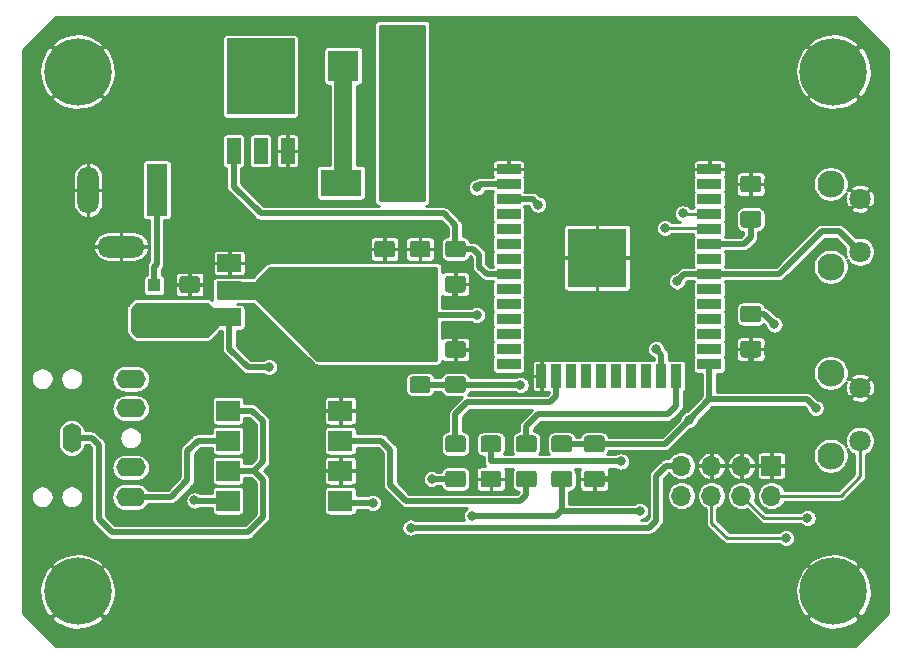
<source format=gbr>
%TF.GenerationSoftware,KiCad,Pcbnew,(5.1.6)-1*%
%TF.CreationDate,2020-09-26T10:57:46+02:00*%
%TF.ProjectId,ESP32MiniDrop,45535033-324d-4696-9e69-44726f702e6b,rev?*%
%TF.SameCoordinates,Original*%
%TF.FileFunction,Copper,L1,Top*%
%TF.FilePolarity,Positive*%
%FSLAX46Y46*%
G04 Gerber Fmt 4.6, Leading zero omitted, Abs format (unit mm)*
G04 Created by KiCad (PCBNEW (5.1.6)-1) date 2020-09-26 10:57:46*
%MOMM*%
%LPD*%
G01*
G04 APERTURE LIST*
%TA.AperFunction,ComponentPad*%
%ADD10C,2.300000*%
%TD*%
%TA.AperFunction,ComponentPad*%
%ADD11C,1.800000*%
%TD*%
%TA.AperFunction,ComponentPad*%
%ADD12R,1.800000X4.400000*%
%TD*%
%TA.AperFunction,ComponentPad*%
%ADD13O,1.800000X4.000000*%
%TD*%
%TA.AperFunction,ComponentPad*%
%ADD14O,4.000000X1.800000*%
%TD*%
%TA.AperFunction,ComponentPad*%
%ADD15R,2.600000X2.600000*%
%TD*%
%TA.AperFunction,ComponentPad*%
%ADD16C,2.600000*%
%TD*%
%TA.AperFunction,SMDPad,CuDef*%
%ADD17R,2.000000X1.780000*%
%TD*%
%TA.AperFunction,SMDPad,CuDef*%
%ADD18R,2.000000X0.900000*%
%TD*%
%TA.AperFunction,SMDPad,CuDef*%
%ADD19R,0.900000X2.000000*%
%TD*%
%TA.AperFunction,SMDPad,CuDef*%
%ADD20R,5.000000X5.000000*%
%TD*%
%TA.AperFunction,ComponentPad*%
%ADD21C,5.700000*%
%TD*%
%TA.AperFunction,ComponentPad*%
%ADD22O,1.700000X1.700000*%
%TD*%
%TA.AperFunction,ComponentPad*%
%ADD23R,1.700000X1.700000*%
%TD*%
%TA.AperFunction,SMDPad,CuDef*%
%ADD24R,1.100000X1.100000*%
%TD*%
%TA.AperFunction,SMDPad,CuDef*%
%ADD25R,3.500000X2.300000*%
%TD*%
%TA.AperFunction,SMDPad,CuDef*%
%ADD26R,2.000000X1.500000*%
%TD*%
%TA.AperFunction,SMDPad,CuDef*%
%ADD27R,2.000000X3.800000*%
%TD*%
%TA.AperFunction,SMDPad,CuDef*%
%ADD28R,5.800000X6.400000*%
%TD*%
%TA.AperFunction,SMDPad,CuDef*%
%ADD29R,1.200000X2.200000*%
%TD*%
%TA.AperFunction,ComponentPad*%
%ADD30O,2.500000X1.600000*%
%TD*%
%TA.AperFunction,ComponentPad*%
%ADD31O,1.600000X2.500000*%
%TD*%
%TA.AperFunction,ViaPad*%
%ADD32C,4.500000*%
%TD*%
%TA.AperFunction,ViaPad*%
%ADD33C,0.800000*%
%TD*%
%TA.AperFunction,Conductor*%
%ADD34C,0.500000*%
%TD*%
%TA.AperFunction,Conductor*%
%ADD35C,1.000000*%
%TD*%
%TA.AperFunction,Conductor*%
%ADD36C,0.250000*%
%TD*%
%TA.AperFunction,Conductor*%
%ADD37C,1.500000*%
%TD*%
%TA.AperFunction,Conductor*%
%ADD38C,0.254000*%
%TD*%
G04 APERTURE END LIST*
D10*
%TO.P,SW2,M*%
%TO.N,N/C*%
X68755000Y-37505000D03*
X68755000Y-30495000D03*
D11*
%TO.P,SW2,1*%
%TO.N,/EN*%
X71245000Y-36250000D03*
%TO.P,SW2,2*%
%TO.N,GND*%
X71245000Y-31750000D03*
%TD*%
D10*
%TO.P,SW1,M*%
%TO.N,N/C*%
X68755000Y-21505000D03*
X68755000Y-14495000D03*
D11*
%TO.P,SW1,1*%
%TO.N,PairSwitch_CTLI*%
X71245000Y-20250000D03*
%TO.P,SW1,2*%
%TO.N,GND*%
X71245000Y-15750000D03*
%TD*%
D12*
%TO.P,J5,1*%
%TO.N,+12V*%
X11700000Y-15000000D03*
D13*
%TO.P,J5,2*%
%TO.N,GND*%
X5900000Y-15000000D03*
D14*
%TO.P,J5,3*%
X8700000Y-19800000D03*
%TD*%
D15*
%TO.P,J2,1*%
%TO.N,Net-(D3-Pad2)*%
X27500000Y-4500000D03*
D16*
%TO.P,J2,2*%
%TO.N,+12V*%
X32500000Y-4500000D03*
%TD*%
D17*
%TO.P,U2,8*%
%TO.N,Net-(J3-PadR)*%
X17735000Y-41310000D03*
%TO.P,U2,4*%
%TO.N,GND*%
X27265000Y-33690000D03*
%TO.P,U2,7*%
%TO.N,Net-(J3-PadS)*%
X17735000Y-38770000D03*
%TO.P,U2,3*%
%TO.N,Net-(R6-Pad1)*%
X27265000Y-36230000D03*
%TO.P,U2,6*%
%TO.N,Net-(J3-PadT)*%
X17735000Y-36230000D03*
%TO.P,U2,2*%
%TO.N,GND*%
X27265000Y-38770000D03*
%TO.P,U2,5*%
%TO.N,Net-(J3-PadS)*%
X17735000Y-33690000D03*
%TO.P,U2,1*%
%TO.N,Net-(R4-Pad1)*%
X27265000Y-41310000D03*
%TD*%
%TO.P,R3,2*%
%TO.N,GND*%
%TA.AperFunction,SMDPad,CuDef*%
G36*
G01*
X39375000Y-38775000D02*
X40625000Y-38775000D01*
G75*
G02*
X40875000Y-39025000I0J-250000D01*
G01*
X40875000Y-39950000D01*
G75*
G02*
X40625000Y-40200000I-250000J0D01*
G01*
X39375000Y-40200000D01*
G75*
G02*
X39125000Y-39950000I0J250000D01*
G01*
X39125000Y-39025000D01*
G75*
G02*
X39375000Y-38775000I250000J0D01*
G01*
G37*
%TD.AperFunction*%
%TO.P,R3,1*%
%TO.N,U0TX_Active*%
%TA.AperFunction,SMDPad,CuDef*%
G36*
G01*
X39375000Y-35800000D02*
X40625000Y-35800000D01*
G75*
G02*
X40875000Y-36050000I0J-250000D01*
G01*
X40875000Y-36975000D01*
G75*
G02*
X40625000Y-37225000I-250000J0D01*
G01*
X39375000Y-37225000D01*
G75*
G02*
X39125000Y-36975000I0J250000D01*
G01*
X39125000Y-36050000D01*
G75*
G02*
X39375000Y-35800000I250000J0D01*
G01*
G37*
%TD.AperFunction*%
%TD*%
D18*
%TO.P,U1,38*%
%TO.N,GND*%
X58500000Y-13245000D03*
%TO.P,U1,37*%
%TO.N,Net-(U1-Pad37)*%
X58500000Y-14515000D03*
%TO.P,U1,36*%
%TO.N,Net-(U1-Pad36)*%
X58500000Y-15785000D03*
%TO.P,U1,35*%
%TO.N,/USB_RX*%
X58500000Y-17055000D03*
%TO.P,U1,34*%
%TO.N,/USB_TX*%
X58500000Y-18325000D03*
%TO.P,U1,33*%
%TO.N,PairLED_CTLO*%
X58500000Y-19595000D03*
%TO.P,U1,32*%
%TO.N,Net-(U1-Pad32)*%
X58500000Y-20865000D03*
%TO.P,U1,31*%
%TO.N,PairSwitch_CTLI*%
X58500000Y-22135000D03*
%TO.P,U1,30*%
%TO.N,Net-(U1-Pad30)*%
X58500000Y-23405000D03*
%TO.P,U1,29*%
%TO.N,Net-(U1-Pad29)*%
X58500000Y-24675000D03*
%TO.P,U1,28*%
%TO.N,Net-(U1-Pad28)*%
X58500000Y-25945000D03*
%TO.P,U1,27*%
%TO.N,Net-(U1-Pad27)*%
X58500000Y-27215000D03*
%TO.P,U1,26*%
%TO.N,Net-(U1-Pad26)*%
X58500000Y-28485000D03*
%TO.P,U1,25*%
%TO.N,PairSwitch_CTLI*%
X58500000Y-29755000D03*
D19*
%TO.P,U1,24*%
%TO.N,Shutter_CTLO*%
X55715000Y-30755000D03*
%TO.P,U1,23*%
%TO.N,U0TX_Active*%
X54445000Y-30755000D03*
%TO.P,U1,22*%
%TO.N,Net-(U1-Pad22)*%
X53175000Y-30755000D03*
%TO.P,U1,21*%
%TO.N,Net-(U1-Pad21)*%
X51905000Y-30755000D03*
%TO.P,U1,20*%
%TO.N,Net-(U1-Pad20)*%
X50635000Y-30755000D03*
%TO.P,U1,19*%
%TO.N,Net-(U1-Pad19)*%
X49365000Y-30755000D03*
%TO.P,U1,18*%
%TO.N,Net-(U1-Pad18)*%
X48095000Y-30755000D03*
%TO.P,U1,17*%
%TO.N,Net-(U1-Pad17)*%
X46825000Y-30755000D03*
%TO.P,U1,16*%
%TO.N,Focus_CTLO*%
X45555000Y-30755000D03*
%TO.P,U1,15*%
%TO.N,GND*%
X44285000Y-30755000D03*
D18*
%TO.P,U1,14*%
%TO.N,Net-(U1-Pad14)*%
X41500000Y-29755000D03*
%TO.P,U1,13*%
%TO.N,Net-(U1-Pad13)*%
X41500000Y-28485000D03*
%TO.P,U1,12*%
%TO.N,Net-(U1-Pad12)*%
X41500000Y-27215000D03*
%TO.P,U1,11*%
%TO.N,Net-(U1-Pad11)*%
X41500000Y-25945000D03*
%TO.P,U1,10*%
%TO.N,Net-(U1-Pad10)*%
X41500000Y-24675000D03*
%TO.P,U1,9*%
%TO.N,Net-(U1-Pad9)*%
X41500000Y-23405000D03*
%TO.P,U1,8*%
%TO.N,Solenoid_1_CTLO*%
X41500000Y-22135000D03*
%TO.P,U1,7*%
%TO.N,Net-(U1-Pad7)*%
X41500000Y-20865000D03*
%TO.P,U1,6*%
%TO.N,Net-(U1-Pad6)*%
X41500000Y-19595000D03*
%TO.P,U1,5*%
%TO.N,Net-(U1-Pad5)*%
X41500000Y-18325000D03*
%TO.P,U1,4*%
%TO.N,Net-(U1-Pad4)*%
X41500000Y-17055000D03*
%TO.P,U1,3*%
%TO.N,/EN*%
X41500000Y-15785000D03*
%TO.P,U1,2*%
%TO.N,+3V3*%
X41500000Y-14515000D03*
%TO.P,U1,1*%
%TO.N,GND*%
X41500000Y-13245000D03*
D20*
%TO.P,U1,39*%
X49000000Y-20745000D03*
%TD*%
%TO.P,R5,2*%
%TO.N,Solenoid_1_CTLO*%
%TA.AperFunction,SMDPad,CuDef*%
G36*
G01*
X37625000Y-20725000D02*
X36375000Y-20725000D01*
G75*
G02*
X36125000Y-20475000I0J250000D01*
G01*
X36125000Y-19550000D01*
G75*
G02*
X36375000Y-19300000I250000J0D01*
G01*
X37625000Y-19300000D01*
G75*
G02*
X37875000Y-19550000I0J-250000D01*
G01*
X37875000Y-20475000D01*
G75*
G02*
X37625000Y-20725000I-250000J0D01*
G01*
G37*
%TD.AperFunction*%
%TO.P,R5,1*%
%TO.N,GND*%
%TA.AperFunction,SMDPad,CuDef*%
G36*
G01*
X37625000Y-23700000D02*
X36375000Y-23700000D01*
G75*
G02*
X36125000Y-23450000I0J250000D01*
G01*
X36125000Y-22525000D01*
G75*
G02*
X36375000Y-22275000I250000J0D01*
G01*
X37625000Y-22275000D01*
G75*
G02*
X37875000Y-22525000I0J-250000D01*
G01*
X37875000Y-23450000D01*
G75*
G02*
X37625000Y-23700000I-250000J0D01*
G01*
G37*
%TD.AperFunction*%
%TD*%
%TO.P,R6,2*%
%TO.N,Shutter_CTLO*%
%TA.AperFunction,SMDPad,CuDef*%
G36*
G01*
X43625000Y-37225000D02*
X42375000Y-37225000D01*
G75*
G02*
X42125000Y-36975000I0J250000D01*
G01*
X42125000Y-36050000D01*
G75*
G02*
X42375000Y-35800000I250000J0D01*
G01*
X43625000Y-35800000D01*
G75*
G02*
X43875000Y-36050000I0J-250000D01*
G01*
X43875000Y-36975000D01*
G75*
G02*
X43625000Y-37225000I-250000J0D01*
G01*
G37*
%TD.AperFunction*%
%TO.P,R6,1*%
%TO.N,Net-(R6-Pad1)*%
%TA.AperFunction,SMDPad,CuDef*%
G36*
G01*
X43625000Y-40200000D02*
X42375000Y-40200000D01*
G75*
G02*
X42125000Y-39950000I0J250000D01*
G01*
X42125000Y-39025000D01*
G75*
G02*
X42375000Y-38775000I250000J0D01*
G01*
X43625000Y-38775000D01*
G75*
G02*
X43875000Y-39025000I0J-250000D01*
G01*
X43875000Y-39950000D01*
G75*
G02*
X43625000Y-40200000I-250000J0D01*
G01*
G37*
%TD.AperFunction*%
%TD*%
%TO.P,R4,2*%
%TO.N,Focus_CTLO*%
%TA.AperFunction,SMDPad,CuDef*%
G36*
G01*
X37625000Y-37225000D02*
X36375000Y-37225000D01*
G75*
G02*
X36125000Y-36975000I0J250000D01*
G01*
X36125000Y-36050000D01*
G75*
G02*
X36375000Y-35800000I250000J0D01*
G01*
X37625000Y-35800000D01*
G75*
G02*
X37875000Y-36050000I0J-250000D01*
G01*
X37875000Y-36975000D01*
G75*
G02*
X37625000Y-37225000I-250000J0D01*
G01*
G37*
%TD.AperFunction*%
%TO.P,R4,1*%
%TO.N,Net-(R4-Pad1)*%
%TA.AperFunction,SMDPad,CuDef*%
G36*
G01*
X37625000Y-40200000D02*
X36375000Y-40200000D01*
G75*
G02*
X36125000Y-39950000I0J250000D01*
G01*
X36125000Y-39025000D01*
G75*
G02*
X36375000Y-38775000I250000J0D01*
G01*
X37625000Y-38775000D01*
G75*
G02*
X37875000Y-39025000I0J-250000D01*
G01*
X37875000Y-39950000D01*
G75*
G02*
X37625000Y-40200000I-250000J0D01*
G01*
G37*
%TD.AperFunction*%
%TD*%
%TO.P,R2,2*%
%TO.N,PairSwitch_CTLI*%
%TA.AperFunction,SMDPad,CuDef*%
G36*
G01*
X46625000Y-37225000D02*
X45375000Y-37225000D01*
G75*
G02*
X45125000Y-36975000I0J250000D01*
G01*
X45125000Y-36050000D01*
G75*
G02*
X45375000Y-35800000I250000J0D01*
G01*
X46625000Y-35800000D01*
G75*
G02*
X46875000Y-36050000I0J-250000D01*
G01*
X46875000Y-36975000D01*
G75*
G02*
X46625000Y-37225000I-250000J0D01*
G01*
G37*
%TD.AperFunction*%
%TO.P,R2,1*%
%TO.N,+3V3*%
%TA.AperFunction,SMDPad,CuDef*%
G36*
G01*
X46625000Y-40200000D02*
X45375000Y-40200000D01*
G75*
G02*
X45125000Y-39950000I0J250000D01*
G01*
X45125000Y-39025000D01*
G75*
G02*
X45375000Y-38775000I250000J0D01*
G01*
X46625000Y-38775000D01*
G75*
G02*
X46875000Y-39025000I0J-250000D01*
G01*
X46875000Y-39950000D01*
G75*
G02*
X46625000Y-40200000I-250000J0D01*
G01*
G37*
%TD.AperFunction*%
%TD*%
%TO.P,R1,2*%
%TO.N,/EN*%
%TA.AperFunction,SMDPad,CuDef*%
G36*
G01*
X33375000Y-30775000D02*
X34625000Y-30775000D01*
G75*
G02*
X34875000Y-31025000I0J-250000D01*
G01*
X34875000Y-31950000D01*
G75*
G02*
X34625000Y-32200000I-250000J0D01*
G01*
X33375000Y-32200000D01*
G75*
G02*
X33125000Y-31950000I0J250000D01*
G01*
X33125000Y-31025000D01*
G75*
G02*
X33375000Y-30775000I250000J0D01*
G01*
G37*
%TD.AperFunction*%
%TO.P,R1,1*%
%TO.N,+3V3*%
%TA.AperFunction,SMDPad,CuDef*%
G36*
G01*
X33375000Y-27800000D02*
X34625000Y-27800000D01*
G75*
G02*
X34875000Y-28050000I0J-250000D01*
G01*
X34875000Y-28975000D01*
G75*
G02*
X34625000Y-29225000I-250000J0D01*
G01*
X33375000Y-29225000D01*
G75*
G02*
X33125000Y-28975000I0J250000D01*
G01*
X33125000Y-28050000D01*
G75*
G02*
X33375000Y-27800000I250000J0D01*
G01*
G37*
%TD.AperFunction*%
%TD*%
%TO.P,C3,2*%
%TO.N,GND*%
%TA.AperFunction,SMDPad,CuDef*%
G36*
G01*
X34625000Y-20725000D02*
X33375000Y-20725000D01*
G75*
G02*
X33125000Y-20475000I0J250000D01*
G01*
X33125000Y-19550000D01*
G75*
G02*
X33375000Y-19300000I250000J0D01*
G01*
X34625000Y-19300000D01*
G75*
G02*
X34875000Y-19550000I0J-250000D01*
G01*
X34875000Y-20475000D01*
G75*
G02*
X34625000Y-20725000I-250000J0D01*
G01*
G37*
%TD.AperFunction*%
%TO.P,C3,1*%
%TO.N,+3V3*%
%TA.AperFunction,SMDPad,CuDef*%
G36*
G01*
X34625000Y-23700000D02*
X33375000Y-23700000D01*
G75*
G02*
X33125000Y-23450000I0J250000D01*
G01*
X33125000Y-22525000D01*
G75*
G02*
X33375000Y-22275000I250000J0D01*
G01*
X34625000Y-22275000D01*
G75*
G02*
X34875000Y-22525000I0J-250000D01*
G01*
X34875000Y-23450000D01*
G75*
G02*
X34625000Y-23700000I-250000J0D01*
G01*
G37*
%TD.AperFunction*%
%TD*%
%TO.P,C4,2*%
%TO.N,PairSwitch_CTLI*%
%TA.AperFunction,SMDPad,CuDef*%
G36*
G01*
X49375000Y-37225000D02*
X48125000Y-37225000D01*
G75*
G02*
X47875000Y-36975000I0J250000D01*
G01*
X47875000Y-36050000D01*
G75*
G02*
X48125000Y-35800000I250000J0D01*
G01*
X49375000Y-35800000D01*
G75*
G02*
X49625000Y-36050000I0J-250000D01*
G01*
X49625000Y-36975000D01*
G75*
G02*
X49375000Y-37225000I-250000J0D01*
G01*
G37*
%TD.AperFunction*%
%TO.P,C4,1*%
%TO.N,GND*%
%TA.AperFunction,SMDPad,CuDef*%
G36*
G01*
X49375000Y-40200000D02*
X48125000Y-40200000D01*
G75*
G02*
X47875000Y-39950000I0J250000D01*
G01*
X47875000Y-39025000D01*
G75*
G02*
X48125000Y-38775000I250000J0D01*
G01*
X49375000Y-38775000D01*
G75*
G02*
X49625000Y-39025000I0J-250000D01*
G01*
X49625000Y-39950000D01*
G75*
G02*
X49375000Y-40200000I-250000J0D01*
G01*
G37*
%TD.AperFunction*%
%TD*%
%TO.P,C1,2*%
%TO.N,/EN*%
%TA.AperFunction,SMDPad,CuDef*%
G36*
G01*
X36375000Y-30775000D02*
X37625000Y-30775000D01*
G75*
G02*
X37875000Y-31025000I0J-250000D01*
G01*
X37875000Y-31950000D01*
G75*
G02*
X37625000Y-32200000I-250000J0D01*
G01*
X36375000Y-32200000D01*
G75*
G02*
X36125000Y-31950000I0J250000D01*
G01*
X36125000Y-31025000D01*
G75*
G02*
X36375000Y-30775000I250000J0D01*
G01*
G37*
%TD.AperFunction*%
%TO.P,C1,1*%
%TO.N,GND*%
%TA.AperFunction,SMDPad,CuDef*%
G36*
G01*
X36375000Y-27800000D02*
X37625000Y-27800000D01*
G75*
G02*
X37875000Y-28050000I0J-250000D01*
G01*
X37875000Y-28975000D01*
G75*
G02*
X37625000Y-29225000I-250000J0D01*
G01*
X36375000Y-29225000D01*
G75*
G02*
X36125000Y-28975000I0J250000D01*
G01*
X36125000Y-28050000D01*
G75*
G02*
X36375000Y-27800000I250000J0D01*
G01*
G37*
%TD.AperFunction*%
%TD*%
D21*
%TO.P,M4,1*%
%TO.N,GND*%
X69000000Y-49000000D03*
%TD*%
%TO.P,M3,1*%
%TO.N,GND*%
X5000000Y-49000000D03*
%TD*%
%TO.P,M2,1*%
%TO.N,GND*%
X69000000Y-5000000D03*
%TD*%
%TO.P,M1,1*%
%TO.N,GND*%
X5000000Y-5000000D03*
%TD*%
D22*
%TO.P,J1,8*%
%TO.N,/USB_RX*%
X56134000Y-40894000D03*
%TO.P,J1,7*%
%TO.N,/VREG_IN*%
X56134000Y-38354000D03*
%TO.P,J1,6*%
%TO.N,/USB_TX*%
X58674000Y-40894000D03*
%TO.P,J1,5*%
%TO.N,GND*%
X58674000Y-38354000D03*
%TO.P,J1,4*%
%TO.N,PairSwitch_CTLI*%
X61214000Y-40894000D03*
%TO.P,J1,3*%
%TO.N,GND*%
X61214000Y-38354000D03*
%TO.P,J1,2*%
%TO.N,/EN*%
X63754000Y-40894000D03*
D23*
%TO.P,J1,1*%
%TO.N,GND*%
X63754000Y-38354000D03*
%TD*%
%TO.P,C2,2*%
%TO.N,+3V3*%
%TA.AperFunction,SMDPad,CuDef*%
G36*
G01*
X30375000Y-22275000D02*
X31625000Y-22275000D01*
G75*
G02*
X31875000Y-22525000I0J-250000D01*
G01*
X31875000Y-23450000D01*
G75*
G02*
X31625000Y-23700000I-250000J0D01*
G01*
X30375000Y-23700000D01*
G75*
G02*
X30125000Y-23450000I0J250000D01*
G01*
X30125000Y-22525000D01*
G75*
G02*
X30375000Y-22275000I250000J0D01*
G01*
G37*
%TD.AperFunction*%
%TO.P,C2,1*%
%TO.N,GND*%
%TA.AperFunction,SMDPad,CuDef*%
G36*
G01*
X30375000Y-19300000D02*
X31625000Y-19300000D01*
G75*
G02*
X31875000Y-19550000I0J-250000D01*
G01*
X31875000Y-20475000D01*
G75*
G02*
X31625000Y-20725000I-250000J0D01*
G01*
X30375000Y-20725000D01*
G75*
G02*
X30125000Y-20475000I0J250000D01*
G01*
X30125000Y-19550000D01*
G75*
G02*
X30375000Y-19300000I250000J0D01*
G01*
G37*
%TD.AperFunction*%
%TD*%
%TO.P,C5,2*%
%TO.N,/VREG_IN*%
%TA.AperFunction,SMDPad,CuDef*%
G36*
G01*
X13875000Y-25275000D02*
X15125000Y-25275000D01*
G75*
G02*
X15375000Y-25525000I0J-250000D01*
G01*
X15375000Y-26450000D01*
G75*
G02*
X15125000Y-26700000I-250000J0D01*
G01*
X13875000Y-26700000D01*
G75*
G02*
X13625000Y-26450000I0J250000D01*
G01*
X13625000Y-25525000D01*
G75*
G02*
X13875000Y-25275000I250000J0D01*
G01*
G37*
%TD.AperFunction*%
%TO.P,C5,1*%
%TO.N,GND*%
%TA.AperFunction,SMDPad,CuDef*%
G36*
G01*
X13875000Y-22300000D02*
X15125000Y-22300000D01*
G75*
G02*
X15375000Y-22550000I0J-250000D01*
G01*
X15375000Y-23475000D01*
G75*
G02*
X15125000Y-23725000I-250000J0D01*
G01*
X13875000Y-23725000D01*
G75*
G02*
X13625000Y-23475000I0J250000D01*
G01*
X13625000Y-22550000D01*
G75*
G02*
X13875000Y-22300000I250000J0D01*
G01*
G37*
%TD.AperFunction*%
%TD*%
%TO.P,D1,2*%
%TO.N,+3V3*%
%TA.AperFunction,SMDPad,CuDef*%
G36*
G01*
X62625000Y-26225000D02*
X61375000Y-26225000D01*
G75*
G02*
X61125000Y-25975000I0J250000D01*
G01*
X61125000Y-25050000D01*
G75*
G02*
X61375000Y-24800000I250000J0D01*
G01*
X62625000Y-24800000D01*
G75*
G02*
X62875000Y-25050000I0J-250000D01*
G01*
X62875000Y-25975000D01*
G75*
G02*
X62625000Y-26225000I-250000J0D01*
G01*
G37*
%TD.AperFunction*%
%TO.P,D1,1*%
%TO.N,GND*%
%TA.AperFunction,SMDPad,CuDef*%
G36*
G01*
X62625000Y-29200000D02*
X61375000Y-29200000D01*
G75*
G02*
X61125000Y-28950000I0J250000D01*
G01*
X61125000Y-28025000D01*
G75*
G02*
X61375000Y-27775000I250000J0D01*
G01*
X62625000Y-27775000D01*
G75*
G02*
X62875000Y-28025000I0J-250000D01*
G01*
X62875000Y-28950000D01*
G75*
G02*
X62625000Y-29200000I-250000J0D01*
G01*
G37*
%TD.AperFunction*%
%TD*%
%TO.P,D2,2*%
%TO.N,PairLED_CTLO*%
%TA.AperFunction,SMDPad,CuDef*%
G36*
G01*
X61375000Y-16775000D02*
X62625000Y-16775000D01*
G75*
G02*
X62875000Y-17025000I0J-250000D01*
G01*
X62875000Y-17950000D01*
G75*
G02*
X62625000Y-18200000I-250000J0D01*
G01*
X61375000Y-18200000D01*
G75*
G02*
X61125000Y-17950000I0J250000D01*
G01*
X61125000Y-17025000D01*
G75*
G02*
X61375000Y-16775000I250000J0D01*
G01*
G37*
%TD.AperFunction*%
%TO.P,D2,1*%
%TO.N,GND*%
%TA.AperFunction,SMDPad,CuDef*%
G36*
G01*
X61375000Y-13800000D02*
X62625000Y-13800000D01*
G75*
G02*
X62875000Y-14050000I0J-250000D01*
G01*
X62875000Y-14975000D01*
G75*
G02*
X62625000Y-15225000I-250000J0D01*
G01*
X61375000Y-15225000D01*
G75*
G02*
X61125000Y-14975000I0J250000D01*
G01*
X61125000Y-14050000D01*
G75*
G02*
X61375000Y-13800000I250000J0D01*
G01*
G37*
%TD.AperFunction*%
%TD*%
D24*
%TO.P,D4,2*%
%TO.N,+12V*%
X11500000Y-23100000D03*
%TO.P,D4,1*%
%TO.N,/VREG_IN*%
X11500000Y-25900000D03*
%TD*%
D25*
%TO.P,D3,2*%
%TO.N,Net-(D3-Pad2)*%
X27300000Y-14400000D03*
%TO.P,D3,1*%
%TO.N,+12V*%
X32700000Y-14400000D03*
%TD*%
D26*
%TO.P,U4,1*%
%TO.N,GND*%
X17850000Y-21200000D03*
%TO.P,U4,3*%
%TO.N,/VREG_IN*%
X17850000Y-25800000D03*
%TO.P,U4,2*%
%TO.N,+3V3*%
X17850000Y-23500000D03*
D27*
X24150000Y-23500000D03*
%TD*%
D28*
%TO.P,Q1,2*%
%TO.N,Net-(D3-Pad2)*%
X20500000Y-5400000D03*
D29*
%TO.P,Q1,3*%
%TO.N,GND*%
X22780000Y-11700000D03*
%TO.P,Q1,2*%
%TO.N,Net-(D3-Pad2)*%
X20500000Y-11700000D03*
%TO.P,Q1,1*%
%TO.N,Solenoid_1_CTLO*%
X18220000Y-11700000D03*
%TD*%
D30*
%TO.P,J3,10*%
%TO.N,N/C*%
X9500000Y-38500000D03*
%TO.P,J3,11*%
X9500000Y-33500000D03*
%TO.P,J3,R*%
%TO.N,Net-(J3-PadR)*%
X9500000Y-31000000D03*
%TO.P,J3,T*%
%TO.N,Net-(J3-PadT)*%
X9500000Y-41000000D03*
D31*
%TO.P,J3,S*%
%TO.N,Net-(J3-PadS)*%
X4500000Y-36000000D03*
%TD*%
D32*
%TO.N,GND*%
X49000000Y-20750000D03*
D33*
X37000000Y-27000000D03*
X37000000Y-24500000D03*
X51000000Y-39500000D03*
X62000000Y-30500000D03*
X38500000Y-38000000D03*
%TO.N,+3V3*%
X38800000Y-14800000D03*
X38800000Y-25600000D03*
X64000000Y-26400000D03*
X52600000Y-42200000D03*
X26500000Y-22500000D03*
X27500000Y-22500000D03*
X28500000Y-22500000D03*
X28500000Y-23500000D03*
X27500000Y-23500000D03*
X26500000Y-23500000D03*
X26500000Y-24500000D03*
X27500000Y-24500000D03*
X28500000Y-24500000D03*
X26500000Y-25500000D03*
X27500000Y-25500000D03*
X28500000Y-25500000D03*
X20000000Y-23500000D03*
X21000000Y-23500000D03*
X21000000Y-22500000D03*
X21000000Y-24500000D03*
X22000000Y-22000000D03*
X22000000Y-23000000D03*
X22000000Y-24000000D03*
X22000000Y-25000000D03*
X23500000Y-26500000D03*
X24500000Y-26500000D03*
X25500000Y-26500000D03*
X26500000Y-26500000D03*
X27500000Y-26500000D03*
X28500000Y-26500000D03*
X24500000Y-27500000D03*
X25500000Y-27500000D03*
X26500000Y-27500000D03*
X27500000Y-27500000D03*
X28500000Y-27500000D03*
X25500000Y-28500000D03*
X26500000Y-28500000D03*
X27500000Y-28500000D03*
X28500000Y-28500000D03*
X29500000Y-23500000D03*
X29500000Y-25500000D03*
X29500000Y-24500000D03*
X29500000Y-26500000D03*
X29500000Y-27500000D03*
X38400006Y-42600000D03*
%TO.N,Net-(J3-PadR)*%
X14900000Y-41300000D03*
%TO.N,/EN*%
X44000000Y-16250000D03*
X42500000Y-31500000D03*
%TO.N,Net-(D3-Pad2)*%
X22000000Y-3900000D03*
X20500000Y-3900000D03*
X19000000Y-3900000D03*
X22000000Y-7000000D03*
X20500000Y-6900000D03*
X19000000Y-6900000D03*
X19000000Y-5400000D03*
X22000000Y-5400000D03*
X20500000Y-5400000D03*
%TO.N,+12V*%
X32500000Y-11500000D03*
X33500000Y-10500000D03*
X31500000Y-10500000D03*
X32500000Y-9500000D03*
X33500000Y-8500000D03*
X31500000Y-8500000D03*
X32500000Y-7500000D03*
%TO.N,/USB_RX*%
X56250000Y-17000000D03*
%TO.N,/USB_TX*%
X54750000Y-18250000D03*
X65000000Y-44500000D03*
%TO.N,/VREG_IN*%
X33200000Y-43600000D03*
X21200000Y-30000000D03*
%TO.N,PairSwitch_CTLI*%
X66800000Y-42800000D03*
X56750000Y-34500000D03*
X55750000Y-22750000D03*
X67500010Y-33500000D03*
%TO.N,U0TX_Active*%
X54000000Y-28500000D03*
X51000000Y-38000000D03*
%TO.N,Net-(R4-Pad1)*%
X35000000Y-39500000D03*
X30000000Y-41500000D03*
%TD*%
D34*
%TO.N,GND*%
X37000000Y-28512500D02*
X37000000Y-27000000D01*
X37000000Y-22987500D02*
X37000000Y-24500000D01*
X48750000Y-39487500D02*
X50987500Y-39487500D01*
X50987500Y-39487500D02*
X51000000Y-39500000D01*
X62000000Y-28487500D02*
X62000000Y-30500000D01*
X40000000Y-39487500D02*
X39437500Y-39487500D01*
D35*
%TO.N,+3V3*%
X24150000Y-23500000D02*
X24150000Y-23150000D01*
X24150000Y-23150000D02*
X24275000Y-23025000D01*
D34*
X41500000Y-14515000D02*
X39085000Y-14515000D01*
X39085000Y-14515000D02*
X38800000Y-14800000D01*
X38800000Y-25600000D02*
X34800000Y-25600000D01*
X62000000Y-25512500D02*
X63112500Y-25512500D01*
X63112500Y-25512500D02*
X64000000Y-26400000D01*
X50000000Y-42200000D02*
X48600000Y-42200000D01*
X50000000Y-42200000D02*
X52600000Y-42200000D01*
X46000000Y-39487500D02*
X46000000Y-42000000D01*
X48600000Y-42200000D02*
X46200000Y-42200000D01*
X45500000Y-42600000D02*
X38400006Y-42600000D01*
X46200000Y-42200000D02*
X45900000Y-42200000D01*
X45900000Y-42200000D02*
X45500000Y-42600000D01*
%TO.N,Solenoid_1_CTLO*%
X41500000Y-22135000D02*
X39635000Y-22135000D01*
X39635000Y-22135000D02*
X39000000Y-21500000D01*
X39000000Y-21500000D02*
X39000000Y-20500000D01*
X38512500Y-20012500D02*
X37000000Y-20012500D01*
X39000000Y-20500000D02*
X38512500Y-20012500D01*
X18220000Y-11700000D02*
X18220000Y-14720000D01*
X18220000Y-14720000D02*
X20500000Y-17000000D01*
X20500000Y-17000000D02*
X36000000Y-17000000D01*
X37000000Y-18000000D02*
X37000000Y-20012500D01*
X36000000Y-17000000D02*
X37000000Y-18000000D01*
%TO.N,Focus_CTLO*%
X45500000Y-30810000D02*
X45555000Y-30755000D01*
X37000000Y-34000000D02*
X37000000Y-36512500D01*
X38000000Y-33000000D02*
X37000000Y-34000000D01*
X45000000Y-33000000D02*
X38000000Y-33000000D01*
X45555000Y-30755000D02*
X45555000Y-32445000D01*
X45555000Y-32445000D02*
X45000000Y-33000000D01*
%TO.N,Shutter_CTLO*%
X43000000Y-36512500D02*
X43000000Y-35000000D01*
X43000000Y-35000000D02*
X44000000Y-34000000D01*
X44000000Y-34000000D02*
X55000000Y-34000000D01*
X55715000Y-33285000D02*
X55715000Y-30755000D01*
X55000000Y-34000000D02*
X55715000Y-33285000D01*
%TO.N,Net-(J3-PadS)*%
X17965000Y-39000000D02*
X17735000Y-38770000D01*
X17735000Y-33690000D02*
X19790000Y-33690000D01*
X19790000Y-33690000D02*
X20700000Y-34600000D01*
X20700000Y-34600000D02*
X20700000Y-38000000D01*
X19930000Y-38770000D02*
X17735000Y-38770000D01*
X20700000Y-38000000D02*
X19930000Y-38770000D01*
X19400000Y-44000000D02*
X20700000Y-42700000D01*
X20700000Y-39540000D02*
X19930000Y-38770000D01*
X6200000Y-36000000D02*
X6800000Y-36600000D01*
X4500000Y-36000000D02*
X6200000Y-36000000D01*
X20700000Y-42700000D02*
X20700000Y-39540000D01*
X6800000Y-36600000D02*
X6800000Y-42900000D01*
X6800000Y-42900000D02*
X7900000Y-44000000D01*
X7900000Y-44000000D02*
X19400000Y-44000000D01*
%TO.N,Net-(J3-PadR)*%
X17425000Y-41000000D02*
X17735000Y-41310000D01*
X17735000Y-41310000D02*
X14910000Y-41310000D01*
X14910000Y-41310000D02*
X14900000Y-41300000D01*
%TO.N,Net-(J3-PadT)*%
X17505000Y-36000000D02*
X17735000Y-36230000D01*
X9500000Y-41000000D02*
X12900000Y-41000000D01*
X12900000Y-41000000D02*
X14300000Y-39600000D01*
X14300000Y-39600000D02*
X14300000Y-37100000D01*
X15170000Y-36230000D02*
X17735000Y-36230000D01*
X14300000Y-37100000D02*
X15170000Y-36230000D01*
D36*
%TO.N,/EN*%
X63754000Y-40894000D02*
X69606000Y-40894000D01*
X71245000Y-39255000D02*
X71245000Y-36250000D01*
X69606000Y-40894000D02*
X71245000Y-39255000D01*
D34*
X34000000Y-31487500D02*
X37000000Y-31487500D01*
X41500000Y-15785000D02*
X43535000Y-15785000D01*
X43535000Y-15785000D02*
X44000000Y-16250000D01*
X37012500Y-31500000D02*
X37000000Y-31487500D01*
X42500000Y-31500000D02*
X37012500Y-31500000D01*
D37*
%TO.N,Net-(D3-Pad2)*%
X27500000Y-14200000D02*
X27300000Y-14400000D01*
X27500000Y-4500000D02*
X27500000Y-14200000D01*
D35*
%TO.N,+12V*%
X32700000Y-4700000D02*
X32500000Y-4500000D01*
D34*
X11700000Y-15000000D02*
X11700000Y-21300000D01*
X11500000Y-21500000D02*
X11500000Y-23100000D01*
X11700000Y-21300000D02*
X11500000Y-21500000D01*
D37*
X32500000Y-14200000D02*
X32700000Y-14400000D01*
D36*
%TO.N,/USB_RX*%
X58500000Y-17055000D02*
X56305000Y-17055000D01*
X56305000Y-17055000D02*
X56250000Y-17000000D01*
%TO.N,/USB_TX*%
X58425000Y-18250000D02*
X58500000Y-18325000D01*
X54750000Y-18250000D02*
X58425000Y-18250000D01*
X58674000Y-40894000D02*
X58674000Y-43174000D01*
X58674000Y-43174000D02*
X60000000Y-44500000D01*
X60000000Y-44500000D02*
X65000000Y-44500000D01*
%TO.N,/VREG_IN*%
X17637500Y-26012500D02*
X17850000Y-25800000D01*
D34*
X54846000Y-38354000D02*
X54000000Y-39200000D01*
X56134000Y-38354000D02*
X54846000Y-38354000D01*
X54000000Y-39200000D02*
X54000000Y-43000000D01*
X54000000Y-43000000D02*
X53400000Y-43600000D01*
X53400000Y-43600000D02*
X33200000Y-43600000D01*
X17850000Y-28450000D02*
X17850000Y-25800000D01*
X19400000Y-30000000D02*
X17850000Y-28450000D01*
X19400000Y-30000000D02*
X21200000Y-30000000D01*
D36*
%TO.N,PairSwitch_CTLI*%
X63120000Y-42800000D02*
X61214000Y-40894000D01*
X65600000Y-42800000D02*
X63120000Y-42800000D01*
X65600000Y-42800000D02*
X66800000Y-42800000D01*
X58500000Y-32100000D02*
X58500000Y-29755000D01*
D34*
X46000000Y-36512500D02*
X48750000Y-36512500D01*
X56365000Y-22135000D02*
X55750000Y-22750000D01*
X58500000Y-22135000D02*
X56365000Y-22135000D01*
X56737500Y-34512500D02*
X56750000Y-34500000D01*
X58500000Y-22135000D02*
X64365000Y-22135000D01*
X64365000Y-22135000D02*
X68000000Y-18500000D01*
X69495000Y-18500000D02*
X71245000Y-20250000D01*
X68000000Y-18500000D02*
X69495000Y-18500000D01*
X54737500Y-36512500D02*
X56750000Y-34500000D01*
X48750000Y-36512500D02*
X54737500Y-36512500D01*
X56750000Y-34500000D02*
X58500000Y-32750000D01*
X58500000Y-32750000D02*
X58500000Y-29755000D01*
X66750010Y-32750000D02*
X67500010Y-33500000D01*
X58500000Y-32750000D02*
X66750010Y-32750000D01*
D36*
%TO.N,PairLED_CTLO*%
X62000000Y-17487500D02*
X62000000Y-17750000D01*
D34*
X62000000Y-19000000D02*
X62000000Y-17487500D01*
X58500000Y-19595000D02*
X61405000Y-19595000D01*
X61405000Y-19595000D02*
X62000000Y-19000000D01*
%TO.N,U0TX_Active*%
X54445000Y-30755000D02*
X54445000Y-28945000D01*
X54445000Y-28945000D02*
X54000000Y-28500000D01*
X50000000Y-38000000D02*
X41487500Y-38000000D01*
X50000000Y-38000000D02*
X51000000Y-38000000D01*
X40000000Y-36512500D02*
X40000000Y-38000000D01*
X40000000Y-38000000D02*
X41487500Y-38000000D01*
%TO.N,Net-(R4-Pad1)*%
X37000000Y-39487500D02*
X34987500Y-39487500D01*
X34987500Y-39487500D02*
X35000000Y-39500000D01*
X27455000Y-41500000D02*
X27265000Y-41310000D01*
X30000000Y-41500000D02*
X27455000Y-41500000D01*
%TO.N,Net-(R6-Pad1)*%
X30730000Y-36230000D02*
X27265000Y-36230000D01*
X31500000Y-37000000D02*
X30730000Y-36230000D01*
X43000000Y-40800000D02*
X42450001Y-41349999D01*
X43000000Y-39487500D02*
X43000000Y-40800000D01*
X31500000Y-40000000D02*
X31500000Y-37000000D01*
X42450001Y-41349999D02*
X32849999Y-41349999D01*
X32849999Y-41349999D02*
X31500000Y-40000000D01*
D36*
%TO.N,Net-(U1-Pad6)*%
X41595000Y-19500000D02*
X41500000Y-19595000D01*
%TD*%
%TO.N,GND*%
G36*
X73600001Y-3165686D02*
G01*
X73600000Y-50834315D01*
X70834315Y-53600000D01*
X3165685Y-53600000D01*
X808454Y-51242769D01*
X2792586Y-51242769D01*
X3115502Y-51636320D01*
X3666033Y-51953312D01*
X4267828Y-52156809D01*
X4897759Y-52238992D01*
X5531620Y-52196701D01*
X6145051Y-52031563D01*
X6714477Y-51749925D01*
X6884498Y-51636320D01*
X7207414Y-51242769D01*
X66792586Y-51242769D01*
X67115502Y-51636320D01*
X67666033Y-51953312D01*
X68267828Y-52156809D01*
X68897759Y-52238992D01*
X69531620Y-52196701D01*
X70145051Y-52031563D01*
X70714477Y-51749925D01*
X70884498Y-51636320D01*
X71207414Y-51242769D01*
X69000000Y-49035355D01*
X66792586Y-51242769D01*
X7207414Y-51242769D01*
X5000000Y-49035355D01*
X2792586Y-51242769D01*
X808454Y-51242769D01*
X400000Y-50834315D01*
X400000Y-48897759D01*
X1761008Y-48897759D01*
X1803299Y-49531620D01*
X1968437Y-50145051D01*
X2250075Y-50714477D01*
X2363680Y-50884498D01*
X2757231Y-51207414D01*
X4964645Y-49000000D01*
X5035355Y-49000000D01*
X7242769Y-51207414D01*
X7636320Y-50884498D01*
X7953312Y-50333967D01*
X8156809Y-49732172D01*
X8238992Y-49102241D01*
X8225350Y-48897759D01*
X65761008Y-48897759D01*
X65803299Y-49531620D01*
X65968437Y-50145051D01*
X66250075Y-50714477D01*
X66363680Y-50884498D01*
X66757231Y-51207414D01*
X68964645Y-49000000D01*
X69035355Y-49000000D01*
X71242769Y-51207414D01*
X71636320Y-50884498D01*
X71953312Y-50333967D01*
X72156809Y-49732172D01*
X72238992Y-49102241D01*
X72196701Y-48468380D01*
X72031563Y-47854949D01*
X71749925Y-47285523D01*
X71636320Y-47115502D01*
X71242769Y-46792586D01*
X69035355Y-49000000D01*
X68964645Y-49000000D01*
X66757231Y-46792586D01*
X66363680Y-47115502D01*
X66046688Y-47666033D01*
X65843191Y-48267828D01*
X65761008Y-48897759D01*
X8225350Y-48897759D01*
X8196701Y-48468380D01*
X8031563Y-47854949D01*
X7749925Y-47285523D01*
X7636320Y-47115502D01*
X7242769Y-46792586D01*
X5035355Y-49000000D01*
X4964645Y-49000000D01*
X2757231Y-46792586D01*
X2363680Y-47115502D01*
X2046688Y-47666033D01*
X1843191Y-48267828D01*
X1761008Y-48897759D01*
X400000Y-48897759D01*
X400000Y-46757231D01*
X2792586Y-46757231D01*
X5000000Y-48964645D01*
X7207414Y-46757231D01*
X66792586Y-46757231D01*
X69000000Y-48964645D01*
X71207414Y-46757231D01*
X70884498Y-46363680D01*
X70333967Y-46046688D01*
X69732172Y-45843191D01*
X69102241Y-45761008D01*
X68468380Y-45803299D01*
X67854949Y-45968437D01*
X67285523Y-46250075D01*
X67115502Y-46363680D01*
X66792586Y-46757231D01*
X7207414Y-46757231D01*
X6884498Y-46363680D01*
X6333967Y-46046688D01*
X5732172Y-45843191D01*
X5102241Y-45761008D01*
X4468380Y-45803299D01*
X3854949Y-45968437D01*
X3285523Y-46250075D01*
X3115502Y-46363680D01*
X2792586Y-46757231D01*
X400000Y-46757231D01*
X400000Y-40903971D01*
X1025000Y-40903971D01*
X1025000Y-41096029D01*
X1062468Y-41284397D01*
X1135966Y-41461836D01*
X1242668Y-41621527D01*
X1378473Y-41757332D01*
X1538164Y-41864034D01*
X1715603Y-41937532D01*
X1903971Y-41975000D01*
X2096029Y-41975000D01*
X2284397Y-41937532D01*
X2461836Y-41864034D01*
X2621527Y-41757332D01*
X2757332Y-41621527D01*
X2864034Y-41461836D01*
X2937532Y-41284397D01*
X2975000Y-41096029D01*
X2975000Y-40903971D01*
X3525000Y-40903971D01*
X3525000Y-41096029D01*
X3562468Y-41284397D01*
X3635966Y-41461836D01*
X3742668Y-41621527D01*
X3878473Y-41757332D01*
X4038164Y-41864034D01*
X4215603Y-41937532D01*
X4403971Y-41975000D01*
X4596029Y-41975000D01*
X4784397Y-41937532D01*
X4961836Y-41864034D01*
X5121527Y-41757332D01*
X5257332Y-41621527D01*
X5364034Y-41461836D01*
X5437532Y-41284397D01*
X5475000Y-41096029D01*
X5475000Y-40903971D01*
X5437532Y-40715603D01*
X5364034Y-40538164D01*
X5257332Y-40378473D01*
X5121527Y-40242668D01*
X4961836Y-40135966D01*
X4784397Y-40062468D01*
X4596029Y-40025000D01*
X4403971Y-40025000D01*
X4215603Y-40062468D01*
X4038164Y-40135966D01*
X3878473Y-40242668D01*
X3742668Y-40378473D01*
X3635966Y-40538164D01*
X3562468Y-40715603D01*
X3525000Y-40903971D01*
X2975000Y-40903971D01*
X2937532Y-40715603D01*
X2864034Y-40538164D01*
X2757332Y-40378473D01*
X2621527Y-40242668D01*
X2461836Y-40135966D01*
X2284397Y-40062468D01*
X2096029Y-40025000D01*
X1903971Y-40025000D01*
X1715603Y-40062468D01*
X1538164Y-40135966D01*
X1378473Y-40242668D01*
X1242668Y-40378473D01*
X1135966Y-40538164D01*
X1062468Y-40715603D01*
X1025000Y-40903971D01*
X400000Y-40903971D01*
X400000Y-35492281D01*
X3325000Y-35492281D01*
X3325000Y-36507720D01*
X3342002Y-36680340D01*
X3409189Y-36901829D01*
X3518297Y-37105953D01*
X3665131Y-37284870D01*
X3844048Y-37431704D01*
X4048172Y-37540811D01*
X4269661Y-37607998D01*
X4500000Y-37630685D01*
X4730340Y-37607998D01*
X4951829Y-37540811D01*
X5155953Y-37431704D01*
X5334870Y-37284870D01*
X5481704Y-37105953D01*
X5590811Y-36901829D01*
X5657998Y-36680340D01*
X5663449Y-36625000D01*
X5941118Y-36625000D01*
X6175000Y-36858883D01*
X6175001Y-42869296D01*
X6171977Y-42900000D01*
X6175001Y-42930704D01*
X6184044Y-43022521D01*
X6219782Y-43140334D01*
X6277818Y-43248911D01*
X6355921Y-43344080D01*
X6379772Y-43363654D01*
X7436346Y-44420229D01*
X7455920Y-44444080D01*
X7551089Y-44522183D01*
X7659666Y-44580219D01*
X7777479Y-44615957D01*
X7869296Y-44625000D01*
X7869298Y-44625000D01*
X7900000Y-44628024D01*
X7930701Y-44625000D01*
X19369306Y-44625000D01*
X19400000Y-44628023D01*
X19430694Y-44625000D01*
X19430704Y-44625000D01*
X19522521Y-44615957D01*
X19640334Y-44580219D01*
X19748911Y-44522183D01*
X19844080Y-44444080D01*
X19863658Y-44420224D01*
X21120236Y-43163648D01*
X21144080Y-43144080D01*
X21163649Y-43120235D01*
X21163653Y-43120231D01*
X21222183Y-43048912D01*
X21258091Y-42981733D01*
X21280219Y-42940334D01*
X21315957Y-42822521D01*
X21325000Y-42730704D01*
X21325000Y-42730702D01*
X21328024Y-42700000D01*
X21325000Y-42669298D01*
X21325000Y-40420000D01*
X25888186Y-40420000D01*
X25888186Y-42200000D01*
X25895426Y-42273513D01*
X25916869Y-42344200D01*
X25951691Y-42409347D01*
X25998552Y-42466448D01*
X26055653Y-42513309D01*
X26120800Y-42548131D01*
X26191487Y-42569574D01*
X26265000Y-42576814D01*
X28265000Y-42576814D01*
X28338513Y-42569574D01*
X28409200Y-42548131D01*
X28474347Y-42513309D01*
X28531448Y-42466448D01*
X28578309Y-42409347D01*
X28613131Y-42344200D01*
X28634574Y-42273513D01*
X28641814Y-42200000D01*
X28641814Y-42125000D01*
X29540415Y-42125000D01*
X29632900Y-42186796D01*
X29773941Y-42245217D01*
X29923669Y-42275000D01*
X30076331Y-42275000D01*
X30226059Y-42245217D01*
X30367100Y-42186796D01*
X30494034Y-42101982D01*
X30601982Y-41994034D01*
X30686796Y-41867100D01*
X30745217Y-41726059D01*
X30775000Y-41576331D01*
X30775000Y-41423669D01*
X30745217Y-41273941D01*
X30686796Y-41132900D01*
X30601982Y-41005966D01*
X30494034Y-40898018D01*
X30367100Y-40813204D01*
X30226059Y-40754783D01*
X30076331Y-40725000D01*
X29923669Y-40725000D01*
X29773941Y-40754783D01*
X29632900Y-40813204D01*
X29540415Y-40875000D01*
X28641814Y-40875000D01*
X28641814Y-40420000D01*
X28634574Y-40346487D01*
X28613131Y-40275800D01*
X28578309Y-40210653D01*
X28531448Y-40153552D01*
X28474347Y-40106691D01*
X28409200Y-40071869D01*
X28338513Y-40050426D01*
X28265000Y-40043186D01*
X26265000Y-40043186D01*
X26191487Y-40050426D01*
X26120800Y-40071869D01*
X26055653Y-40106691D01*
X25998552Y-40153552D01*
X25951691Y-40210653D01*
X25916869Y-40275800D01*
X25895426Y-40346487D01*
X25888186Y-40420000D01*
X21325000Y-40420000D01*
X21325000Y-39660000D01*
X25888186Y-39660000D01*
X25895426Y-39733513D01*
X25916869Y-39804200D01*
X25951691Y-39869347D01*
X25998552Y-39926448D01*
X26055653Y-39973309D01*
X26120800Y-40008131D01*
X26191487Y-40029574D01*
X26265000Y-40036814D01*
X27146250Y-40035000D01*
X27240000Y-39941250D01*
X27240000Y-38795000D01*
X27290000Y-38795000D01*
X27290000Y-39941250D01*
X27383750Y-40035000D01*
X28265000Y-40036814D01*
X28338513Y-40029574D01*
X28409200Y-40008131D01*
X28474347Y-39973309D01*
X28531448Y-39926448D01*
X28578309Y-39869347D01*
X28613131Y-39804200D01*
X28634574Y-39733513D01*
X28641814Y-39660000D01*
X28640000Y-38888750D01*
X28546250Y-38795000D01*
X27290000Y-38795000D01*
X27240000Y-38795000D01*
X25983750Y-38795000D01*
X25890000Y-38888750D01*
X25888186Y-39660000D01*
X21325000Y-39660000D01*
X21325000Y-39570693D01*
X21328023Y-39539999D01*
X21325000Y-39509305D01*
X21325000Y-39509296D01*
X21315957Y-39417479D01*
X21280219Y-39299666D01*
X21222183Y-39191089D01*
X21222182Y-39191087D01*
X21163652Y-39119768D01*
X21163649Y-39119765D01*
X21144080Y-39095920D01*
X21120234Y-39076350D01*
X20813883Y-38770000D01*
X21120234Y-38463650D01*
X21144080Y-38444080D01*
X21171860Y-38410230D01*
X21222182Y-38348913D01*
X21280218Y-38240336D01*
X21284549Y-38226059D01*
X21315957Y-38122521D01*
X21325000Y-38030704D01*
X21325000Y-38030695D01*
X21328023Y-38000001D01*
X21325000Y-37969307D01*
X21325000Y-37880000D01*
X25888186Y-37880000D01*
X25890000Y-38651250D01*
X25983750Y-38745000D01*
X27240000Y-38745000D01*
X27240000Y-37598750D01*
X27290000Y-37598750D01*
X27290000Y-38745000D01*
X28546250Y-38745000D01*
X28640000Y-38651250D01*
X28641814Y-37880000D01*
X28634574Y-37806487D01*
X28613131Y-37735800D01*
X28578309Y-37670653D01*
X28531448Y-37613552D01*
X28474347Y-37566691D01*
X28409200Y-37531869D01*
X28338513Y-37510426D01*
X28265000Y-37503186D01*
X27383750Y-37505000D01*
X27290000Y-37598750D01*
X27240000Y-37598750D01*
X27146250Y-37505000D01*
X26265000Y-37503186D01*
X26191487Y-37510426D01*
X26120800Y-37531869D01*
X26055653Y-37566691D01*
X25998552Y-37613552D01*
X25951691Y-37670653D01*
X25916869Y-37735800D01*
X25895426Y-37806487D01*
X25888186Y-37880000D01*
X21325000Y-37880000D01*
X21325000Y-35340000D01*
X25888186Y-35340000D01*
X25888186Y-37120000D01*
X25895426Y-37193513D01*
X25916869Y-37264200D01*
X25951691Y-37329347D01*
X25998552Y-37386448D01*
X26055653Y-37433309D01*
X26120800Y-37468131D01*
X26191487Y-37489574D01*
X26265000Y-37496814D01*
X28265000Y-37496814D01*
X28338513Y-37489574D01*
X28409200Y-37468131D01*
X28474347Y-37433309D01*
X28531448Y-37386448D01*
X28578309Y-37329347D01*
X28613131Y-37264200D01*
X28634574Y-37193513D01*
X28641814Y-37120000D01*
X28641814Y-36855000D01*
X30471117Y-36855000D01*
X30875001Y-37258884D01*
X30875000Y-39969306D01*
X30871977Y-40000000D01*
X30875000Y-40030694D01*
X30875000Y-40030703D01*
X30884043Y-40122520D01*
X30919781Y-40240333D01*
X30977817Y-40348910D01*
X31055920Y-40444080D01*
X31079776Y-40463658D01*
X32386345Y-41770228D01*
X32405919Y-41794079D01*
X32501088Y-41872182D01*
X32609665Y-41930218D01*
X32727478Y-41965956D01*
X32819295Y-41974999D01*
X32819297Y-41974999D01*
X32849999Y-41978023D01*
X32880700Y-41974999D01*
X37940423Y-41974999D01*
X37905972Y-41998018D01*
X37798024Y-42105966D01*
X37713210Y-42232900D01*
X37654789Y-42373941D01*
X37625006Y-42523669D01*
X37625006Y-42676331D01*
X37654789Y-42826059D01*
X37713210Y-42967100D01*
X37718489Y-42975000D01*
X33659585Y-42975000D01*
X33567100Y-42913204D01*
X33426059Y-42854783D01*
X33276331Y-42825000D01*
X33123669Y-42825000D01*
X32973941Y-42854783D01*
X32832900Y-42913204D01*
X32705966Y-42998018D01*
X32598018Y-43105966D01*
X32513204Y-43232900D01*
X32454783Y-43373941D01*
X32425000Y-43523669D01*
X32425000Y-43676331D01*
X32454783Y-43826059D01*
X32513204Y-43967100D01*
X32598018Y-44094034D01*
X32705966Y-44201982D01*
X32832900Y-44286796D01*
X32973941Y-44345217D01*
X33123669Y-44375000D01*
X33276331Y-44375000D01*
X33426059Y-44345217D01*
X33567100Y-44286796D01*
X33659585Y-44225000D01*
X53369306Y-44225000D01*
X53400000Y-44228023D01*
X53430694Y-44225000D01*
X53430704Y-44225000D01*
X53522521Y-44215957D01*
X53640334Y-44180219D01*
X53748911Y-44122183D01*
X53844080Y-44044080D01*
X53863658Y-44020224D01*
X54420229Y-43463654D01*
X54444080Y-43444080D01*
X54493351Y-43384043D01*
X54522182Y-43348913D01*
X54580218Y-43240336D01*
X54587071Y-43217745D01*
X54615957Y-43122521D01*
X54625000Y-43030704D01*
X54625000Y-43030695D01*
X54628023Y-43000001D01*
X54625000Y-42969307D01*
X54625000Y-40773348D01*
X54909000Y-40773348D01*
X54909000Y-41014652D01*
X54956076Y-41251319D01*
X55048419Y-41474255D01*
X55182481Y-41674892D01*
X55353108Y-41845519D01*
X55553745Y-41979581D01*
X55776681Y-42071924D01*
X56013348Y-42119000D01*
X56254652Y-42119000D01*
X56491319Y-42071924D01*
X56714255Y-41979581D01*
X56914892Y-41845519D01*
X57085519Y-41674892D01*
X57219581Y-41474255D01*
X57311924Y-41251319D01*
X57359000Y-41014652D01*
X57359000Y-40773348D01*
X57449000Y-40773348D01*
X57449000Y-41014652D01*
X57496076Y-41251319D01*
X57588419Y-41474255D01*
X57722481Y-41674892D01*
X57893108Y-41845519D01*
X58093745Y-41979581D01*
X58174000Y-42012824D01*
X58174001Y-43149430D01*
X58171581Y-43174000D01*
X58181235Y-43272017D01*
X58204561Y-43348911D01*
X58209826Y-43366267D01*
X58256255Y-43453129D01*
X58318737Y-43529264D01*
X58337819Y-43544924D01*
X59629075Y-44836181D01*
X59644736Y-44855264D01*
X59720871Y-44917746D01*
X59807733Y-44964175D01*
X59901983Y-44992765D01*
X59975440Y-45000000D01*
X59975441Y-45000000D01*
X59999999Y-45002419D01*
X60024557Y-45000000D01*
X64403984Y-45000000D01*
X64505966Y-45101982D01*
X64632900Y-45186796D01*
X64773941Y-45245217D01*
X64923669Y-45275000D01*
X65076331Y-45275000D01*
X65226059Y-45245217D01*
X65367100Y-45186796D01*
X65494034Y-45101982D01*
X65601982Y-44994034D01*
X65686796Y-44867100D01*
X65745217Y-44726059D01*
X65775000Y-44576331D01*
X65775000Y-44423669D01*
X65745217Y-44273941D01*
X65686796Y-44132900D01*
X65601982Y-44005966D01*
X65494034Y-43898018D01*
X65367100Y-43813204D01*
X65226059Y-43754783D01*
X65076331Y-43725000D01*
X64923669Y-43725000D01*
X64773941Y-43754783D01*
X64632900Y-43813204D01*
X64505966Y-43898018D01*
X64403984Y-44000000D01*
X60207106Y-44000000D01*
X59174000Y-42966895D01*
X59174000Y-42012824D01*
X59254255Y-41979581D01*
X59454892Y-41845519D01*
X59625519Y-41674892D01*
X59759581Y-41474255D01*
X59851924Y-41251319D01*
X59899000Y-41014652D01*
X59899000Y-40773348D01*
X59989000Y-40773348D01*
X59989000Y-41014652D01*
X60036076Y-41251319D01*
X60128419Y-41474255D01*
X60262481Y-41674892D01*
X60433108Y-41845519D01*
X60633745Y-41979581D01*
X60856681Y-42071924D01*
X61093348Y-42119000D01*
X61334652Y-42119000D01*
X61571319Y-42071924D01*
X61651575Y-42038681D01*
X62749075Y-43136181D01*
X62764736Y-43155264D01*
X62840871Y-43217746D01*
X62927733Y-43264175D01*
X62980624Y-43280219D01*
X63021982Y-43292765D01*
X63119999Y-43302419D01*
X63144559Y-43300000D01*
X66203984Y-43300000D01*
X66305966Y-43401982D01*
X66432900Y-43486796D01*
X66573941Y-43545217D01*
X66723669Y-43575000D01*
X66876331Y-43575000D01*
X67026059Y-43545217D01*
X67167100Y-43486796D01*
X67294034Y-43401982D01*
X67401982Y-43294034D01*
X67486796Y-43167100D01*
X67545217Y-43026059D01*
X67575000Y-42876331D01*
X67575000Y-42723669D01*
X67545217Y-42573941D01*
X67486796Y-42432900D01*
X67401982Y-42305966D01*
X67294034Y-42198018D01*
X67167100Y-42113204D01*
X67026059Y-42054783D01*
X66876331Y-42025000D01*
X66723669Y-42025000D01*
X66573941Y-42054783D01*
X66432900Y-42113204D01*
X66305966Y-42198018D01*
X66203984Y-42300000D01*
X63327106Y-42300000D01*
X62358681Y-41331575D01*
X62391924Y-41251319D01*
X62439000Y-41014652D01*
X62439000Y-40773348D01*
X62529000Y-40773348D01*
X62529000Y-41014652D01*
X62576076Y-41251319D01*
X62668419Y-41474255D01*
X62802481Y-41674892D01*
X62973108Y-41845519D01*
X63173745Y-41979581D01*
X63396681Y-42071924D01*
X63633348Y-42119000D01*
X63874652Y-42119000D01*
X64111319Y-42071924D01*
X64334255Y-41979581D01*
X64534892Y-41845519D01*
X64705519Y-41674892D01*
X64839581Y-41474255D01*
X64872824Y-41394000D01*
X69581440Y-41394000D01*
X69606000Y-41396419D01*
X69630560Y-41394000D01*
X69704017Y-41386765D01*
X69798267Y-41358175D01*
X69885129Y-41311746D01*
X69961264Y-41249264D01*
X69976929Y-41230176D01*
X71581181Y-39625925D01*
X71600264Y-39610264D01*
X71662746Y-39534129D01*
X71709175Y-39447267D01*
X71734136Y-39364980D01*
X71737765Y-39353018D01*
X71747419Y-39255001D01*
X71745000Y-39230441D01*
X71745000Y-37422943D01*
X71848939Y-37379890D01*
X72057765Y-37240357D01*
X72235357Y-37062765D01*
X72374890Y-36853939D01*
X72471002Y-36621904D01*
X72520000Y-36375577D01*
X72520000Y-36124423D01*
X72471002Y-35878096D01*
X72374890Y-35646061D01*
X72235357Y-35437235D01*
X72057765Y-35259643D01*
X71848939Y-35120110D01*
X71616904Y-35023998D01*
X71370577Y-34975000D01*
X71119423Y-34975000D01*
X70873096Y-35023998D01*
X70641061Y-35120110D01*
X70432235Y-35259643D01*
X70254643Y-35437235D01*
X70115110Y-35646061D01*
X70018998Y-35878096D01*
X69970000Y-36124423D01*
X69970000Y-36375577D01*
X70018998Y-36621904D01*
X70051555Y-36700504D01*
X69939545Y-36532869D01*
X69727131Y-36320455D01*
X69477358Y-36153562D01*
X69199826Y-36038605D01*
X68905199Y-35980000D01*
X68604801Y-35980000D01*
X68310174Y-36038605D01*
X68032642Y-36153562D01*
X67782869Y-36320455D01*
X67570455Y-36532869D01*
X67403562Y-36782642D01*
X67288605Y-37060174D01*
X67230000Y-37354801D01*
X67230000Y-37655199D01*
X67288605Y-37949826D01*
X67403562Y-38227358D01*
X67570455Y-38477131D01*
X67782869Y-38689545D01*
X68032642Y-38856438D01*
X68310174Y-38971395D01*
X68604801Y-39030000D01*
X68905199Y-39030000D01*
X69199826Y-38971395D01*
X69477358Y-38856438D01*
X69727131Y-38689545D01*
X69939545Y-38477131D01*
X70106438Y-38227358D01*
X70221395Y-37949826D01*
X70280000Y-37655199D01*
X70280000Y-37354801D01*
X70221395Y-37060174D01*
X70169992Y-36936076D01*
X70254643Y-37062765D01*
X70432235Y-37240357D01*
X70641061Y-37379890D01*
X70745001Y-37422943D01*
X70745000Y-39047894D01*
X69398895Y-40394000D01*
X64872824Y-40394000D01*
X64839581Y-40313745D01*
X64705519Y-40113108D01*
X64534892Y-39942481D01*
X64334255Y-39808419D01*
X64111319Y-39716076D01*
X63874652Y-39669000D01*
X63633348Y-39669000D01*
X63396681Y-39716076D01*
X63173745Y-39808419D01*
X62973108Y-39942481D01*
X62802481Y-40113108D01*
X62668419Y-40313745D01*
X62576076Y-40536681D01*
X62529000Y-40773348D01*
X62439000Y-40773348D01*
X62391924Y-40536681D01*
X62299581Y-40313745D01*
X62165519Y-40113108D01*
X61994892Y-39942481D01*
X61794255Y-39808419D01*
X61571319Y-39716076D01*
X61334652Y-39669000D01*
X61093348Y-39669000D01*
X60856681Y-39716076D01*
X60633745Y-39808419D01*
X60433108Y-39942481D01*
X60262481Y-40113108D01*
X60128419Y-40313745D01*
X60036076Y-40536681D01*
X59989000Y-40773348D01*
X59899000Y-40773348D01*
X59851924Y-40536681D01*
X59759581Y-40313745D01*
X59625519Y-40113108D01*
X59454892Y-39942481D01*
X59254255Y-39808419D01*
X59031319Y-39716076D01*
X58794652Y-39669000D01*
X58553348Y-39669000D01*
X58316681Y-39716076D01*
X58093745Y-39808419D01*
X57893108Y-39942481D01*
X57722481Y-40113108D01*
X57588419Y-40313745D01*
X57496076Y-40536681D01*
X57449000Y-40773348D01*
X57359000Y-40773348D01*
X57311924Y-40536681D01*
X57219581Y-40313745D01*
X57085519Y-40113108D01*
X56914892Y-39942481D01*
X56714255Y-39808419D01*
X56491319Y-39716076D01*
X56254652Y-39669000D01*
X56013348Y-39669000D01*
X55776681Y-39716076D01*
X55553745Y-39808419D01*
X55353108Y-39942481D01*
X55182481Y-40113108D01*
X55048419Y-40313745D01*
X54956076Y-40536681D01*
X54909000Y-40773348D01*
X54625000Y-40773348D01*
X54625000Y-39458882D01*
X55088958Y-38994925D01*
X55182481Y-39134892D01*
X55353108Y-39305519D01*
X55553745Y-39439581D01*
X55776681Y-39531924D01*
X56013348Y-39579000D01*
X56254652Y-39579000D01*
X56491319Y-39531924D01*
X56714255Y-39439581D01*
X56914892Y-39305519D01*
X57085519Y-39134892D01*
X57219581Y-38934255D01*
X57311924Y-38711319D01*
X57339977Y-38570285D01*
X57468244Y-38570285D01*
X57533607Y-38801360D01*
X57642795Y-39015244D01*
X57791612Y-39203716D01*
X57974338Y-39359534D01*
X58183952Y-39476710D01*
X58412398Y-39550741D01*
X58457715Y-39559755D01*
X58649000Y-39484974D01*
X58649000Y-38379000D01*
X58699000Y-38379000D01*
X58699000Y-39484974D01*
X58890285Y-39559755D01*
X58935602Y-39550741D01*
X59164048Y-39476710D01*
X59373662Y-39359534D01*
X59556388Y-39203716D01*
X59705205Y-39015244D01*
X59814393Y-38801360D01*
X59879756Y-38570285D01*
X60008244Y-38570285D01*
X60073607Y-38801360D01*
X60182795Y-39015244D01*
X60331612Y-39203716D01*
X60514338Y-39359534D01*
X60723952Y-39476710D01*
X60952398Y-39550741D01*
X60997715Y-39559755D01*
X61189000Y-39484974D01*
X61189000Y-38379000D01*
X61239000Y-38379000D01*
X61239000Y-39484974D01*
X61430285Y-39559755D01*
X61475602Y-39550741D01*
X61704048Y-39476710D01*
X61913662Y-39359534D01*
X62096054Y-39204000D01*
X62527186Y-39204000D01*
X62534426Y-39277513D01*
X62555869Y-39348200D01*
X62590691Y-39413347D01*
X62637552Y-39470448D01*
X62694653Y-39517309D01*
X62759800Y-39552131D01*
X62830487Y-39573574D01*
X62904000Y-39580814D01*
X63635250Y-39579000D01*
X63729000Y-39485250D01*
X63729000Y-38379000D01*
X63779000Y-38379000D01*
X63779000Y-39485250D01*
X63872750Y-39579000D01*
X64604000Y-39580814D01*
X64677513Y-39573574D01*
X64748200Y-39552131D01*
X64813347Y-39517309D01*
X64870448Y-39470448D01*
X64917309Y-39413347D01*
X64952131Y-39348200D01*
X64973574Y-39277513D01*
X64980814Y-39204000D01*
X64979000Y-38472750D01*
X64885250Y-38379000D01*
X63779000Y-38379000D01*
X63729000Y-38379000D01*
X62622750Y-38379000D01*
X62529000Y-38472750D01*
X62527186Y-39204000D01*
X62096054Y-39204000D01*
X62096388Y-39203716D01*
X62245205Y-39015244D01*
X62354393Y-38801360D01*
X62419756Y-38570285D01*
X62344996Y-38379000D01*
X61239000Y-38379000D01*
X61189000Y-38379000D01*
X60083004Y-38379000D01*
X60008244Y-38570285D01*
X59879756Y-38570285D01*
X59804996Y-38379000D01*
X58699000Y-38379000D01*
X58649000Y-38379000D01*
X57543004Y-38379000D01*
X57468244Y-38570285D01*
X57339977Y-38570285D01*
X57359000Y-38474652D01*
X57359000Y-38233348D01*
X57339978Y-38137715D01*
X57468244Y-38137715D01*
X57543004Y-38329000D01*
X58649000Y-38329000D01*
X58649000Y-37223026D01*
X58699000Y-37223026D01*
X58699000Y-38329000D01*
X59804996Y-38329000D01*
X59879756Y-38137715D01*
X60008244Y-38137715D01*
X60083004Y-38329000D01*
X61189000Y-38329000D01*
X61189000Y-37223026D01*
X61239000Y-37223026D01*
X61239000Y-38329000D01*
X62344996Y-38329000D01*
X62419756Y-38137715D01*
X62354393Y-37906640D01*
X62245205Y-37692756D01*
X62096388Y-37504284D01*
X62096055Y-37504000D01*
X62527186Y-37504000D01*
X62529000Y-38235250D01*
X62622750Y-38329000D01*
X63729000Y-38329000D01*
X63729000Y-37222750D01*
X63779000Y-37222750D01*
X63779000Y-38329000D01*
X64885250Y-38329000D01*
X64979000Y-38235250D01*
X64980814Y-37504000D01*
X64973574Y-37430487D01*
X64952131Y-37359800D01*
X64917309Y-37294653D01*
X64870448Y-37237552D01*
X64813347Y-37190691D01*
X64748200Y-37155869D01*
X64677513Y-37134426D01*
X64604000Y-37127186D01*
X63872750Y-37129000D01*
X63779000Y-37222750D01*
X63729000Y-37222750D01*
X63635250Y-37129000D01*
X62904000Y-37127186D01*
X62830487Y-37134426D01*
X62759800Y-37155869D01*
X62694653Y-37190691D01*
X62637552Y-37237552D01*
X62590691Y-37294653D01*
X62555869Y-37359800D01*
X62534426Y-37430487D01*
X62527186Y-37504000D01*
X62096055Y-37504000D01*
X61913662Y-37348466D01*
X61704048Y-37231290D01*
X61475602Y-37157259D01*
X61430285Y-37148245D01*
X61239000Y-37223026D01*
X61189000Y-37223026D01*
X60997715Y-37148245D01*
X60952398Y-37157259D01*
X60723952Y-37231290D01*
X60514338Y-37348466D01*
X60331612Y-37504284D01*
X60182795Y-37692756D01*
X60073607Y-37906640D01*
X60008244Y-38137715D01*
X59879756Y-38137715D01*
X59814393Y-37906640D01*
X59705205Y-37692756D01*
X59556388Y-37504284D01*
X59373662Y-37348466D01*
X59164048Y-37231290D01*
X58935602Y-37157259D01*
X58890285Y-37148245D01*
X58699000Y-37223026D01*
X58649000Y-37223026D01*
X58457715Y-37148245D01*
X58412398Y-37157259D01*
X58183952Y-37231290D01*
X57974338Y-37348466D01*
X57791612Y-37504284D01*
X57642795Y-37692756D01*
X57533607Y-37906640D01*
X57468244Y-38137715D01*
X57339978Y-38137715D01*
X57311924Y-37996681D01*
X57219581Y-37773745D01*
X57085519Y-37573108D01*
X56914892Y-37402481D01*
X56714255Y-37268419D01*
X56491319Y-37176076D01*
X56254652Y-37129000D01*
X56013348Y-37129000D01*
X55776681Y-37176076D01*
X55553745Y-37268419D01*
X55353108Y-37402481D01*
X55182481Y-37573108D01*
X55078317Y-37729000D01*
X54876702Y-37729000D01*
X54846000Y-37725976D01*
X54815298Y-37729000D01*
X54815296Y-37729000D01*
X54723479Y-37738043D01*
X54605666Y-37773781D01*
X54555124Y-37800796D01*
X54497088Y-37831817D01*
X54445930Y-37873802D01*
X54401920Y-37909920D01*
X54382346Y-37933771D01*
X53579776Y-38736342D01*
X53555920Y-38755920D01*
X53477817Y-38851090D01*
X53419781Y-38959667D01*
X53384043Y-39077480D01*
X53375000Y-39169297D01*
X53375000Y-39169306D01*
X53371977Y-39200000D01*
X53375000Y-39230694D01*
X53375001Y-42741116D01*
X53141118Y-42975000D01*
X52676331Y-42975000D01*
X52826059Y-42945217D01*
X52967100Y-42886796D01*
X53094034Y-42801982D01*
X53201982Y-42694034D01*
X53286796Y-42567100D01*
X53345217Y-42426059D01*
X53375000Y-42276331D01*
X53375000Y-42123669D01*
X53345217Y-41973941D01*
X53286796Y-41832900D01*
X53201982Y-41705966D01*
X53094034Y-41598018D01*
X52967100Y-41513204D01*
X52826059Y-41454783D01*
X52676331Y-41425000D01*
X52523669Y-41425000D01*
X52373941Y-41454783D01*
X52232900Y-41513204D01*
X52140415Y-41575000D01*
X46625000Y-41575000D01*
X46625000Y-40576814D01*
X46747285Y-40564770D01*
X46864871Y-40529101D01*
X46973239Y-40471177D01*
X47068224Y-40393224D01*
X47146177Y-40298239D01*
X47198686Y-40200000D01*
X47498186Y-40200000D01*
X47505426Y-40273513D01*
X47526869Y-40344200D01*
X47561691Y-40409347D01*
X47608552Y-40466448D01*
X47665653Y-40513309D01*
X47730800Y-40548131D01*
X47801487Y-40569574D01*
X47875000Y-40576814D01*
X48631250Y-40575000D01*
X48725000Y-40481250D01*
X48725000Y-39512500D01*
X48775000Y-39512500D01*
X48775000Y-40481250D01*
X48868750Y-40575000D01*
X49625000Y-40576814D01*
X49698513Y-40569574D01*
X49769200Y-40548131D01*
X49834347Y-40513309D01*
X49891448Y-40466448D01*
X49938309Y-40409347D01*
X49973131Y-40344200D01*
X49994574Y-40273513D01*
X50001814Y-40200000D01*
X50000000Y-39606250D01*
X49906250Y-39512500D01*
X48775000Y-39512500D01*
X48725000Y-39512500D01*
X47593750Y-39512500D01*
X47500000Y-39606250D01*
X47498186Y-40200000D01*
X47198686Y-40200000D01*
X47204101Y-40189871D01*
X47239770Y-40072285D01*
X47251814Y-39950000D01*
X47251814Y-39025000D01*
X47239770Y-38902715D01*
X47204101Y-38785129D01*
X47146177Y-38676761D01*
X47103697Y-38625000D01*
X47529969Y-38625000D01*
X47526869Y-38630800D01*
X47505426Y-38701487D01*
X47498186Y-38775000D01*
X47500000Y-39368750D01*
X47593750Y-39462500D01*
X48725000Y-39462500D01*
X48725000Y-39442500D01*
X48775000Y-39442500D01*
X48775000Y-39462500D01*
X49906250Y-39462500D01*
X50000000Y-39368750D01*
X50001814Y-38775000D01*
X49994574Y-38701487D01*
X49973131Y-38630800D01*
X49970031Y-38625000D01*
X50540415Y-38625000D01*
X50632900Y-38686796D01*
X50773941Y-38745217D01*
X50923669Y-38775000D01*
X51076331Y-38775000D01*
X51226059Y-38745217D01*
X51367100Y-38686796D01*
X51494034Y-38601982D01*
X51601982Y-38494034D01*
X51686796Y-38367100D01*
X51745217Y-38226059D01*
X51775000Y-38076331D01*
X51775000Y-37923669D01*
X51745217Y-37773941D01*
X51686796Y-37632900D01*
X51601982Y-37505966D01*
X51494034Y-37398018D01*
X51367100Y-37313204D01*
X51226059Y-37254783D01*
X51076331Y-37225000D01*
X50923669Y-37225000D01*
X50773941Y-37254783D01*
X50632900Y-37313204D01*
X50540415Y-37375000D01*
X49853697Y-37375000D01*
X49896177Y-37323239D01*
X49954101Y-37214871D01*
X49977571Y-37137500D01*
X54706806Y-37137500D01*
X54737500Y-37140523D01*
X54768194Y-37137500D01*
X54768204Y-37137500D01*
X54860021Y-37128457D01*
X54977834Y-37092719D01*
X55086411Y-37034683D01*
X55181580Y-36956580D01*
X55201158Y-36932724D01*
X56866966Y-35266917D01*
X56976059Y-35245217D01*
X57117100Y-35186796D01*
X57244034Y-35101982D01*
X57351982Y-34994034D01*
X57436796Y-34867100D01*
X57495217Y-34726059D01*
X57516917Y-34616965D01*
X58758883Y-33375000D01*
X66491128Y-33375000D01*
X66733093Y-33616965D01*
X66754793Y-33726059D01*
X66813214Y-33867100D01*
X66898028Y-33994034D01*
X67005976Y-34101982D01*
X67132910Y-34186796D01*
X67273951Y-34245217D01*
X67423679Y-34275000D01*
X67576341Y-34275000D01*
X67726069Y-34245217D01*
X67867110Y-34186796D01*
X67994044Y-34101982D01*
X68101992Y-33994034D01*
X68186806Y-33867100D01*
X68245227Y-33726059D01*
X68275010Y-33576331D01*
X68275010Y-33423669D01*
X68245227Y-33273941D01*
X68186806Y-33132900D01*
X68101992Y-33005966D01*
X67994044Y-32898018D01*
X67867110Y-32813204D01*
X67726069Y-32754783D01*
X67616975Y-32733083D01*
X67491016Y-32607124D01*
X70423232Y-32607124D01*
X70512316Y-32800985D01*
X70731432Y-32923730D01*
X70970283Y-33001370D01*
X71219692Y-33030919D01*
X71470074Y-33011244D01*
X71711805Y-32943100D01*
X71935597Y-32829106D01*
X71977684Y-32800985D01*
X72066768Y-32607124D01*
X71245000Y-31785355D01*
X70423232Y-32607124D01*
X67491016Y-32607124D01*
X67213668Y-32329776D01*
X67194090Y-32305920D01*
X67098921Y-32227817D01*
X66990344Y-32169781D01*
X66872531Y-32134043D01*
X66780714Y-32125000D01*
X66780704Y-32125000D01*
X66750010Y-32121977D01*
X66719316Y-32125000D01*
X59125000Y-32125000D01*
X59125000Y-30581814D01*
X59500000Y-30581814D01*
X59573513Y-30574574D01*
X59644200Y-30553131D01*
X59709347Y-30518309D01*
X59766448Y-30471448D01*
X59813309Y-30414347D01*
X59848131Y-30349200D01*
X59849465Y-30344801D01*
X67230000Y-30344801D01*
X67230000Y-30645199D01*
X67288605Y-30939826D01*
X67403562Y-31217358D01*
X67570455Y-31467131D01*
X67782869Y-31679545D01*
X68032642Y-31846438D01*
X68310174Y-31961395D01*
X68604801Y-32020000D01*
X68905199Y-32020000D01*
X69199826Y-31961395D01*
X69477358Y-31846438D01*
X69727131Y-31679545D01*
X69939545Y-31467131D01*
X70050027Y-31301782D01*
X69993630Y-31475283D01*
X69964081Y-31724692D01*
X69983756Y-31975074D01*
X70051900Y-32216805D01*
X70165894Y-32440597D01*
X70194015Y-32482684D01*
X70387876Y-32571768D01*
X71209645Y-31750000D01*
X71280355Y-31750000D01*
X72102124Y-32571768D01*
X72295985Y-32482684D01*
X72418730Y-32263568D01*
X72496370Y-32024717D01*
X72525919Y-31775308D01*
X72506244Y-31524926D01*
X72438100Y-31283195D01*
X72324106Y-31059403D01*
X72295985Y-31017316D01*
X72102124Y-30928232D01*
X71280355Y-31750000D01*
X71209645Y-31750000D01*
X70387876Y-30928232D01*
X70194015Y-31017316D01*
X70175912Y-31049632D01*
X70221395Y-30939826D01*
X70230733Y-30892876D01*
X70423232Y-30892876D01*
X71245000Y-31714645D01*
X72066768Y-30892876D01*
X71977684Y-30699015D01*
X71758568Y-30576270D01*
X71519717Y-30498630D01*
X71270308Y-30469081D01*
X71019926Y-30488756D01*
X70778195Y-30556900D01*
X70554403Y-30670894D01*
X70512316Y-30699015D01*
X70423232Y-30892876D01*
X70230733Y-30892876D01*
X70280000Y-30645199D01*
X70280000Y-30344801D01*
X70221395Y-30050174D01*
X70106438Y-29772642D01*
X69939545Y-29522869D01*
X69727131Y-29310455D01*
X69477358Y-29143562D01*
X69199826Y-29028605D01*
X68905199Y-28970000D01*
X68604801Y-28970000D01*
X68310174Y-29028605D01*
X68032642Y-29143562D01*
X67782869Y-29310455D01*
X67570455Y-29522869D01*
X67403562Y-29772642D01*
X67288605Y-30050174D01*
X67230000Y-30344801D01*
X59849465Y-30344801D01*
X59869574Y-30278513D01*
X59876814Y-30205000D01*
X59876814Y-29305000D01*
X59869574Y-29231487D01*
X59860023Y-29200000D01*
X60748186Y-29200000D01*
X60755426Y-29273513D01*
X60776869Y-29344200D01*
X60811691Y-29409347D01*
X60858552Y-29466448D01*
X60915653Y-29513309D01*
X60980800Y-29548131D01*
X61051487Y-29569574D01*
X61125000Y-29576814D01*
X61881250Y-29575000D01*
X61975000Y-29481250D01*
X61975000Y-28512500D01*
X62025000Y-28512500D01*
X62025000Y-29481250D01*
X62118750Y-29575000D01*
X62875000Y-29576814D01*
X62948513Y-29569574D01*
X63019200Y-29548131D01*
X63084347Y-29513309D01*
X63141448Y-29466448D01*
X63188309Y-29409347D01*
X63223131Y-29344200D01*
X63244574Y-29273513D01*
X63251814Y-29200000D01*
X63250000Y-28606250D01*
X63156250Y-28512500D01*
X62025000Y-28512500D01*
X61975000Y-28512500D01*
X60843750Y-28512500D01*
X60750000Y-28606250D01*
X60748186Y-29200000D01*
X59860023Y-29200000D01*
X59848131Y-29160800D01*
X59826323Y-29120000D01*
X59848131Y-29079200D01*
X59869574Y-29008513D01*
X59876814Y-28935000D01*
X59876814Y-28035000D01*
X59869574Y-27961487D01*
X59848131Y-27890800D01*
X59826323Y-27850000D01*
X59848131Y-27809200D01*
X59858505Y-27775000D01*
X60748186Y-27775000D01*
X60750000Y-28368750D01*
X60843750Y-28462500D01*
X61975000Y-28462500D01*
X61975000Y-27493750D01*
X62025000Y-27493750D01*
X62025000Y-28462500D01*
X63156250Y-28462500D01*
X63250000Y-28368750D01*
X63251814Y-27775000D01*
X63244574Y-27701487D01*
X63223131Y-27630800D01*
X63188309Y-27565653D01*
X63141448Y-27508552D01*
X63084347Y-27461691D01*
X63019200Y-27426869D01*
X62948513Y-27405426D01*
X62875000Y-27398186D01*
X62118750Y-27400000D01*
X62025000Y-27493750D01*
X61975000Y-27493750D01*
X61881250Y-27400000D01*
X61125000Y-27398186D01*
X61051487Y-27405426D01*
X60980800Y-27426869D01*
X60915653Y-27461691D01*
X60858552Y-27508552D01*
X60811691Y-27565653D01*
X60776869Y-27630800D01*
X60755426Y-27701487D01*
X60748186Y-27775000D01*
X59858505Y-27775000D01*
X59869574Y-27738513D01*
X59876814Y-27665000D01*
X59876814Y-26765000D01*
X59869574Y-26691487D01*
X59848131Y-26620800D01*
X59826323Y-26580000D01*
X59848131Y-26539200D01*
X59869574Y-26468513D01*
X59876814Y-26395000D01*
X59876814Y-25495000D01*
X59869574Y-25421487D01*
X59848131Y-25350800D01*
X59826323Y-25310000D01*
X59848131Y-25269200D01*
X59869574Y-25198513D01*
X59876814Y-25125000D01*
X59876814Y-25050000D01*
X60748186Y-25050000D01*
X60748186Y-25975000D01*
X60760230Y-26097285D01*
X60795899Y-26214871D01*
X60853823Y-26323239D01*
X60931776Y-26418224D01*
X61026761Y-26496177D01*
X61135129Y-26554101D01*
X61252715Y-26589770D01*
X61375000Y-26601814D01*
X62625000Y-26601814D01*
X62747285Y-26589770D01*
X62864871Y-26554101D01*
X62973239Y-26496177D01*
X63068224Y-26418224D01*
X63098027Y-26381910D01*
X63233083Y-26516966D01*
X63254783Y-26626059D01*
X63313204Y-26767100D01*
X63398018Y-26894034D01*
X63505966Y-27001982D01*
X63632900Y-27086796D01*
X63773941Y-27145217D01*
X63923669Y-27175000D01*
X64076331Y-27175000D01*
X64226059Y-27145217D01*
X64367100Y-27086796D01*
X64494034Y-27001982D01*
X64601982Y-26894034D01*
X64686796Y-26767100D01*
X64745217Y-26626059D01*
X64775000Y-26476331D01*
X64775000Y-26323669D01*
X64745217Y-26173941D01*
X64686796Y-26032900D01*
X64601982Y-25905966D01*
X64494034Y-25798018D01*
X64367100Y-25713204D01*
X64226059Y-25654783D01*
X64116966Y-25633083D01*
X63576158Y-25092276D01*
X63556580Y-25068420D01*
X63461411Y-24990317D01*
X63352834Y-24932281D01*
X63235021Y-24896543D01*
X63230169Y-24896065D01*
X63204101Y-24810129D01*
X63146177Y-24701761D01*
X63068224Y-24606776D01*
X62973239Y-24528823D01*
X62864871Y-24470899D01*
X62747285Y-24435230D01*
X62625000Y-24423186D01*
X61375000Y-24423186D01*
X61252715Y-24435230D01*
X61135129Y-24470899D01*
X61026761Y-24528823D01*
X60931776Y-24606776D01*
X60853823Y-24701761D01*
X60795899Y-24810129D01*
X60760230Y-24927715D01*
X60748186Y-25050000D01*
X59876814Y-25050000D01*
X59876814Y-24225000D01*
X59869574Y-24151487D01*
X59848131Y-24080800D01*
X59826323Y-24040000D01*
X59848131Y-23999200D01*
X59869574Y-23928513D01*
X59876814Y-23855000D01*
X59876814Y-22955000D01*
X59869574Y-22881487D01*
X59848131Y-22810800D01*
X59826323Y-22770000D01*
X59831668Y-22760000D01*
X64334306Y-22760000D01*
X64365000Y-22763023D01*
X64395694Y-22760000D01*
X64395704Y-22760000D01*
X64487521Y-22750957D01*
X64605334Y-22715219D01*
X64713911Y-22657183D01*
X64809080Y-22579080D01*
X64828658Y-22555224D01*
X68258883Y-19125000D01*
X69236118Y-19125000D01*
X70014056Y-19902939D01*
X69970000Y-20124423D01*
X69970000Y-20375577D01*
X70018998Y-20621904D01*
X70051555Y-20700504D01*
X69939545Y-20532869D01*
X69727131Y-20320455D01*
X69477358Y-20153562D01*
X69199826Y-20038605D01*
X68905199Y-19980000D01*
X68604801Y-19980000D01*
X68310174Y-20038605D01*
X68032642Y-20153562D01*
X67782869Y-20320455D01*
X67570455Y-20532869D01*
X67403562Y-20782642D01*
X67288605Y-21060174D01*
X67230000Y-21354801D01*
X67230000Y-21655199D01*
X67288605Y-21949826D01*
X67403562Y-22227358D01*
X67570455Y-22477131D01*
X67782869Y-22689545D01*
X68032642Y-22856438D01*
X68310174Y-22971395D01*
X68604801Y-23030000D01*
X68905199Y-23030000D01*
X69199826Y-22971395D01*
X69477358Y-22856438D01*
X69727131Y-22689545D01*
X69939545Y-22477131D01*
X70106438Y-22227358D01*
X70221395Y-21949826D01*
X70280000Y-21655199D01*
X70280000Y-21354801D01*
X70221395Y-21060174D01*
X70169992Y-20936076D01*
X70254643Y-21062765D01*
X70432235Y-21240357D01*
X70641061Y-21379890D01*
X70873096Y-21476002D01*
X71119423Y-21525000D01*
X71370577Y-21525000D01*
X71616904Y-21476002D01*
X71848939Y-21379890D01*
X72057765Y-21240357D01*
X72235357Y-21062765D01*
X72374890Y-20853939D01*
X72471002Y-20621904D01*
X72520000Y-20375577D01*
X72520000Y-20124423D01*
X72471002Y-19878096D01*
X72374890Y-19646061D01*
X72235357Y-19437235D01*
X72057765Y-19259643D01*
X71848939Y-19120110D01*
X71616904Y-19023998D01*
X71370577Y-18975000D01*
X71119423Y-18975000D01*
X70897939Y-19019056D01*
X69958658Y-18079776D01*
X69939080Y-18055920D01*
X69843911Y-17977817D01*
X69735334Y-17919781D01*
X69617521Y-17884043D01*
X69525704Y-17875000D01*
X69525694Y-17875000D01*
X69495000Y-17871977D01*
X69464306Y-17875000D01*
X68030693Y-17875000D01*
X67999999Y-17871977D01*
X67969305Y-17875000D01*
X67969296Y-17875000D01*
X67877479Y-17884043D01*
X67759666Y-17919781D01*
X67759664Y-17919782D01*
X67651087Y-17977818D01*
X67650193Y-17978552D01*
X67555920Y-18055920D01*
X67536346Y-18079771D01*
X64106118Y-21510000D01*
X59831668Y-21510000D01*
X59826323Y-21500000D01*
X59848131Y-21459200D01*
X59869574Y-21388513D01*
X59876814Y-21315000D01*
X59876814Y-20415000D01*
X59869574Y-20341487D01*
X59848131Y-20270800D01*
X59826323Y-20230000D01*
X59831668Y-20220000D01*
X61374306Y-20220000D01*
X61405000Y-20223023D01*
X61435694Y-20220000D01*
X61435704Y-20220000D01*
X61527521Y-20210957D01*
X61645334Y-20175219D01*
X61753911Y-20117183D01*
X61849080Y-20039080D01*
X61868658Y-20015224D01*
X62420230Y-19463653D01*
X62444080Y-19444080D01*
X62522183Y-19348911D01*
X62580219Y-19240334D01*
X62615957Y-19122521D01*
X62625000Y-19030704D01*
X62625000Y-19030695D01*
X62628023Y-19000001D01*
X62625000Y-18969307D01*
X62625000Y-18576814D01*
X62747285Y-18564770D01*
X62864871Y-18529101D01*
X62973239Y-18471177D01*
X63068224Y-18393224D01*
X63146177Y-18298239D01*
X63204101Y-18189871D01*
X63239770Y-18072285D01*
X63251814Y-17950000D01*
X63251814Y-17025000D01*
X63239770Y-16902715D01*
X63204101Y-16785129D01*
X63146177Y-16676761D01*
X63089027Y-16607124D01*
X70423232Y-16607124D01*
X70512316Y-16800985D01*
X70731432Y-16923730D01*
X70970283Y-17001370D01*
X71219692Y-17030919D01*
X71470074Y-17011244D01*
X71711805Y-16943100D01*
X71935597Y-16829106D01*
X71977684Y-16800985D01*
X72066768Y-16607124D01*
X71245000Y-15785355D01*
X70423232Y-16607124D01*
X63089027Y-16607124D01*
X63068224Y-16581776D01*
X62973239Y-16503823D01*
X62864871Y-16445899D01*
X62747285Y-16410230D01*
X62625000Y-16398186D01*
X61375000Y-16398186D01*
X61252715Y-16410230D01*
X61135129Y-16445899D01*
X61026761Y-16503823D01*
X60931776Y-16581776D01*
X60853823Y-16676761D01*
X60795899Y-16785129D01*
X60760230Y-16902715D01*
X60748186Y-17025000D01*
X60748186Y-17950000D01*
X60760230Y-18072285D01*
X60795899Y-18189871D01*
X60853823Y-18298239D01*
X60931776Y-18393224D01*
X61026761Y-18471177D01*
X61135129Y-18529101D01*
X61252715Y-18564770D01*
X61375000Y-18576814D01*
X61375000Y-18741117D01*
X61146118Y-18970000D01*
X59831668Y-18970000D01*
X59826323Y-18960000D01*
X59848131Y-18919200D01*
X59869574Y-18848513D01*
X59876814Y-18775000D01*
X59876814Y-17875000D01*
X59869574Y-17801487D01*
X59848131Y-17730800D01*
X59826323Y-17690000D01*
X59848131Y-17649200D01*
X59869574Y-17578513D01*
X59876814Y-17505000D01*
X59876814Y-16605000D01*
X59869574Y-16531487D01*
X59848131Y-16460800D01*
X59826323Y-16420000D01*
X59848131Y-16379200D01*
X59869574Y-16308513D01*
X59876814Y-16235000D01*
X59876814Y-15335000D01*
X59869574Y-15261487D01*
X59858506Y-15225000D01*
X60748186Y-15225000D01*
X60755426Y-15298513D01*
X60776869Y-15369200D01*
X60811691Y-15434347D01*
X60858552Y-15491448D01*
X60915653Y-15538309D01*
X60980800Y-15573131D01*
X61051487Y-15594574D01*
X61125000Y-15601814D01*
X61881250Y-15600000D01*
X61975000Y-15506250D01*
X61975000Y-14537500D01*
X62025000Y-14537500D01*
X62025000Y-15506250D01*
X62118750Y-15600000D01*
X62875000Y-15601814D01*
X62948513Y-15594574D01*
X63019200Y-15573131D01*
X63084347Y-15538309D01*
X63141448Y-15491448D01*
X63188309Y-15434347D01*
X63223131Y-15369200D01*
X63244574Y-15298513D01*
X63251814Y-15225000D01*
X63250000Y-14631250D01*
X63156250Y-14537500D01*
X62025000Y-14537500D01*
X61975000Y-14537500D01*
X60843750Y-14537500D01*
X60750000Y-14631250D01*
X60748186Y-15225000D01*
X59858506Y-15225000D01*
X59848131Y-15190800D01*
X59826323Y-15150000D01*
X59848131Y-15109200D01*
X59869574Y-15038513D01*
X59876814Y-14965000D01*
X59876814Y-14065000D01*
X59869574Y-13991487D01*
X59848131Y-13920800D01*
X59826323Y-13880000D01*
X59848131Y-13839200D01*
X59860022Y-13800000D01*
X60748186Y-13800000D01*
X60750000Y-14393750D01*
X60843750Y-14487500D01*
X61975000Y-14487500D01*
X61975000Y-13518750D01*
X62025000Y-13518750D01*
X62025000Y-14487500D01*
X63156250Y-14487500D01*
X63250000Y-14393750D01*
X63250149Y-14344801D01*
X67230000Y-14344801D01*
X67230000Y-14645199D01*
X67288605Y-14939826D01*
X67403562Y-15217358D01*
X67570455Y-15467131D01*
X67782869Y-15679545D01*
X68032642Y-15846438D01*
X68310174Y-15961395D01*
X68604801Y-16020000D01*
X68905199Y-16020000D01*
X69199826Y-15961395D01*
X69477358Y-15846438D01*
X69727131Y-15679545D01*
X69939545Y-15467131D01*
X70050027Y-15301782D01*
X69993630Y-15475283D01*
X69964081Y-15724692D01*
X69983756Y-15975074D01*
X70051900Y-16216805D01*
X70165894Y-16440597D01*
X70194015Y-16482684D01*
X70387876Y-16571768D01*
X71209645Y-15750000D01*
X71280355Y-15750000D01*
X72102124Y-16571768D01*
X72295985Y-16482684D01*
X72418730Y-16263568D01*
X72496370Y-16024717D01*
X72525919Y-15775308D01*
X72506244Y-15524926D01*
X72438100Y-15283195D01*
X72324106Y-15059403D01*
X72295985Y-15017316D01*
X72102124Y-14928232D01*
X71280355Y-15750000D01*
X71209645Y-15750000D01*
X70387876Y-14928232D01*
X70194015Y-15017316D01*
X70175912Y-15049632D01*
X70221395Y-14939826D01*
X70230733Y-14892876D01*
X70423232Y-14892876D01*
X71245000Y-15714645D01*
X72066768Y-14892876D01*
X71977684Y-14699015D01*
X71758568Y-14576270D01*
X71519717Y-14498630D01*
X71270308Y-14469081D01*
X71019926Y-14488756D01*
X70778195Y-14556900D01*
X70554403Y-14670894D01*
X70512316Y-14699015D01*
X70423232Y-14892876D01*
X70230733Y-14892876D01*
X70280000Y-14645199D01*
X70280000Y-14344801D01*
X70221395Y-14050174D01*
X70106438Y-13772642D01*
X69939545Y-13522869D01*
X69727131Y-13310455D01*
X69477358Y-13143562D01*
X69199826Y-13028605D01*
X68905199Y-12970000D01*
X68604801Y-12970000D01*
X68310174Y-13028605D01*
X68032642Y-13143562D01*
X67782869Y-13310455D01*
X67570455Y-13522869D01*
X67403562Y-13772642D01*
X67288605Y-14050174D01*
X67230000Y-14344801D01*
X63250149Y-14344801D01*
X63251814Y-13800000D01*
X63244574Y-13726487D01*
X63223131Y-13655800D01*
X63188309Y-13590653D01*
X63141448Y-13533552D01*
X63084347Y-13486691D01*
X63019200Y-13451869D01*
X62948513Y-13430426D01*
X62875000Y-13423186D01*
X62118750Y-13425000D01*
X62025000Y-13518750D01*
X61975000Y-13518750D01*
X61881250Y-13425000D01*
X61125000Y-13423186D01*
X61051487Y-13430426D01*
X60980800Y-13451869D01*
X60915653Y-13486691D01*
X60858552Y-13533552D01*
X60811691Y-13590653D01*
X60776869Y-13655800D01*
X60755426Y-13726487D01*
X60748186Y-13800000D01*
X59860022Y-13800000D01*
X59869574Y-13768513D01*
X59876814Y-13695000D01*
X59875000Y-13363750D01*
X59781250Y-13270000D01*
X58525000Y-13270000D01*
X58525000Y-13290000D01*
X58475000Y-13290000D01*
X58475000Y-13270000D01*
X57218750Y-13270000D01*
X57125000Y-13363750D01*
X57123186Y-13695000D01*
X57130426Y-13768513D01*
X57151869Y-13839200D01*
X57173677Y-13880000D01*
X57151869Y-13920800D01*
X57130426Y-13991487D01*
X57123186Y-14065000D01*
X57123186Y-14965000D01*
X57130426Y-15038513D01*
X57151869Y-15109200D01*
X57173677Y-15150000D01*
X57151869Y-15190800D01*
X57130426Y-15261487D01*
X57123186Y-15335000D01*
X57123186Y-16235000D01*
X57130426Y-16308513D01*
X57151869Y-16379200D01*
X57173677Y-16420000D01*
X57151869Y-16460800D01*
X57130426Y-16531487D01*
X57128110Y-16555000D01*
X56884745Y-16555000D01*
X56851982Y-16505966D01*
X56744034Y-16398018D01*
X56617100Y-16313204D01*
X56476059Y-16254783D01*
X56326331Y-16225000D01*
X56173669Y-16225000D01*
X56023941Y-16254783D01*
X55882900Y-16313204D01*
X55755966Y-16398018D01*
X55648018Y-16505966D01*
X55563204Y-16632900D01*
X55504783Y-16773941D01*
X55475000Y-16923669D01*
X55475000Y-17076331D01*
X55504783Y-17226059D01*
X55563204Y-17367100D01*
X55648018Y-17494034D01*
X55755966Y-17601982D01*
X55882900Y-17686796D01*
X56023941Y-17745217D01*
X56047987Y-17750000D01*
X55346016Y-17750000D01*
X55244034Y-17648018D01*
X55117100Y-17563204D01*
X54976059Y-17504783D01*
X54826331Y-17475000D01*
X54673669Y-17475000D01*
X54523941Y-17504783D01*
X54382900Y-17563204D01*
X54255966Y-17648018D01*
X54148018Y-17755966D01*
X54063204Y-17882900D01*
X54004783Y-18023941D01*
X53975000Y-18173669D01*
X53975000Y-18326331D01*
X54004783Y-18476059D01*
X54063204Y-18617100D01*
X54148018Y-18744034D01*
X54255966Y-18851982D01*
X54382900Y-18936796D01*
X54523941Y-18995217D01*
X54673669Y-19025000D01*
X54826331Y-19025000D01*
X54976059Y-18995217D01*
X55117100Y-18936796D01*
X55244034Y-18851982D01*
X55346016Y-18750000D01*
X57123186Y-18750000D01*
X57123186Y-18775000D01*
X57130426Y-18848513D01*
X57151869Y-18919200D01*
X57173677Y-18960000D01*
X57151869Y-19000800D01*
X57130426Y-19071487D01*
X57123186Y-19145000D01*
X57123186Y-20045000D01*
X57130426Y-20118513D01*
X57151869Y-20189200D01*
X57173677Y-20230000D01*
X57151869Y-20270800D01*
X57130426Y-20341487D01*
X57123186Y-20415000D01*
X57123186Y-21315000D01*
X57130426Y-21388513D01*
X57151869Y-21459200D01*
X57173677Y-21500000D01*
X57168332Y-21510000D01*
X56395693Y-21510000D01*
X56364999Y-21506977D01*
X56334305Y-21510000D01*
X56334296Y-21510000D01*
X56242479Y-21519043D01*
X56124666Y-21554781D01*
X56124664Y-21554782D01*
X56016087Y-21612818D01*
X55972108Y-21648911D01*
X55920920Y-21690920D01*
X55901348Y-21714769D01*
X55633035Y-21983083D01*
X55523941Y-22004783D01*
X55382900Y-22063204D01*
X55255966Y-22148018D01*
X55148018Y-22255966D01*
X55063204Y-22382900D01*
X55004783Y-22523941D01*
X54975000Y-22673669D01*
X54975000Y-22826331D01*
X55004783Y-22976059D01*
X55063204Y-23117100D01*
X55148018Y-23244034D01*
X55255966Y-23351982D01*
X55382900Y-23436796D01*
X55523941Y-23495217D01*
X55673669Y-23525000D01*
X55826331Y-23525000D01*
X55976059Y-23495217D01*
X56117100Y-23436796D01*
X56244034Y-23351982D01*
X56351982Y-23244034D01*
X56436796Y-23117100D01*
X56495217Y-22976059D01*
X56516917Y-22866965D01*
X56623883Y-22760000D01*
X57168332Y-22760000D01*
X57173677Y-22770000D01*
X57151869Y-22810800D01*
X57130426Y-22881487D01*
X57123186Y-22955000D01*
X57123186Y-23855000D01*
X57130426Y-23928513D01*
X57151869Y-23999200D01*
X57173677Y-24040000D01*
X57151869Y-24080800D01*
X57130426Y-24151487D01*
X57123186Y-24225000D01*
X57123186Y-25125000D01*
X57130426Y-25198513D01*
X57151869Y-25269200D01*
X57173677Y-25310000D01*
X57151869Y-25350800D01*
X57130426Y-25421487D01*
X57123186Y-25495000D01*
X57123186Y-26395000D01*
X57130426Y-26468513D01*
X57151869Y-26539200D01*
X57173677Y-26580000D01*
X57151869Y-26620800D01*
X57130426Y-26691487D01*
X57123186Y-26765000D01*
X57123186Y-27665000D01*
X57130426Y-27738513D01*
X57151869Y-27809200D01*
X57173677Y-27850000D01*
X57151869Y-27890800D01*
X57130426Y-27961487D01*
X57123186Y-28035000D01*
X57123186Y-28935000D01*
X57130426Y-29008513D01*
X57151869Y-29079200D01*
X57173677Y-29120000D01*
X57151869Y-29160800D01*
X57130426Y-29231487D01*
X57123186Y-29305000D01*
X57123186Y-30205000D01*
X57130426Y-30278513D01*
X57151869Y-30349200D01*
X57186691Y-30414347D01*
X57233552Y-30471448D01*
X57290653Y-30518309D01*
X57355800Y-30553131D01*
X57426487Y-30574574D01*
X57500000Y-30581814D01*
X57875001Y-30581814D01*
X57875000Y-32491117D01*
X56633035Y-33733083D01*
X56523941Y-33754783D01*
X56382900Y-33813204D01*
X56255966Y-33898018D01*
X56148018Y-34005966D01*
X56063204Y-34132900D01*
X56004783Y-34273941D01*
X55983083Y-34383034D01*
X54478618Y-35887500D01*
X49977571Y-35887500D01*
X49954101Y-35810129D01*
X49896177Y-35701761D01*
X49818224Y-35606776D01*
X49723239Y-35528823D01*
X49614871Y-35470899D01*
X49497285Y-35435230D01*
X49375000Y-35423186D01*
X48125000Y-35423186D01*
X48002715Y-35435230D01*
X47885129Y-35470899D01*
X47776761Y-35528823D01*
X47681776Y-35606776D01*
X47603823Y-35701761D01*
X47545899Y-35810129D01*
X47522429Y-35887500D01*
X47227571Y-35887500D01*
X47204101Y-35810129D01*
X47146177Y-35701761D01*
X47068224Y-35606776D01*
X46973239Y-35528823D01*
X46864871Y-35470899D01*
X46747285Y-35435230D01*
X46625000Y-35423186D01*
X45375000Y-35423186D01*
X45252715Y-35435230D01*
X45135129Y-35470899D01*
X45026761Y-35528823D01*
X44931776Y-35606776D01*
X44853823Y-35701761D01*
X44795899Y-35810129D01*
X44760230Y-35927715D01*
X44748186Y-36050000D01*
X44748186Y-36975000D01*
X44760230Y-37097285D01*
X44795899Y-37214871D01*
X44853823Y-37323239D01*
X44896303Y-37375000D01*
X44103697Y-37375000D01*
X44146177Y-37323239D01*
X44204101Y-37214871D01*
X44239770Y-37097285D01*
X44251814Y-36975000D01*
X44251814Y-36050000D01*
X44239770Y-35927715D01*
X44204101Y-35810129D01*
X44146177Y-35701761D01*
X44068224Y-35606776D01*
X43973239Y-35528823D01*
X43864871Y-35470899D01*
X43747285Y-35435230D01*
X43625000Y-35423186D01*
X43625000Y-35258882D01*
X44258884Y-34625000D01*
X54969306Y-34625000D01*
X55000000Y-34628023D01*
X55030694Y-34625000D01*
X55030704Y-34625000D01*
X55122521Y-34615957D01*
X55240334Y-34580219D01*
X55348911Y-34522183D01*
X55444080Y-34444080D01*
X55463658Y-34420224D01*
X56135230Y-33748653D01*
X56159080Y-33729080D01*
X56223085Y-33651090D01*
X56237183Y-33633912D01*
X56295218Y-33525335D01*
X56295219Y-33525334D01*
X56330957Y-33407521D01*
X56340000Y-33315704D01*
X56340000Y-33315702D01*
X56343024Y-33285000D01*
X56340000Y-33254298D01*
X56340000Y-32086668D01*
X56374347Y-32068309D01*
X56431448Y-32021448D01*
X56478309Y-31964347D01*
X56513131Y-31899200D01*
X56534574Y-31828513D01*
X56541814Y-31755000D01*
X56541814Y-29755000D01*
X56534574Y-29681487D01*
X56513131Y-29610800D01*
X56478309Y-29545653D01*
X56431448Y-29488552D01*
X56374347Y-29441691D01*
X56309200Y-29406869D01*
X56238513Y-29385426D01*
X56165000Y-29378186D01*
X55265000Y-29378186D01*
X55191487Y-29385426D01*
X55120800Y-29406869D01*
X55080000Y-29428677D01*
X55070000Y-29423332D01*
X55070000Y-28975693D01*
X55073023Y-28944999D01*
X55070000Y-28914305D01*
X55070000Y-28914296D01*
X55060957Y-28822479D01*
X55025219Y-28704666D01*
X54967183Y-28596089D01*
X54889080Y-28500920D01*
X54865229Y-28481346D01*
X54766917Y-28383035D01*
X54745217Y-28273941D01*
X54686796Y-28132900D01*
X54601982Y-28005966D01*
X54494034Y-27898018D01*
X54367100Y-27813204D01*
X54226059Y-27754783D01*
X54076331Y-27725000D01*
X53923669Y-27725000D01*
X53773941Y-27754783D01*
X53632900Y-27813204D01*
X53505966Y-27898018D01*
X53398018Y-28005966D01*
X53313204Y-28132900D01*
X53254783Y-28273941D01*
X53225000Y-28423669D01*
X53225000Y-28576331D01*
X53254783Y-28726059D01*
X53313204Y-28867100D01*
X53398018Y-28994034D01*
X53505966Y-29101982D01*
X53632900Y-29186796D01*
X53773941Y-29245217D01*
X53820001Y-29254379D01*
X53820001Y-29423332D01*
X53810000Y-29428677D01*
X53769200Y-29406869D01*
X53698513Y-29385426D01*
X53625000Y-29378186D01*
X52725000Y-29378186D01*
X52651487Y-29385426D01*
X52580800Y-29406869D01*
X52540000Y-29428677D01*
X52499200Y-29406869D01*
X52428513Y-29385426D01*
X52355000Y-29378186D01*
X51455000Y-29378186D01*
X51381487Y-29385426D01*
X51310800Y-29406869D01*
X51270000Y-29428677D01*
X51229200Y-29406869D01*
X51158513Y-29385426D01*
X51085000Y-29378186D01*
X50185000Y-29378186D01*
X50111487Y-29385426D01*
X50040800Y-29406869D01*
X50000000Y-29428677D01*
X49959200Y-29406869D01*
X49888513Y-29385426D01*
X49815000Y-29378186D01*
X48915000Y-29378186D01*
X48841487Y-29385426D01*
X48770800Y-29406869D01*
X48730000Y-29428677D01*
X48689200Y-29406869D01*
X48618513Y-29385426D01*
X48545000Y-29378186D01*
X47645000Y-29378186D01*
X47571487Y-29385426D01*
X47500800Y-29406869D01*
X47460000Y-29428677D01*
X47419200Y-29406869D01*
X47348513Y-29385426D01*
X47275000Y-29378186D01*
X46375000Y-29378186D01*
X46301487Y-29385426D01*
X46230800Y-29406869D01*
X46190000Y-29428677D01*
X46149200Y-29406869D01*
X46078513Y-29385426D01*
X46005000Y-29378186D01*
X45105000Y-29378186D01*
X45031487Y-29385426D01*
X44960800Y-29406869D01*
X44920000Y-29428677D01*
X44879200Y-29406869D01*
X44808513Y-29385426D01*
X44735000Y-29378186D01*
X44403750Y-29380000D01*
X44310000Y-29473750D01*
X44310000Y-30730000D01*
X44330000Y-30730000D01*
X44330000Y-30780000D01*
X44310000Y-30780000D01*
X44310000Y-32036250D01*
X44403750Y-32130000D01*
X44735000Y-32131814D01*
X44808513Y-32124574D01*
X44879200Y-32103131D01*
X44920000Y-32081323D01*
X44930001Y-32086668D01*
X44930001Y-32186116D01*
X44741117Y-32375000D01*
X38083180Y-32375000D01*
X38146177Y-32298239D01*
X38204101Y-32189871D01*
X38223779Y-32125000D01*
X42040415Y-32125000D01*
X42132900Y-32186796D01*
X42273941Y-32245217D01*
X42423669Y-32275000D01*
X42576331Y-32275000D01*
X42726059Y-32245217D01*
X42867100Y-32186796D01*
X42994034Y-32101982D01*
X43101982Y-31994034D01*
X43186796Y-31867100D01*
X43233229Y-31755000D01*
X43458186Y-31755000D01*
X43465426Y-31828513D01*
X43486869Y-31899200D01*
X43521691Y-31964347D01*
X43568552Y-32021448D01*
X43625653Y-32068309D01*
X43690800Y-32103131D01*
X43761487Y-32124574D01*
X43835000Y-32131814D01*
X44166250Y-32130000D01*
X44260000Y-32036250D01*
X44260000Y-30780000D01*
X43553750Y-30780000D01*
X43460000Y-30873750D01*
X43458186Y-31755000D01*
X43233229Y-31755000D01*
X43245217Y-31726059D01*
X43275000Y-31576331D01*
X43275000Y-31423669D01*
X43245217Y-31273941D01*
X43186796Y-31132900D01*
X43101982Y-31005966D01*
X42994034Y-30898018D01*
X42867100Y-30813204D01*
X42726059Y-30754783D01*
X42576331Y-30725000D01*
X42423669Y-30725000D01*
X42273941Y-30754783D01*
X42132900Y-30813204D01*
X42040415Y-30875000D01*
X38231363Y-30875000D01*
X38204101Y-30785129D01*
X38146177Y-30676761D01*
X38068224Y-30581776D01*
X37973239Y-30503823D01*
X37864871Y-30445899D01*
X37747285Y-30410230D01*
X37625000Y-30398186D01*
X36375000Y-30398186D01*
X36252715Y-30410230D01*
X36135129Y-30445899D01*
X36026761Y-30503823D01*
X35931776Y-30581776D01*
X35853823Y-30676761D01*
X35795899Y-30785129D01*
X35772429Y-30862500D01*
X35227571Y-30862500D01*
X35204101Y-30785129D01*
X35146177Y-30676761D01*
X35068224Y-30581776D01*
X34973239Y-30503823D01*
X34864871Y-30445899D01*
X34747285Y-30410230D01*
X34625000Y-30398186D01*
X33375000Y-30398186D01*
X33252715Y-30410230D01*
X33135129Y-30445899D01*
X33026761Y-30503823D01*
X32931776Y-30581776D01*
X32853823Y-30676761D01*
X32795899Y-30785129D01*
X32760230Y-30902715D01*
X32748186Y-31025000D01*
X32748186Y-31950000D01*
X32760230Y-32072285D01*
X32795899Y-32189871D01*
X32853823Y-32298239D01*
X32931776Y-32393224D01*
X33026761Y-32471177D01*
X33135129Y-32529101D01*
X33252715Y-32564770D01*
X33375000Y-32576814D01*
X34625000Y-32576814D01*
X34747285Y-32564770D01*
X34864871Y-32529101D01*
X34973239Y-32471177D01*
X35068224Y-32393224D01*
X35146177Y-32298239D01*
X35204101Y-32189871D01*
X35227571Y-32112500D01*
X35772429Y-32112500D01*
X35795899Y-32189871D01*
X35853823Y-32298239D01*
X35931776Y-32393224D01*
X36026761Y-32471177D01*
X36135129Y-32529101D01*
X36252715Y-32564770D01*
X36375000Y-32576814D01*
X37538773Y-32576814D01*
X37536350Y-32579766D01*
X36579776Y-33536342D01*
X36555920Y-33555920D01*
X36477817Y-33651090D01*
X36419781Y-33759667D01*
X36384043Y-33877480D01*
X36375000Y-33969297D01*
X36375000Y-33969306D01*
X36371977Y-34000000D01*
X36375000Y-34030694D01*
X36375001Y-35423186D01*
X36375000Y-35423186D01*
X36252715Y-35435230D01*
X36135129Y-35470899D01*
X36026761Y-35528823D01*
X35931776Y-35606776D01*
X35853823Y-35701761D01*
X35795899Y-35810129D01*
X35760230Y-35927715D01*
X35748186Y-36050000D01*
X35748186Y-36975000D01*
X35760230Y-37097285D01*
X35795899Y-37214871D01*
X35853823Y-37323239D01*
X35931776Y-37418224D01*
X36026761Y-37496177D01*
X36135129Y-37554101D01*
X36252715Y-37589770D01*
X36375000Y-37601814D01*
X37625000Y-37601814D01*
X37747285Y-37589770D01*
X37864871Y-37554101D01*
X37973239Y-37496177D01*
X38068224Y-37418224D01*
X38146177Y-37323239D01*
X38204101Y-37214871D01*
X38239770Y-37097285D01*
X38251814Y-36975000D01*
X38251814Y-36050000D01*
X38239770Y-35927715D01*
X38204101Y-35810129D01*
X38146177Y-35701761D01*
X38068224Y-35606776D01*
X37973239Y-35528823D01*
X37864871Y-35470899D01*
X37747285Y-35435230D01*
X37625000Y-35423186D01*
X37625000Y-34258882D01*
X38258884Y-33625000D01*
X43491116Y-33625000D01*
X42579771Y-34536347D01*
X42555921Y-34555920D01*
X42527287Y-34590811D01*
X42477818Y-34651089D01*
X42419782Y-34759666D01*
X42384044Y-34877479D01*
X42371977Y-35000000D01*
X42375001Y-35030703D01*
X42375001Y-35423186D01*
X42375000Y-35423186D01*
X42252715Y-35435230D01*
X42135129Y-35470899D01*
X42026761Y-35528823D01*
X41931776Y-35606776D01*
X41853823Y-35701761D01*
X41795899Y-35810129D01*
X41760230Y-35927715D01*
X41748186Y-36050000D01*
X41748186Y-36975000D01*
X41760230Y-37097285D01*
X41795899Y-37214871D01*
X41853823Y-37323239D01*
X41896303Y-37375000D01*
X41103697Y-37375000D01*
X41146177Y-37323239D01*
X41204101Y-37214871D01*
X41239770Y-37097285D01*
X41251814Y-36975000D01*
X41251814Y-36050000D01*
X41239770Y-35927715D01*
X41204101Y-35810129D01*
X41146177Y-35701761D01*
X41068224Y-35606776D01*
X40973239Y-35528823D01*
X40864871Y-35470899D01*
X40747285Y-35435230D01*
X40625000Y-35423186D01*
X39375000Y-35423186D01*
X39252715Y-35435230D01*
X39135129Y-35470899D01*
X39026761Y-35528823D01*
X38931776Y-35606776D01*
X38853823Y-35701761D01*
X38795899Y-35810129D01*
X38760230Y-35927715D01*
X38748186Y-36050000D01*
X38748186Y-36975000D01*
X38760230Y-37097285D01*
X38795899Y-37214871D01*
X38853823Y-37323239D01*
X38931776Y-37418224D01*
X39026761Y-37496177D01*
X39135129Y-37554101D01*
X39252715Y-37589770D01*
X39375000Y-37601814D01*
X39375001Y-37601814D01*
X39375001Y-37969286D01*
X39371976Y-38000000D01*
X39384043Y-38122521D01*
X39419781Y-38240334D01*
X39477817Y-38348911D01*
X39519032Y-38399131D01*
X39125000Y-38398186D01*
X39051487Y-38405426D01*
X38980800Y-38426869D01*
X38915653Y-38461691D01*
X38858552Y-38508552D01*
X38811691Y-38565653D01*
X38776869Y-38630800D01*
X38755426Y-38701487D01*
X38748186Y-38775000D01*
X38750000Y-39368750D01*
X38843750Y-39462500D01*
X39975000Y-39462500D01*
X39975000Y-39442500D01*
X40025000Y-39442500D01*
X40025000Y-39462500D01*
X41156250Y-39462500D01*
X41250000Y-39368750D01*
X41251814Y-38775000D01*
X41244574Y-38701487D01*
X41223131Y-38630800D01*
X41220031Y-38625000D01*
X41896303Y-38625000D01*
X41853823Y-38676761D01*
X41795899Y-38785129D01*
X41760230Y-38902715D01*
X41748186Y-39025000D01*
X41748186Y-39950000D01*
X41760230Y-40072285D01*
X41795899Y-40189871D01*
X41853823Y-40298239D01*
X41931776Y-40393224D01*
X42026761Y-40471177D01*
X42135129Y-40529101D01*
X42252715Y-40564770D01*
X42342504Y-40573613D01*
X42191119Y-40724999D01*
X33108882Y-40724999D01*
X32125000Y-39741118D01*
X32125000Y-39423669D01*
X34225000Y-39423669D01*
X34225000Y-39576331D01*
X34254783Y-39726059D01*
X34313204Y-39867100D01*
X34398018Y-39994034D01*
X34505966Y-40101982D01*
X34632900Y-40186796D01*
X34773941Y-40245217D01*
X34923669Y-40275000D01*
X35076331Y-40275000D01*
X35226059Y-40245217D01*
X35367100Y-40186796D01*
X35478293Y-40112500D01*
X35772429Y-40112500D01*
X35795899Y-40189871D01*
X35853823Y-40298239D01*
X35931776Y-40393224D01*
X36026761Y-40471177D01*
X36135129Y-40529101D01*
X36252715Y-40564770D01*
X36375000Y-40576814D01*
X37625000Y-40576814D01*
X37747285Y-40564770D01*
X37864871Y-40529101D01*
X37973239Y-40471177D01*
X38068224Y-40393224D01*
X38146177Y-40298239D01*
X38198686Y-40200000D01*
X38748186Y-40200000D01*
X38755426Y-40273513D01*
X38776869Y-40344200D01*
X38811691Y-40409347D01*
X38858552Y-40466448D01*
X38915653Y-40513309D01*
X38980800Y-40548131D01*
X39051487Y-40569574D01*
X39125000Y-40576814D01*
X39881250Y-40575000D01*
X39975000Y-40481250D01*
X39975000Y-39512500D01*
X40025000Y-39512500D01*
X40025000Y-40481250D01*
X40118750Y-40575000D01*
X40875000Y-40576814D01*
X40948513Y-40569574D01*
X41019200Y-40548131D01*
X41084347Y-40513309D01*
X41141448Y-40466448D01*
X41188309Y-40409347D01*
X41223131Y-40344200D01*
X41244574Y-40273513D01*
X41251814Y-40200000D01*
X41250000Y-39606250D01*
X41156250Y-39512500D01*
X40025000Y-39512500D01*
X39975000Y-39512500D01*
X38843750Y-39512500D01*
X38750000Y-39606250D01*
X38748186Y-40200000D01*
X38198686Y-40200000D01*
X38204101Y-40189871D01*
X38239770Y-40072285D01*
X38251814Y-39950000D01*
X38251814Y-39025000D01*
X38239770Y-38902715D01*
X38204101Y-38785129D01*
X38146177Y-38676761D01*
X38068224Y-38581776D01*
X37973239Y-38503823D01*
X37864871Y-38445899D01*
X37747285Y-38410230D01*
X37625000Y-38398186D01*
X36375000Y-38398186D01*
X36252715Y-38410230D01*
X36135129Y-38445899D01*
X36026761Y-38503823D01*
X35931776Y-38581776D01*
X35853823Y-38676761D01*
X35795899Y-38785129D01*
X35772429Y-38862500D01*
X35440877Y-38862500D01*
X35367100Y-38813204D01*
X35226059Y-38754783D01*
X35076331Y-38725000D01*
X34923669Y-38725000D01*
X34773941Y-38754783D01*
X34632900Y-38813204D01*
X34505966Y-38898018D01*
X34398018Y-39005966D01*
X34313204Y-39132900D01*
X34254783Y-39273941D01*
X34225000Y-39423669D01*
X32125000Y-39423669D01*
X32125000Y-37030693D01*
X32128023Y-36999999D01*
X32125000Y-36969305D01*
X32125000Y-36969296D01*
X32115957Y-36877479D01*
X32080219Y-36759666D01*
X32080218Y-36759664D01*
X32022182Y-36651087D01*
X31963652Y-36579768D01*
X31963649Y-36579765D01*
X31944080Y-36555920D01*
X31920234Y-36536350D01*
X31193658Y-35809776D01*
X31174080Y-35785920D01*
X31078911Y-35707817D01*
X30970334Y-35649781D01*
X30852521Y-35614043D01*
X30760704Y-35605000D01*
X30760694Y-35605000D01*
X30730000Y-35601977D01*
X30699306Y-35605000D01*
X28641814Y-35605000D01*
X28641814Y-35340000D01*
X28634574Y-35266487D01*
X28613131Y-35195800D01*
X28578309Y-35130653D01*
X28531448Y-35073552D01*
X28474347Y-35026691D01*
X28409200Y-34991869D01*
X28338513Y-34970426D01*
X28265000Y-34963186D01*
X26265000Y-34963186D01*
X26191487Y-34970426D01*
X26120800Y-34991869D01*
X26055653Y-35026691D01*
X25998552Y-35073552D01*
X25951691Y-35130653D01*
X25916869Y-35195800D01*
X25895426Y-35266487D01*
X25888186Y-35340000D01*
X21325000Y-35340000D01*
X21325000Y-34630693D01*
X21328023Y-34599999D01*
X21326054Y-34580000D01*
X25888186Y-34580000D01*
X25895426Y-34653513D01*
X25916869Y-34724200D01*
X25951691Y-34789347D01*
X25998552Y-34846448D01*
X26055653Y-34893309D01*
X26120800Y-34928131D01*
X26191487Y-34949574D01*
X26265000Y-34956814D01*
X27146250Y-34955000D01*
X27240000Y-34861250D01*
X27240000Y-33715000D01*
X27290000Y-33715000D01*
X27290000Y-34861250D01*
X27383750Y-34955000D01*
X28265000Y-34956814D01*
X28338513Y-34949574D01*
X28409200Y-34928131D01*
X28474347Y-34893309D01*
X28531448Y-34846448D01*
X28578309Y-34789347D01*
X28613131Y-34724200D01*
X28634574Y-34653513D01*
X28641814Y-34580000D01*
X28640000Y-33808750D01*
X28546250Y-33715000D01*
X27290000Y-33715000D01*
X27240000Y-33715000D01*
X25983750Y-33715000D01*
X25890000Y-33808750D01*
X25888186Y-34580000D01*
X21326054Y-34580000D01*
X21325000Y-34569305D01*
X21325000Y-34569296D01*
X21315957Y-34477479D01*
X21280219Y-34359666D01*
X21222183Y-34251089D01*
X21222182Y-34251087D01*
X21163652Y-34179769D01*
X21144080Y-34155920D01*
X21120230Y-34136347D01*
X20253658Y-33269776D01*
X20234080Y-33245920D01*
X20138911Y-33167817D01*
X20030334Y-33109781D01*
X19912521Y-33074043D01*
X19820704Y-33065000D01*
X19820694Y-33065000D01*
X19790000Y-33061977D01*
X19759306Y-33065000D01*
X19111814Y-33065000D01*
X19111814Y-32800000D01*
X25888186Y-32800000D01*
X25890000Y-33571250D01*
X25983750Y-33665000D01*
X27240000Y-33665000D01*
X27240000Y-32518750D01*
X27290000Y-32518750D01*
X27290000Y-33665000D01*
X28546250Y-33665000D01*
X28640000Y-33571250D01*
X28641814Y-32800000D01*
X28634574Y-32726487D01*
X28613131Y-32655800D01*
X28578309Y-32590653D01*
X28531448Y-32533552D01*
X28474347Y-32486691D01*
X28409200Y-32451869D01*
X28338513Y-32430426D01*
X28265000Y-32423186D01*
X27383750Y-32425000D01*
X27290000Y-32518750D01*
X27240000Y-32518750D01*
X27146250Y-32425000D01*
X26265000Y-32423186D01*
X26191487Y-32430426D01*
X26120800Y-32451869D01*
X26055653Y-32486691D01*
X25998552Y-32533552D01*
X25951691Y-32590653D01*
X25916869Y-32655800D01*
X25895426Y-32726487D01*
X25888186Y-32800000D01*
X19111814Y-32800000D01*
X19104574Y-32726487D01*
X19083131Y-32655800D01*
X19048309Y-32590653D01*
X19001448Y-32533552D01*
X18944347Y-32486691D01*
X18879200Y-32451869D01*
X18808513Y-32430426D01*
X18735000Y-32423186D01*
X16735000Y-32423186D01*
X16661487Y-32430426D01*
X16590800Y-32451869D01*
X16525653Y-32486691D01*
X16468552Y-32533552D01*
X16421691Y-32590653D01*
X16386869Y-32655800D01*
X16365426Y-32726487D01*
X16358186Y-32800000D01*
X16358186Y-34580000D01*
X16365426Y-34653513D01*
X16386869Y-34724200D01*
X16421691Y-34789347D01*
X16468552Y-34846448D01*
X16525653Y-34893309D01*
X16590800Y-34928131D01*
X16661487Y-34949574D01*
X16735000Y-34956814D01*
X18735000Y-34956814D01*
X18808513Y-34949574D01*
X18879200Y-34928131D01*
X18944347Y-34893309D01*
X19001448Y-34846448D01*
X19048309Y-34789347D01*
X19083131Y-34724200D01*
X19104574Y-34653513D01*
X19111814Y-34580000D01*
X19111814Y-34315000D01*
X19531118Y-34315000D01*
X20075000Y-34858883D01*
X20075001Y-37741116D01*
X19671117Y-38145000D01*
X19111814Y-38145000D01*
X19111814Y-37880000D01*
X19104574Y-37806487D01*
X19083131Y-37735800D01*
X19048309Y-37670653D01*
X19001448Y-37613552D01*
X18944347Y-37566691D01*
X18879200Y-37531869D01*
X18808513Y-37510426D01*
X18735000Y-37503186D01*
X16735000Y-37503186D01*
X16661487Y-37510426D01*
X16590800Y-37531869D01*
X16525653Y-37566691D01*
X16468552Y-37613552D01*
X16421691Y-37670653D01*
X16386869Y-37735800D01*
X16365426Y-37806487D01*
X16358186Y-37880000D01*
X16358186Y-39660000D01*
X16365426Y-39733513D01*
X16386869Y-39804200D01*
X16421691Y-39869347D01*
X16468552Y-39926448D01*
X16525653Y-39973309D01*
X16590800Y-40008131D01*
X16661487Y-40029574D01*
X16735000Y-40036814D01*
X18735000Y-40036814D01*
X18808513Y-40029574D01*
X18879200Y-40008131D01*
X18944347Y-39973309D01*
X19001448Y-39926448D01*
X19048309Y-39869347D01*
X19083131Y-39804200D01*
X19104574Y-39733513D01*
X19111814Y-39660000D01*
X19111814Y-39395000D01*
X19671117Y-39395000D01*
X20075001Y-39798884D01*
X20075000Y-42441116D01*
X19141118Y-43375000D01*
X8158883Y-43375000D01*
X7425000Y-42641118D01*
X7425000Y-41000000D01*
X7869315Y-41000000D01*
X7892002Y-41230340D01*
X7959189Y-41451829D01*
X8068296Y-41655953D01*
X8215130Y-41834870D01*
X8394047Y-41981704D01*
X8598171Y-42090811D01*
X8819660Y-42157998D01*
X8992280Y-42175000D01*
X10007720Y-42175000D01*
X10180340Y-42157998D01*
X10401829Y-42090811D01*
X10605953Y-41981704D01*
X10784870Y-41834870D01*
X10931704Y-41655953D01*
X10948249Y-41625000D01*
X12869306Y-41625000D01*
X12900000Y-41628023D01*
X12930694Y-41625000D01*
X12930704Y-41625000D01*
X13022521Y-41615957D01*
X13140334Y-41580219D01*
X13248911Y-41522183D01*
X13344080Y-41444080D01*
X13363658Y-41420224D01*
X13560213Y-41223669D01*
X14125000Y-41223669D01*
X14125000Y-41376331D01*
X14154783Y-41526059D01*
X14213204Y-41667100D01*
X14298018Y-41794034D01*
X14405966Y-41901982D01*
X14532900Y-41986796D01*
X14673941Y-42045217D01*
X14823669Y-42075000D01*
X14976331Y-42075000D01*
X15126059Y-42045217D01*
X15267100Y-41986796D01*
X15344619Y-41935000D01*
X16358186Y-41935000D01*
X16358186Y-42200000D01*
X16365426Y-42273513D01*
X16386869Y-42344200D01*
X16421691Y-42409347D01*
X16468552Y-42466448D01*
X16525653Y-42513309D01*
X16590800Y-42548131D01*
X16661487Y-42569574D01*
X16735000Y-42576814D01*
X18735000Y-42576814D01*
X18808513Y-42569574D01*
X18879200Y-42548131D01*
X18944347Y-42513309D01*
X19001448Y-42466448D01*
X19048309Y-42409347D01*
X19083131Y-42344200D01*
X19104574Y-42273513D01*
X19111814Y-42200000D01*
X19111814Y-40420000D01*
X19104574Y-40346487D01*
X19083131Y-40275800D01*
X19048309Y-40210653D01*
X19001448Y-40153552D01*
X18944347Y-40106691D01*
X18879200Y-40071869D01*
X18808513Y-40050426D01*
X18735000Y-40043186D01*
X16735000Y-40043186D01*
X16661487Y-40050426D01*
X16590800Y-40071869D01*
X16525653Y-40106691D01*
X16468552Y-40153552D01*
X16421691Y-40210653D01*
X16386869Y-40275800D01*
X16365426Y-40346487D01*
X16358186Y-40420000D01*
X16358186Y-40685000D01*
X15374551Y-40685000D01*
X15267100Y-40613204D01*
X15126059Y-40554783D01*
X14976331Y-40525000D01*
X14823669Y-40525000D01*
X14673941Y-40554783D01*
X14532900Y-40613204D01*
X14405966Y-40698018D01*
X14298018Y-40805966D01*
X14213204Y-40932900D01*
X14154783Y-41073941D01*
X14125000Y-41223669D01*
X13560213Y-41223669D01*
X14720230Y-40063653D01*
X14744080Y-40044080D01*
X14822183Y-39948911D01*
X14880219Y-39840334D01*
X14915957Y-39722521D01*
X14925000Y-39630704D01*
X14925000Y-39630694D01*
X14928023Y-39600000D01*
X14925000Y-39569306D01*
X14925000Y-37358882D01*
X15428883Y-36855000D01*
X16358186Y-36855000D01*
X16358186Y-37120000D01*
X16365426Y-37193513D01*
X16386869Y-37264200D01*
X16421691Y-37329347D01*
X16468552Y-37386448D01*
X16525653Y-37433309D01*
X16590800Y-37468131D01*
X16661487Y-37489574D01*
X16735000Y-37496814D01*
X18735000Y-37496814D01*
X18808513Y-37489574D01*
X18879200Y-37468131D01*
X18944347Y-37433309D01*
X19001448Y-37386448D01*
X19048309Y-37329347D01*
X19083131Y-37264200D01*
X19104574Y-37193513D01*
X19111814Y-37120000D01*
X19111814Y-35340000D01*
X19104574Y-35266487D01*
X19083131Y-35195800D01*
X19048309Y-35130653D01*
X19001448Y-35073552D01*
X18944347Y-35026691D01*
X18879200Y-34991869D01*
X18808513Y-34970426D01*
X18735000Y-34963186D01*
X16735000Y-34963186D01*
X16661487Y-34970426D01*
X16590800Y-34991869D01*
X16525653Y-35026691D01*
X16468552Y-35073552D01*
X16421691Y-35130653D01*
X16386869Y-35195800D01*
X16365426Y-35266487D01*
X16358186Y-35340000D01*
X16358186Y-35605000D01*
X15200701Y-35605000D01*
X15170000Y-35601976D01*
X15139298Y-35605000D01*
X15139296Y-35605000D01*
X15047479Y-35614043D01*
X14929666Y-35649781D01*
X14821089Y-35707817D01*
X14725920Y-35785920D01*
X14706347Y-35809770D01*
X13879772Y-36636346D01*
X13855921Y-36655920D01*
X13836348Y-36679770D01*
X13777818Y-36751089D01*
X13719782Y-36859666D01*
X13684044Y-36977479D01*
X13671977Y-37100000D01*
X13675001Y-37130704D01*
X13675000Y-39341117D01*
X12641118Y-40375000D01*
X10948249Y-40375000D01*
X10931704Y-40344047D01*
X10784870Y-40165130D01*
X10605953Y-40018296D01*
X10401829Y-39909189D01*
X10180340Y-39842002D01*
X10007720Y-39825000D01*
X8992280Y-39825000D01*
X8819660Y-39842002D01*
X8598171Y-39909189D01*
X8394047Y-40018296D01*
X8215130Y-40165130D01*
X8068296Y-40344047D01*
X7959189Y-40548171D01*
X7892002Y-40769660D01*
X7869315Y-41000000D01*
X7425000Y-41000000D01*
X7425000Y-38500000D01*
X7869315Y-38500000D01*
X7892002Y-38730340D01*
X7959189Y-38951829D01*
X8068296Y-39155953D01*
X8215130Y-39334870D01*
X8394047Y-39481704D01*
X8598171Y-39590811D01*
X8819660Y-39657998D01*
X8992280Y-39675000D01*
X10007720Y-39675000D01*
X10180340Y-39657998D01*
X10401829Y-39590811D01*
X10605953Y-39481704D01*
X10784870Y-39334870D01*
X10931704Y-39155953D01*
X11040811Y-38951829D01*
X11107998Y-38730340D01*
X11130685Y-38500000D01*
X11107998Y-38269660D01*
X11040811Y-38048171D01*
X10931704Y-37844047D01*
X10784870Y-37665130D01*
X10605953Y-37518296D01*
X10401829Y-37409189D01*
X10180340Y-37342002D01*
X10007720Y-37325000D01*
X8992280Y-37325000D01*
X8819660Y-37342002D01*
X8598171Y-37409189D01*
X8394047Y-37518296D01*
X8215130Y-37665130D01*
X8068296Y-37844047D01*
X7959189Y-38048171D01*
X7892002Y-38269660D01*
X7869315Y-38500000D01*
X7425000Y-38500000D01*
X7425000Y-36630693D01*
X7428023Y-36599999D01*
X7425000Y-36569305D01*
X7425000Y-36569296D01*
X7415957Y-36477479D01*
X7380219Y-36359666D01*
X7322183Y-36251089D01*
X7322182Y-36251087D01*
X7263652Y-36179769D01*
X7244080Y-36155920D01*
X7220230Y-36136347D01*
X6987854Y-35903971D01*
X8525000Y-35903971D01*
X8525000Y-36096029D01*
X8562468Y-36284397D01*
X8635966Y-36461836D01*
X8742668Y-36621527D01*
X8878473Y-36757332D01*
X9038164Y-36864034D01*
X9215603Y-36937532D01*
X9403971Y-36975000D01*
X9596029Y-36975000D01*
X9784397Y-36937532D01*
X9961836Y-36864034D01*
X10121527Y-36757332D01*
X10257332Y-36621527D01*
X10364034Y-36461836D01*
X10437532Y-36284397D01*
X10475000Y-36096029D01*
X10475000Y-35903971D01*
X10437532Y-35715603D01*
X10364034Y-35538164D01*
X10257332Y-35378473D01*
X10121527Y-35242668D01*
X9961836Y-35135966D01*
X9784397Y-35062468D01*
X9596029Y-35025000D01*
X9403971Y-35025000D01*
X9215603Y-35062468D01*
X9038164Y-35135966D01*
X8878473Y-35242668D01*
X8742668Y-35378473D01*
X8635966Y-35538164D01*
X8562468Y-35715603D01*
X8525000Y-35903971D01*
X6987854Y-35903971D01*
X6663658Y-35579776D01*
X6644080Y-35555920D01*
X6548911Y-35477817D01*
X6440334Y-35419781D01*
X6322521Y-35384043D01*
X6230704Y-35375000D01*
X6230694Y-35375000D01*
X6200000Y-35371977D01*
X6169306Y-35375000D01*
X5663449Y-35375000D01*
X5657998Y-35319660D01*
X5590811Y-35098171D01*
X5481704Y-34894047D01*
X5334870Y-34715130D01*
X5155952Y-34568296D01*
X4951828Y-34459189D01*
X4730339Y-34392002D01*
X4500000Y-34369315D01*
X4269660Y-34392002D01*
X4048171Y-34459189D01*
X3844047Y-34568296D01*
X3665130Y-34715130D01*
X3518296Y-34894048D01*
X3409189Y-35098172D01*
X3342002Y-35319661D01*
X3325000Y-35492281D01*
X400000Y-35492281D01*
X400000Y-33500000D01*
X7869315Y-33500000D01*
X7892002Y-33730340D01*
X7959189Y-33951829D01*
X8068296Y-34155953D01*
X8215130Y-34334870D01*
X8394047Y-34481704D01*
X8598171Y-34590811D01*
X8819660Y-34657998D01*
X8992280Y-34675000D01*
X10007720Y-34675000D01*
X10180340Y-34657998D01*
X10401829Y-34590811D01*
X10605953Y-34481704D01*
X10784870Y-34334870D01*
X10931704Y-34155953D01*
X11040811Y-33951829D01*
X11107998Y-33730340D01*
X11130685Y-33500000D01*
X11107998Y-33269660D01*
X11040811Y-33048171D01*
X10931704Y-32844047D01*
X10784870Y-32665130D01*
X10605953Y-32518296D01*
X10401829Y-32409189D01*
X10180340Y-32342002D01*
X10007720Y-32325000D01*
X8992280Y-32325000D01*
X8819660Y-32342002D01*
X8598171Y-32409189D01*
X8394047Y-32518296D01*
X8215130Y-32665130D01*
X8068296Y-32844047D01*
X7959189Y-33048171D01*
X7892002Y-33269660D01*
X7869315Y-33500000D01*
X400000Y-33500000D01*
X400000Y-30903971D01*
X1025000Y-30903971D01*
X1025000Y-31096029D01*
X1062468Y-31284397D01*
X1135966Y-31461836D01*
X1242668Y-31621527D01*
X1378473Y-31757332D01*
X1538164Y-31864034D01*
X1715603Y-31937532D01*
X1903971Y-31975000D01*
X2096029Y-31975000D01*
X2284397Y-31937532D01*
X2461836Y-31864034D01*
X2621527Y-31757332D01*
X2757332Y-31621527D01*
X2864034Y-31461836D01*
X2937532Y-31284397D01*
X2975000Y-31096029D01*
X2975000Y-30903971D01*
X3525000Y-30903971D01*
X3525000Y-31096029D01*
X3562468Y-31284397D01*
X3635966Y-31461836D01*
X3742668Y-31621527D01*
X3878473Y-31757332D01*
X4038164Y-31864034D01*
X4215603Y-31937532D01*
X4403971Y-31975000D01*
X4596029Y-31975000D01*
X4784397Y-31937532D01*
X4961836Y-31864034D01*
X5121527Y-31757332D01*
X5257332Y-31621527D01*
X5364034Y-31461836D01*
X5437532Y-31284397D01*
X5475000Y-31096029D01*
X5475000Y-31000000D01*
X7869315Y-31000000D01*
X7892002Y-31230340D01*
X7959189Y-31451829D01*
X8068296Y-31655953D01*
X8215130Y-31834870D01*
X8394047Y-31981704D01*
X8598171Y-32090811D01*
X8819660Y-32157998D01*
X8992280Y-32175000D01*
X10007720Y-32175000D01*
X10180340Y-32157998D01*
X10401829Y-32090811D01*
X10605953Y-31981704D01*
X10784870Y-31834870D01*
X10931704Y-31655953D01*
X11040811Y-31451829D01*
X11107998Y-31230340D01*
X11130685Y-31000000D01*
X11107998Y-30769660D01*
X11040811Y-30548171D01*
X10931704Y-30344047D01*
X10784870Y-30165130D01*
X10605953Y-30018296D01*
X10401829Y-29909189D01*
X10180340Y-29842002D01*
X10007720Y-29825000D01*
X8992280Y-29825000D01*
X8819660Y-29842002D01*
X8598171Y-29909189D01*
X8394047Y-30018296D01*
X8215130Y-30165130D01*
X8068296Y-30344047D01*
X7959189Y-30548171D01*
X7892002Y-30769660D01*
X7869315Y-31000000D01*
X5475000Y-31000000D01*
X5475000Y-30903971D01*
X5437532Y-30715603D01*
X5364034Y-30538164D01*
X5257332Y-30378473D01*
X5121527Y-30242668D01*
X4961836Y-30135966D01*
X4784397Y-30062468D01*
X4596029Y-30025000D01*
X4403971Y-30025000D01*
X4215603Y-30062468D01*
X4038164Y-30135966D01*
X3878473Y-30242668D01*
X3742668Y-30378473D01*
X3635966Y-30538164D01*
X3562468Y-30715603D01*
X3525000Y-30903971D01*
X2975000Y-30903971D01*
X2937532Y-30715603D01*
X2864034Y-30538164D01*
X2757332Y-30378473D01*
X2621527Y-30242668D01*
X2461836Y-30135966D01*
X2284397Y-30062468D01*
X2096029Y-30025000D01*
X1903971Y-30025000D01*
X1715603Y-30062468D01*
X1538164Y-30135966D01*
X1378473Y-30242668D01*
X1242668Y-30378473D01*
X1135966Y-30538164D01*
X1062468Y-30715603D01*
X1025000Y-30903971D01*
X400000Y-30903971D01*
X400000Y-25000000D01*
X9125000Y-25000000D01*
X9125000Y-27000000D01*
X9132206Y-27073159D01*
X9153545Y-27143506D01*
X9188199Y-27208339D01*
X9234835Y-27265165D01*
X9734835Y-27765165D01*
X9791661Y-27811801D01*
X9856494Y-27846455D01*
X9926841Y-27867794D01*
X10000000Y-27875000D01*
X16000000Y-27875000D01*
X16073159Y-27867794D01*
X16143506Y-27846455D01*
X16208339Y-27811801D01*
X16265165Y-27765165D01*
X17103516Y-26926814D01*
X17225001Y-26926814D01*
X17225000Y-28419306D01*
X17221977Y-28450000D01*
X17225000Y-28480694D01*
X17225000Y-28480703D01*
X17234043Y-28572520D01*
X17269781Y-28690333D01*
X17327817Y-28798910D01*
X17405920Y-28894080D01*
X17429776Y-28913658D01*
X18936346Y-30420229D01*
X18955920Y-30444080D01*
X19051089Y-30522183D01*
X19159666Y-30580219D01*
X19277479Y-30615957D01*
X19369296Y-30625000D01*
X19369305Y-30625000D01*
X19399999Y-30628023D01*
X19430693Y-30625000D01*
X20740415Y-30625000D01*
X20832900Y-30686796D01*
X20973941Y-30745217D01*
X21123669Y-30775000D01*
X21276331Y-30775000D01*
X21426059Y-30745217D01*
X21567100Y-30686796D01*
X21694034Y-30601982D01*
X21801982Y-30494034D01*
X21886796Y-30367100D01*
X21945217Y-30226059D01*
X21975000Y-30076331D01*
X21975000Y-29923669D01*
X21945217Y-29773941D01*
X21886796Y-29632900D01*
X21801982Y-29505966D01*
X21694034Y-29398018D01*
X21567100Y-29313204D01*
X21426059Y-29254783D01*
X21276331Y-29225000D01*
X21123669Y-29225000D01*
X20973941Y-29254783D01*
X20832900Y-29313204D01*
X20740415Y-29375000D01*
X19658883Y-29375000D01*
X18475000Y-28191118D01*
X18475000Y-26926814D01*
X18850000Y-26926814D01*
X18923513Y-26919574D01*
X18994200Y-26898131D01*
X19059347Y-26863309D01*
X19116448Y-26816448D01*
X19163309Y-26759347D01*
X19198131Y-26694200D01*
X19219574Y-26623513D01*
X19226814Y-26550000D01*
X19226814Y-25050000D01*
X19219574Y-24976487D01*
X19198131Y-24905800D01*
X19163309Y-24840653D01*
X19116448Y-24783552D01*
X19059347Y-24736691D01*
X18994200Y-24701869D01*
X18923513Y-24680426D01*
X18850000Y-24673186D01*
X18680252Y-24673186D01*
X18643506Y-24653545D01*
X18573159Y-24632206D01*
X18518417Y-24626814D01*
X18850000Y-24626814D01*
X18868419Y-24625000D01*
X19844670Y-24625000D01*
X24984835Y-29765165D01*
X25041661Y-29811801D01*
X25106494Y-29846455D01*
X25176841Y-29867794D01*
X25250000Y-29875000D01*
X35500000Y-29875000D01*
X35573159Y-29867794D01*
X35643506Y-29846455D01*
X35708339Y-29811801D01*
X35765165Y-29765165D01*
X35811801Y-29708339D01*
X35846455Y-29643506D01*
X35867794Y-29573159D01*
X35874549Y-29504576D01*
X35915653Y-29538309D01*
X35980800Y-29573131D01*
X36051487Y-29594574D01*
X36125000Y-29601814D01*
X36881250Y-29600000D01*
X36975000Y-29506250D01*
X36975000Y-28537500D01*
X37025000Y-28537500D01*
X37025000Y-29506250D01*
X37118750Y-29600000D01*
X37875000Y-29601814D01*
X37948513Y-29594574D01*
X38019200Y-29573131D01*
X38084347Y-29538309D01*
X38141448Y-29491448D01*
X38188309Y-29434347D01*
X38223131Y-29369200D01*
X38244574Y-29298513D01*
X38251814Y-29225000D01*
X38250000Y-28631250D01*
X38156250Y-28537500D01*
X37025000Y-28537500D01*
X36975000Y-28537500D01*
X36955000Y-28537500D01*
X36955000Y-28487500D01*
X36975000Y-28487500D01*
X36975000Y-27518750D01*
X37025000Y-27518750D01*
X37025000Y-28487500D01*
X38156250Y-28487500D01*
X38250000Y-28393750D01*
X38251814Y-27800000D01*
X38244574Y-27726487D01*
X38223131Y-27655800D01*
X38188309Y-27590653D01*
X38141448Y-27533552D01*
X38084347Y-27486691D01*
X38019200Y-27451869D01*
X37948513Y-27430426D01*
X37875000Y-27423186D01*
X37118750Y-27425000D01*
X37025000Y-27518750D01*
X36975000Y-27518750D01*
X36881250Y-27425000D01*
X36125000Y-27423186D01*
X36051487Y-27430426D01*
X35980800Y-27451869D01*
X35915653Y-27486691D01*
X35875000Y-27520054D01*
X35875000Y-26225000D01*
X38340415Y-26225000D01*
X38432900Y-26286796D01*
X38573941Y-26345217D01*
X38723669Y-26375000D01*
X38876331Y-26375000D01*
X39026059Y-26345217D01*
X39167100Y-26286796D01*
X39294034Y-26201982D01*
X39401982Y-26094034D01*
X39486796Y-25967100D01*
X39545217Y-25826059D01*
X39575000Y-25676331D01*
X39575000Y-25523669D01*
X39545217Y-25373941D01*
X39486796Y-25232900D01*
X39401982Y-25105966D01*
X39294034Y-24998018D01*
X39167100Y-24913204D01*
X39026059Y-24854783D01*
X38876331Y-24825000D01*
X38723669Y-24825000D01*
X38573941Y-24854783D01*
X38432900Y-24913204D01*
X38340415Y-24975000D01*
X35875000Y-24975000D01*
X35875000Y-23979946D01*
X35915653Y-24013309D01*
X35980800Y-24048131D01*
X36051487Y-24069574D01*
X36125000Y-24076814D01*
X36881250Y-24075000D01*
X36975000Y-23981250D01*
X36975000Y-23012500D01*
X37025000Y-23012500D01*
X37025000Y-23981250D01*
X37118750Y-24075000D01*
X37875000Y-24076814D01*
X37948513Y-24069574D01*
X38019200Y-24048131D01*
X38084347Y-24013309D01*
X38141448Y-23966448D01*
X38188309Y-23909347D01*
X38223131Y-23844200D01*
X38244574Y-23773513D01*
X38251814Y-23700000D01*
X38250000Y-23106250D01*
X38156250Y-23012500D01*
X37025000Y-23012500D01*
X36975000Y-23012500D01*
X36955000Y-23012500D01*
X36955000Y-22962500D01*
X36975000Y-22962500D01*
X36975000Y-21993750D01*
X37025000Y-21993750D01*
X37025000Y-22962500D01*
X38156250Y-22962500D01*
X38250000Y-22868750D01*
X38251814Y-22275000D01*
X38244574Y-22201487D01*
X38223131Y-22130800D01*
X38188309Y-22065653D01*
X38141448Y-22008552D01*
X38084347Y-21961691D01*
X38019200Y-21926869D01*
X37948513Y-21905426D01*
X37875000Y-21898186D01*
X37118750Y-21900000D01*
X37025000Y-21993750D01*
X36975000Y-21993750D01*
X36881250Y-21900000D01*
X36125000Y-21898186D01*
X36051487Y-21905426D01*
X35980800Y-21926869D01*
X35915653Y-21961691D01*
X35875000Y-21995054D01*
X35875000Y-21500000D01*
X35867794Y-21426841D01*
X35846455Y-21356494D01*
X35811801Y-21291661D01*
X35765165Y-21234835D01*
X35708339Y-21188199D01*
X35643506Y-21153545D01*
X35573159Y-21132206D01*
X35500000Y-21125000D01*
X21250000Y-21125000D01*
X21176841Y-21132206D01*
X21106494Y-21153545D01*
X21041661Y-21188199D01*
X20984835Y-21234835D01*
X19844670Y-22375000D01*
X18868419Y-22375000D01*
X18850000Y-22373186D01*
X16850000Y-22373186D01*
X16831581Y-22375000D01*
X16750000Y-22375000D01*
X16676841Y-22382206D01*
X16606494Y-22403545D01*
X16541661Y-22438199D01*
X16484835Y-22484835D01*
X16438199Y-22541661D01*
X16403545Y-22606494D01*
X16382206Y-22676841D01*
X16375000Y-22750000D01*
X16375000Y-24250000D01*
X16382206Y-24323159D01*
X16394710Y-24364380D01*
X16265165Y-24234835D01*
X16208339Y-24188199D01*
X16143506Y-24153545D01*
X16073159Y-24132206D01*
X16000000Y-24125000D01*
X10000000Y-24125000D01*
X9926841Y-24132206D01*
X9856494Y-24153545D01*
X9791661Y-24188199D01*
X9734835Y-24234835D01*
X9234835Y-24734835D01*
X9188199Y-24791661D01*
X9153545Y-24856494D01*
X9132206Y-24926841D01*
X9125000Y-25000000D01*
X400000Y-25000000D01*
X400000Y-20024108D01*
X6344850Y-20024108D01*
X6412487Y-20264824D01*
X6525987Y-20487565D01*
X6680761Y-20683883D01*
X6870861Y-20846234D01*
X7088981Y-20968379D01*
X7326740Y-21045624D01*
X7575000Y-21075000D01*
X8675000Y-21075000D01*
X8675000Y-19825000D01*
X8725000Y-19825000D01*
X8725000Y-21075000D01*
X9825000Y-21075000D01*
X10073260Y-21045624D01*
X10311019Y-20968379D01*
X10529139Y-20846234D01*
X10719239Y-20683883D01*
X10874013Y-20487565D01*
X10987513Y-20264824D01*
X11055150Y-20024108D01*
X10980985Y-19825000D01*
X8725000Y-19825000D01*
X8675000Y-19825000D01*
X6419015Y-19825000D01*
X6344850Y-20024108D01*
X400000Y-20024108D01*
X400000Y-19575892D01*
X6344850Y-19575892D01*
X6419015Y-19775000D01*
X8675000Y-19775000D01*
X8675000Y-18525000D01*
X8725000Y-18525000D01*
X8725000Y-19775000D01*
X10980985Y-19775000D01*
X11055150Y-19575892D01*
X10987513Y-19335176D01*
X10874013Y-19112435D01*
X10719239Y-18916117D01*
X10529139Y-18753766D01*
X10311019Y-18631621D01*
X10073260Y-18554376D01*
X9825000Y-18525000D01*
X8725000Y-18525000D01*
X8675000Y-18525000D01*
X7575000Y-18525000D01*
X7326740Y-18554376D01*
X7088981Y-18631621D01*
X6870861Y-18753766D01*
X6680761Y-18916117D01*
X6525987Y-19112435D01*
X6412487Y-19335176D01*
X6344850Y-19575892D01*
X400000Y-19575892D01*
X400000Y-15025000D01*
X4625000Y-15025000D01*
X4625000Y-16125000D01*
X4654376Y-16373260D01*
X4731621Y-16611019D01*
X4853766Y-16829139D01*
X5016117Y-17019239D01*
X5212435Y-17174013D01*
X5435176Y-17287513D01*
X5675892Y-17355150D01*
X5875000Y-17280985D01*
X5875000Y-15025000D01*
X5925000Y-15025000D01*
X5925000Y-17280985D01*
X6124108Y-17355150D01*
X6364824Y-17287513D01*
X6587565Y-17174013D01*
X6783883Y-17019239D01*
X6946234Y-16829139D01*
X7068379Y-16611019D01*
X7145624Y-16373260D01*
X7175000Y-16125000D01*
X7175000Y-15025000D01*
X5925000Y-15025000D01*
X5875000Y-15025000D01*
X4625000Y-15025000D01*
X400000Y-15025000D01*
X400000Y-13875000D01*
X4625000Y-13875000D01*
X4625000Y-14975000D01*
X5875000Y-14975000D01*
X5875000Y-12719015D01*
X5925000Y-12719015D01*
X5925000Y-14975000D01*
X7175000Y-14975000D01*
X7175000Y-13875000D01*
X7145624Y-13626740D01*
X7068379Y-13388981D01*
X6946234Y-13170861D01*
X6783883Y-12980761D01*
X6587565Y-12825987D01*
X6536567Y-12800000D01*
X10423186Y-12800000D01*
X10423186Y-17200000D01*
X10430426Y-17273513D01*
X10451869Y-17344200D01*
X10486691Y-17409347D01*
X10533552Y-17466448D01*
X10590653Y-17513309D01*
X10655800Y-17548131D01*
X10726487Y-17569574D01*
X10800000Y-17576814D01*
X11075000Y-17576814D01*
X11075001Y-21040261D01*
X11055920Y-21055920D01*
X10977817Y-21151090D01*
X10919781Y-21259667D01*
X10884043Y-21377480D01*
X10875000Y-21469297D01*
X10875000Y-21469306D01*
X10871977Y-21500000D01*
X10875000Y-21530694D01*
X10875000Y-22180877D01*
X10805800Y-22201869D01*
X10740653Y-22236691D01*
X10683552Y-22283552D01*
X10636691Y-22340653D01*
X10601869Y-22405800D01*
X10580426Y-22476487D01*
X10573186Y-22550000D01*
X10573186Y-23650000D01*
X10580426Y-23723513D01*
X10601869Y-23794200D01*
X10636691Y-23859347D01*
X10683552Y-23916448D01*
X10740653Y-23963309D01*
X10805800Y-23998131D01*
X10876487Y-24019574D01*
X10950000Y-24026814D01*
X12050000Y-24026814D01*
X12123513Y-24019574D01*
X12194200Y-23998131D01*
X12259347Y-23963309D01*
X12316448Y-23916448D01*
X12363309Y-23859347D01*
X12398131Y-23794200D01*
X12419122Y-23725000D01*
X13248186Y-23725000D01*
X13255426Y-23798513D01*
X13276869Y-23869200D01*
X13311691Y-23934347D01*
X13358552Y-23991448D01*
X13415653Y-24038309D01*
X13480800Y-24073131D01*
X13551487Y-24094574D01*
X13625000Y-24101814D01*
X14381250Y-24100000D01*
X14475000Y-24006250D01*
X14475000Y-23037500D01*
X14525000Y-23037500D01*
X14525000Y-24006250D01*
X14618750Y-24100000D01*
X15375000Y-24101814D01*
X15448513Y-24094574D01*
X15519200Y-24073131D01*
X15584347Y-24038309D01*
X15641448Y-23991448D01*
X15688309Y-23934347D01*
X15723131Y-23869200D01*
X15744574Y-23798513D01*
X15751814Y-23725000D01*
X15750000Y-23131250D01*
X15656250Y-23037500D01*
X14525000Y-23037500D01*
X14475000Y-23037500D01*
X13343750Y-23037500D01*
X13250000Y-23131250D01*
X13248186Y-23725000D01*
X12419122Y-23725000D01*
X12419574Y-23723513D01*
X12426814Y-23650000D01*
X12426814Y-22550000D01*
X12419574Y-22476487D01*
X12398131Y-22405800D01*
X12363309Y-22340653D01*
X12329947Y-22300000D01*
X13248186Y-22300000D01*
X13250000Y-22893750D01*
X13343750Y-22987500D01*
X14475000Y-22987500D01*
X14475000Y-22018750D01*
X14525000Y-22018750D01*
X14525000Y-22987500D01*
X15656250Y-22987500D01*
X15750000Y-22893750D01*
X15751814Y-22300000D01*
X15744574Y-22226487D01*
X15723131Y-22155800D01*
X15688309Y-22090653D01*
X15641448Y-22033552D01*
X15584347Y-21986691D01*
X15519200Y-21951869D01*
X15513039Y-21950000D01*
X16473186Y-21950000D01*
X16480426Y-22023513D01*
X16501869Y-22094200D01*
X16536691Y-22159347D01*
X16583552Y-22216448D01*
X16640653Y-22263309D01*
X16705800Y-22298131D01*
X16776487Y-22319574D01*
X16850000Y-22326814D01*
X17731250Y-22325000D01*
X17825000Y-22231250D01*
X17825000Y-21225000D01*
X17875000Y-21225000D01*
X17875000Y-22231250D01*
X17968750Y-22325000D01*
X18850000Y-22326814D01*
X18923513Y-22319574D01*
X18994200Y-22298131D01*
X19059347Y-22263309D01*
X19116448Y-22216448D01*
X19163309Y-22159347D01*
X19198131Y-22094200D01*
X19219574Y-22023513D01*
X19226814Y-21950000D01*
X19225000Y-21318750D01*
X19131250Y-21225000D01*
X17875000Y-21225000D01*
X17825000Y-21225000D01*
X16568750Y-21225000D01*
X16475000Y-21318750D01*
X16473186Y-21950000D01*
X15513039Y-21950000D01*
X15448513Y-21930426D01*
X15375000Y-21923186D01*
X14618750Y-21925000D01*
X14525000Y-22018750D01*
X14475000Y-22018750D01*
X14381250Y-21925000D01*
X13625000Y-21923186D01*
X13551487Y-21930426D01*
X13480800Y-21951869D01*
X13415653Y-21986691D01*
X13358552Y-22033552D01*
X13311691Y-22090653D01*
X13276869Y-22155800D01*
X13255426Y-22226487D01*
X13248186Y-22300000D01*
X12329947Y-22300000D01*
X12316448Y-22283552D01*
X12259347Y-22236691D01*
X12194200Y-22201869D01*
X12125000Y-22180877D01*
X12125000Y-21759739D01*
X12144080Y-21744080D01*
X12222183Y-21648911D01*
X12280219Y-21540334D01*
X12315957Y-21422521D01*
X12325000Y-21330704D01*
X12325000Y-21330702D01*
X12328024Y-21300000D01*
X12325000Y-21269298D01*
X12325000Y-20450000D01*
X16473186Y-20450000D01*
X16475000Y-21081250D01*
X16568750Y-21175000D01*
X17825000Y-21175000D01*
X17825000Y-20168750D01*
X17875000Y-20168750D01*
X17875000Y-21175000D01*
X19131250Y-21175000D01*
X19225000Y-21081250D01*
X19226023Y-20725000D01*
X29748186Y-20725000D01*
X29755426Y-20798513D01*
X29776869Y-20869200D01*
X29811691Y-20934347D01*
X29858552Y-20991448D01*
X29915653Y-21038309D01*
X29980800Y-21073131D01*
X30051487Y-21094574D01*
X30125000Y-21101814D01*
X30881250Y-21100000D01*
X30975000Y-21006250D01*
X30975000Y-20037500D01*
X31025000Y-20037500D01*
X31025000Y-21006250D01*
X31118750Y-21100000D01*
X31875000Y-21101814D01*
X31948513Y-21094574D01*
X32019200Y-21073131D01*
X32084347Y-21038309D01*
X32141448Y-20991448D01*
X32188309Y-20934347D01*
X32223131Y-20869200D01*
X32244574Y-20798513D01*
X32251814Y-20725000D01*
X32748186Y-20725000D01*
X32755426Y-20798513D01*
X32776869Y-20869200D01*
X32811691Y-20934347D01*
X32858552Y-20991448D01*
X32915653Y-21038309D01*
X32980800Y-21073131D01*
X33051487Y-21094574D01*
X33125000Y-21101814D01*
X33881250Y-21100000D01*
X33975000Y-21006250D01*
X33975000Y-20037500D01*
X34025000Y-20037500D01*
X34025000Y-21006250D01*
X34118750Y-21100000D01*
X34875000Y-21101814D01*
X34948513Y-21094574D01*
X35019200Y-21073131D01*
X35084347Y-21038309D01*
X35141448Y-20991448D01*
X35188309Y-20934347D01*
X35223131Y-20869200D01*
X35244574Y-20798513D01*
X35251814Y-20725000D01*
X35250000Y-20131250D01*
X35156250Y-20037500D01*
X34025000Y-20037500D01*
X33975000Y-20037500D01*
X32843750Y-20037500D01*
X32750000Y-20131250D01*
X32748186Y-20725000D01*
X32251814Y-20725000D01*
X32250000Y-20131250D01*
X32156250Y-20037500D01*
X31025000Y-20037500D01*
X30975000Y-20037500D01*
X29843750Y-20037500D01*
X29750000Y-20131250D01*
X29748186Y-20725000D01*
X19226023Y-20725000D01*
X19226814Y-20450000D01*
X19219574Y-20376487D01*
X19198131Y-20305800D01*
X19163309Y-20240653D01*
X19116448Y-20183552D01*
X19059347Y-20136691D01*
X18994200Y-20101869D01*
X18923513Y-20080426D01*
X18850000Y-20073186D01*
X17968750Y-20075000D01*
X17875000Y-20168750D01*
X17825000Y-20168750D01*
X17731250Y-20075000D01*
X16850000Y-20073186D01*
X16776487Y-20080426D01*
X16705800Y-20101869D01*
X16640653Y-20136691D01*
X16583552Y-20183552D01*
X16536691Y-20240653D01*
X16501869Y-20305800D01*
X16480426Y-20376487D01*
X16473186Y-20450000D01*
X12325000Y-20450000D01*
X12325000Y-19300000D01*
X29748186Y-19300000D01*
X29750000Y-19893750D01*
X29843750Y-19987500D01*
X30975000Y-19987500D01*
X30975000Y-19018750D01*
X31025000Y-19018750D01*
X31025000Y-19987500D01*
X32156250Y-19987500D01*
X32250000Y-19893750D01*
X32251814Y-19300000D01*
X32748186Y-19300000D01*
X32750000Y-19893750D01*
X32843750Y-19987500D01*
X33975000Y-19987500D01*
X33975000Y-19018750D01*
X34025000Y-19018750D01*
X34025000Y-19987500D01*
X35156250Y-19987500D01*
X35250000Y-19893750D01*
X35251814Y-19300000D01*
X35244574Y-19226487D01*
X35223131Y-19155800D01*
X35188309Y-19090653D01*
X35141448Y-19033552D01*
X35084347Y-18986691D01*
X35019200Y-18951869D01*
X34948513Y-18930426D01*
X34875000Y-18923186D01*
X34118750Y-18925000D01*
X34025000Y-19018750D01*
X33975000Y-19018750D01*
X33881250Y-18925000D01*
X33125000Y-18923186D01*
X33051487Y-18930426D01*
X32980800Y-18951869D01*
X32915653Y-18986691D01*
X32858552Y-19033552D01*
X32811691Y-19090653D01*
X32776869Y-19155800D01*
X32755426Y-19226487D01*
X32748186Y-19300000D01*
X32251814Y-19300000D01*
X32244574Y-19226487D01*
X32223131Y-19155800D01*
X32188309Y-19090653D01*
X32141448Y-19033552D01*
X32084347Y-18986691D01*
X32019200Y-18951869D01*
X31948513Y-18930426D01*
X31875000Y-18923186D01*
X31118750Y-18925000D01*
X31025000Y-19018750D01*
X30975000Y-19018750D01*
X30881250Y-18925000D01*
X30125000Y-18923186D01*
X30051487Y-18930426D01*
X29980800Y-18951869D01*
X29915653Y-18986691D01*
X29858552Y-19033552D01*
X29811691Y-19090653D01*
X29776869Y-19155800D01*
X29755426Y-19226487D01*
X29748186Y-19300000D01*
X12325000Y-19300000D01*
X12325000Y-17576814D01*
X12600000Y-17576814D01*
X12673513Y-17569574D01*
X12744200Y-17548131D01*
X12809347Y-17513309D01*
X12866448Y-17466448D01*
X12913309Y-17409347D01*
X12948131Y-17344200D01*
X12969574Y-17273513D01*
X12976814Y-17200000D01*
X12976814Y-12800000D01*
X12969574Y-12726487D01*
X12948131Y-12655800D01*
X12913309Y-12590653D01*
X12866448Y-12533552D01*
X12809347Y-12486691D01*
X12744200Y-12451869D01*
X12673513Y-12430426D01*
X12600000Y-12423186D01*
X10800000Y-12423186D01*
X10726487Y-12430426D01*
X10655800Y-12451869D01*
X10590653Y-12486691D01*
X10533552Y-12533552D01*
X10486691Y-12590653D01*
X10451869Y-12655800D01*
X10430426Y-12726487D01*
X10423186Y-12800000D01*
X6536567Y-12800000D01*
X6364824Y-12712487D01*
X6124108Y-12644850D01*
X5925000Y-12719015D01*
X5875000Y-12719015D01*
X5675892Y-12644850D01*
X5435176Y-12712487D01*
X5212435Y-12825987D01*
X5016117Y-12980761D01*
X4853766Y-13170861D01*
X4731621Y-13388981D01*
X4654376Y-13626740D01*
X4625000Y-13875000D01*
X400000Y-13875000D01*
X400000Y-10600000D01*
X17243186Y-10600000D01*
X17243186Y-12800000D01*
X17250426Y-12873513D01*
X17271869Y-12944200D01*
X17306691Y-13009347D01*
X17353552Y-13066448D01*
X17410653Y-13113309D01*
X17475800Y-13148131D01*
X17546487Y-13169574D01*
X17595000Y-13174352D01*
X17595001Y-14689296D01*
X17591977Y-14720000D01*
X17595001Y-14750704D01*
X17604044Y-14842521D01*
X17639782Y-14960334D01*
X17697818Y-15068911D01*
X17775921Y-15164080D01*
X17799772Y-15183654D01*
X20036346Y-17420229D01*
X20055920Y-17444080D01*
X20151089Y-17522183D01*
X20259666Y-17580219D01*
X20377479Y-17615957D01*
X20469296Y-17625000D01*
X20469298Y-17625000D01*
X20500000Y-17628024D01*
X20530701Y-17625000D01*
X35741118Y-17625000D01*
X36375000Y-18258884D01*
X36375000Y-18923186D01*
X36252715Y-18935230D01*
X36135129Y-18970899D01*
X36026761Y-19028823D01*
X35931776Y-19106776D01*
X35853823Y-19201761D01*
X35795899Y-19310129D01*
X35760230Y-19427715D01*
X35748186Y-19550000D01*
X35748186Y-20475000D01*
X35760230Y-20597285D01*
X35795899Y-20714871D01*
X35853823Y-20823239D01*
X35931776Y-20918224D01*
X36026761Y-20996177D01*
X36135129Y-21054101D01*
X36252715Y-21089770D01*
X36375000Y-21101814D01*
X37625000Y-21101814D01*
X37747285Y-21089770D01*
X37864871Y-21054101D01*
X37973239Y-20996177D01*
X38068224Y-20918224D01*
X38146177Y-20823239D01*
X38204101Y-20714871D01*
X38227571Y-20637500D01*
X38253618Y-20637500D01*
X38375001Y-20758883D01*
X38375000Y-21469306D01*
X38371977Y-21500000D01*
X38375000Y-21530694D01*
X38375000Y-21530703D01*
X38384043Y-21622520D01*
X38419781Y-21740333D01*
X38477817Y-21848910D01*
X38555920Y-21944080D01*
X38579776Y-21963658D01*
X39171350Y-22555234D01*
X39190920Y-22579080D01*
X39214765Y-22598649D01*
X39214769Y-22598653D01*
X39286088Y-22657183D01*
X39322204Y-22676487D01*
X39394666Y-22715219D01*
X39512479Y-22750957D01*
X39604296Y-22760000D01*
X39604298Y-22760000D01*
X39635000Y-22763024D01*
X39665702Y-22760000D01*
X40168332Y-22760000D01*
X40173677Y-22770000D01*
X40151869Y-22810800D01*
X40130426Y-22881487D01*
X40123186Y-22955000D01*
X40123186Y-23855000D01*
X40130426Y-23928513D01*
X40151869Y-23999200D01*
X40173677Y-24040000D01*
X40151869Y-24080800D01*
X40130426Y-24151487D01*
X40123186Y-24225000D01*
X40123186Y-25125000D01*
X40130426Y-25198513D01*
X40151869Y-25269200D01*
X40173677Y-25310000D01*
X40151869Y-25350800D01*
X40130426Y-25421487D01*
X40123186Y-25495000D01*
X40123186Y-26395000D01*
X40130426Y-26468513D01*
X40151869Y-26539200D01*
X40173677Y-26580000D01*
X40151869Y-26620800D01*
X40130426Y-26691487D01*
X40123186Y-26765000D01*
X40123186Y-27665000D01*
X40130426Y-27738513D01*
X40151869Y-27809200D01*
X40173677Y-27850000D01*
X40151869Y-27890800D01*
X40130426Y-27961487D01*
X40123186Y-28035000D01*
X40123186Y-28935000D01*
X40130426Y-29008513D01*
X40151869Y-29079200D01*
X40173677Y-29120000D01*
X40151869Y-29160800D01*
X40130426Y-29231487D01*
X40123186Y-29305000D01*
X40123186Y-30205000D01*
X40130426Y-30278513D01*
X40151869Y-30349200D01*
X40186691Y-30414347D01*
X40233552Y-30471448D01*
X40290653Y-30518309D01*
X40355800Y-30553131D01*
X40426487Y-30574574D01*
X40500000Y-30581814D01*
X42500000Y-30581814D01*
X42573513Y-30574574D01*
X42644200Y-30553131D01*
X42709347Y-30518309D01*
X42766448Y-30471448D01*
X42813309Y-30414347D01*
X42848131Y-30349200D01*
X42869574Y-30278513D01*
X42876814Y-30205000D01*
X42876814Y-29755000D01*
X43458186Y-29755000D01*
X43460000Y-30636250D01*
X43553750Y-30730000D01*
X44260000Y-30730000D01*
X44260000Y-29473750D01*
X44166250Y-29380000D01*
X43835000Y-29378186D01*
X43761487Y-29385426D01*
X43690800Y-29406869D01*
X43625653Y-29441691D01*
X43568552Y-29488552D01*
X43521691Y-29545653D01*
X43486869Y-29610800D01*
X43465426Y-29681487D01*
X43458186Y-29755000D01*
X42876814Y-29755000D01*
X42876814Y-29305000D01*
X42869574Y-29231487D01*
X42848131Y-29160800D01*
X42826323Y-29120000D01*
X42848131Y-29079200D01*
X42869574Y-29008513D01*
X42876814Y-28935000D01*
X42876814Y-28035000D01*
X42869574Y-27961487D01*
X42848131Y-27890800D01*
X42826323Y-27850000D01*
X42848131Y-27809200D01*
X42869574Y-27738513D01*
X42876814Y-27665000D01*
X42876814Y-26765000D01*
X42869574Y-26691487D01*
X42848131Y-26620800D01*
X42826323Y-26580000D01*
X42848131Y-26539200D01*
X42869574Y-26468513D01*
X42876814Y-26395000D01*
X42876814Y-25495000D01*
X42869574Y-25421487D01*
X42848131Y-25350800D01*
X42826323Y-25310000D01*
X42848131Y-25269200D01*
X42869574Y-25198513D01*
X42876814Y-25125000D01*
X42876814Y-24225000D01*
X42869574Y-24151487D01*
X42848131Y-24080800D01*
X42826323Y-24040000D01*
X42848131Y-23999200D01*
X42869574Y-23928513D01*
X42876814Y-23855000D01*
X42876814Y-23245000D01*
X46123186Y-23245000D01*
X46130426Y-23318513D01*
X46151869Y-23389200D01*
X46186691Y-23454347D01*
X46233552Y-23511448D01*
X46290653Y-23558309D01*
X46355800Y-23593131D01*
X46426487Y-23614574D01*
X46500000Y-23621814D01*
X48881250Y-23620000D01*
X48975000Y-23526250D01*
X48975000Y-20770000D01*
X49025000Y-20770000D01*
X49025000Y-23526250D01*
X49118750Y-23620000D01*
X51500000Y-23621814D01*
X51573513Y-23614574D01*
X51644200Y-23593131D01*
X51709347Y-23558309D01*
X51766448Y-23511448D01*
X51813309Y-23454347D01*
X51848131Y-23389200D01*
X51869574Y-23318513D01*
X51876814Y-23245000D01*
X51875000Y-20863750D01*
X51781250Y-20770000D01*
X49025000Y-20770000D01*
X48975000Y-20770000D01*
X46218750Y-20770000D01*
X46125000Y-20863750D01*
X46123186Y-23245000D01*
X42876814Y-23245000D01*
X42876814Y-22955000D01*
X42869574Y-22881487D01*
X42848131Y-22810800D01*
X42826323Y-22770000D01*
X42848131Y-22729200D01*
X42869574Y-22658513D01*
X42876814Y-22585000D01*
X42876814Y-21685000D01*
X42869574Y-21611487D01*
X42848131Y-21540800D01*
X42826323Y-21500000D01*
X42848131Y-21459200D01*
X42869574Y-21388513D01*
X42876814Y-21315000D01*
X42876814Y-20415000D01*
X42869574Y-20341487D01*
X42848131Y-20270800D01*
X42826323Y-20230000D01*
X42848131Y-20189200D01*
X42869574Y-20118513D01*
X42876814Y-20045000D01*
X42876814Y-19145000D01*
X42869574Y-19071487D01*
X42848131Y-19000800D01*
X42826323Y-18960000D01*
X42848131Y-18919200D01*
X42869574Y-18848513D01*
X42876814Y-18775000D01*
X42876814Y-18245000D01*
X46123186Y-18245000D01*
X46125000Y-20626250D01*
X46218750Y-20720000D01*
X48975000Y-20720000D01*
X48975000Y-17963750D01*
X49025000Y-17963750D01*
X49025000Y-20720000D01*
X51781250Y-20720000D01*
X51875000Y-20626250D01*
X51876814Y-18245000D01*
X51869574Y-18171487D01*
X51848131Y-18100800D01*
X51813309Y-18035653D01*
X51766448Y-17978552D01*
X51709347Y-17931691D01*
X51644200Y-17896869D01*
X51573513Y-17875426D01*
X51500000Y-17868186D01*
X49118750Y-17870000D01*
X49025000Y-17963750D01*
X48975000Y-17963750D01*
X48881250Y-17870000D01*
X46500000Y-17868186D01*
X46426487Y-17875426D01*
X46355800Y-17896869D01*
X46290653Y-17931691D01*
X46233552Y-17978552D01*
X46186691Y-18035653D01*
X46151869Y-18100800D01*
X46130426Y-18171487D01*
X46123186Y-18245000D01*
X42876814Y-18245000D01*
X42876814Y-17875000D01*
X42869574Y-17801487D01*
X42848131Y-17730800D01*
X42826323Y-17690000D01*
X42848131Y-17649200D01*
X42869574Y-17578513D01*
X42876814Y-17505000D01*
X42876814Y-16605000D01*
X42869574Y-16531487D01*
X42848131Y-16460800D01*
X42826323Y-16420000D01*
X42831668Y-16410000D01*
X43241643Y-16410000D01*
X43254783Y-16476059D01*
X43313204Y-16617100D01*
X43398018Y-16744034D01*
X43505966Y-16851982D01*
X43632900Y-16936796D01*
X43773941Y-16995217D01*
X43923669Y-17025000D01*
X44076331Y-17025000D01*
X44226059Y-16995217D01*
X44367100Y-16936796D01*
X44494034Y-16851982D01*
X44601982Y-16744034D01*
X44686796Y-16617100D01*
X44745217Y-16476059D01*
X44775000Y-16326331D01*
X44775000Y-16173669D01*
X44745217Y-16023941D01*
X44686796Y-15882900D01*
X44601982Y-15755966D01*
X44494034Y-15648018D01*
X44367100Y-15563204D01*
X44226059Y-15504783D01*
X44116965Y-15483083D01*
X43998658Y-15364776D01*
X43979080Y-15340920D01*
X43883911Y-15262817D01*
X43775334Y-15204781D01*
X43657521Y-15169043D01*
X43565704Y-15160000D01*
X43565694Y-15160000D01*
X43535000Y-15156977D01*
X43504306Y-15160000D01*
X42831668Y-15160000D01*
X42826323Y-15150000D01*
X42848131Y-15109200D01*
X42869574Y-15038513D01*
X42876814Y-14965000D01*
X42876814Y-14065000D01*
X42869574Y-13991487D01*
X42848131Y-13920800D01*
X42826323Y-13880000D01*
X42848131Y-13839200D01*
X42869574Y-13768513D01*
X42876814Y-13695000D01*
X42875000Y-13363750D01*
X42781250Y-13270000D01*
X41525000Y-13270000D01*
X41525000Y-13290000D01*
X41475000Y-13290000D01*
X41475000Y-13270000D01*
X40218750Y-13270000D01*
X40125000Y-13363750D01*
X40123186Y-13695000D01*
X40130426Y-13768513D01*
X40151869Y-13839200D01*
X40173677Y-13880000D01*
X40168332Y-13890000D01*
X39115701Y-13890000D01*
X39085000Y-13886976D01*
X39054298Y-13890000D01*
X39054296Y-13890000D01*
X38962479Y-13899043D01*
X38844666Y-13934781D01*
X38736089Y-13992817D01*
X38688302Y-14032035D01*
X38573941Y-14054783D01*
X38432900Y-14113204D01*
X38305966Y-14198018D01*
X38198018Y-14305966D01*
X38113204Y-14432900D01*
X38054783Y-14573941D01*
X38025000Y-14723669D01*
X38025000Y-14876331D01*
X38054783Y-15026059D01*
X38113204Y-15167100D01*
X38198018Y-15294034D01*
X38305966Y-15401982D01*
X38432900Y-15486796D01*
X38573941Y-15545217D01*
X38723669Y-15575000D01*
X38876331Y-15575000D01*
X39026059Y-15545217D01*
X39167100Y-15486796D01*
X39294034Y-15401982D01*
X39401982Y-15294034D01*
X39486796Y-15167100D01*
X39498021Y-15140000D01*
X40168332Y-15140000D01*
X40173677Y-15150000D01*
X40151869Y-15190800D01*
X40130426Y-15261487D01*
X40123186Y-15335000D01*
X40123186Y-16235000D01*
X40130426Y-16308513D01*
X40151869Y-16379200D01*
X40173677Y-16420000D01*
X40151869Y-16460800D01*
X40130426Y-16531487D01*
X40123186Y-16605000D01*
X40123186Y-17505000D01*
X40130426Y-17578513D01*
X40151869Y-17649200D01*
X40173677Y-17690000D01*
X40151869Y-17730800D01*
X40130426Y-17801487D01*
X40123186Y-17875000D01*
X40123186Y-18775000D01*
X40130426Y-18848513D01*
X40151869Y-18919200D01*
X40173677Y-18960000D01*
X40151869Y-19000800D01*
X40130426Y-19071487D01*
X40123186Y-19145000D01*
X40123186Y-20045000D01*
X40130426Y-20118513D01*
X40151869Y-20189200D01*
X40173677Y-20230000D01*
X40151869Y-20270800D01*
X40130426Y-20341487D01*
X40123186Y-20415000D01*
X40123186Y-21315000D01*
X40130426Y-21388513D01*
X40151869Y-21459200D01*
X40173677Y-21500000D01*
X40168332Y-21510000D01*
X39893883Y-21510000D01*
X39625000Y-21241117D01*
X39625000Y-20530693D01*
X39628023Y-20499999D01*
X39625000Y-20469305D01*
X39625000Y-20469296D01*
X39615957Y-20377479D01*
X39580219Y-20259666D01*
X39522183Y-20151089D01*
X39522182Y-20151087D01*
X39470214Y-20087765D01*
X39444080Y-20055920D01*
X39420229Y-20036346D01*
X38976158Y-19592276D01*
X38956580Y-19568420D01*
X38861411Y-19490317D01*
X38752834Y-19432281D01*
X38635021Y-19396543D01*
X38543204Y-19387500D01*
X38543194Y-19387500D01*
X38512500Y-19384477D01*
X38481806Y-19387500D01*
X38227571Y-19387500D01*
X38204101Y-19310129D01*
X38146177Y-19201761D01*
X38068224Y-19106776D01*
X37973239Y-19028823D01*
X37864871Y-18970899D01*
X37747285Y-18935230D01*
X37625000Y-18923186D01*
X37625000Y-18030702D01*
X37628024Y-18000000D01*
X37625000Y-17969296D01*
X37615957Y-17877479D01*
X37580219Y-17759666D01*
X37522184Y-17651090D01*
X37522183Y-17651088D01*
X37463653Y-17579769D01*
X37463649Y-17579765D01*
X37444080Y-17555920D01*
X37420235Y-17536352D01*
X36463658Y-16579776D01*
X36444080Y-16555920D01*
X36348911Y-16477817D01*
X36240334Y-16419781D01*
X36122521Y-16384043D01*
X36030704Y-16375000D01*
X36030694Y-16375000D01*
X36000000Y-16371977D01*
X35969306Y-16375000D01*
X34500000Y-16375000D01*
X34573159Y-16367794D01*
X34643506Y-16346455D01*
X34708339Y-16311801D01*
X34765165Y-16265165D01*
X34811801Y-16208339D01*
X34846455Y-16143506D01*
X34867794Y-16073159D01*
X34875000Y-16000000D01*
X34875000Y-12795000D01*
X40123186Y-12795000D01*
X40125000Y-13126250D01*
X40218750Y-13220000D01*
X41475000Y-13220000D01*
X41475000Y-12513750D01*
X41525000Y-12513750D01*
X41525000Y-13220000D01*
X42781250Y-13220000D01*
X42875000Y-13126250D01*
X42876814Y-12795000D01*
X57123186Y-12795000D01*
X57125000Y-13126250D01*
X57218750Y-13220000D01*
X58475000Y-13220000D01*
X58475000Y-12513750D01*
X58525000Y-12513750D01*
X58525000Y-13220000D01*
X59781250Y-13220000D01*
X59875000Y-13126250D01*
X59876814Y-12795000D01*
X59869574Y-12721487D01*
X59848131Y-12650800D01*
X59813309Y-12585653D01*
X59766448Y-12528552D01*
X59709347Y-12481691D01*
X59644200Y-12446869D01*
X59573513Y-12425426D01*
X59500000Y-12418186D01*
X58618750Y-12420000D01*
X58525000Y-12513750D01*
X58475000Y-12513750D01*
X58381250Y-12420000D01*
X57500000Y-12418186D01*
X57426487Y-12425426D01*
X57355800Y-12446869D01*
X57290653Y-12481691D01*
X57233552Y-12528552D01*
X57186691Y-12585653D01*
X57151869Y-12650800D01*
X57130426Y-12721487D01*
X57123186Y-12795000D01*
X42876814Y-12795000D01*
X42869574Y-12721487D01*
X42848131Y-12650800D01*
X42813309Y-12585653D01*
X42766448Y-12528552D01*
X42709347Y-12481691D01*
X42644200Y-12446869D01*
X42573513Y-12425426D01*
X42500000Y-12418186D01*
X41618750Y-12420000D01*
X41525000Y-12513750D01*
X41475000Y-12513750D01*
X41381250Y-12420000D01*
X40500000Y-12418186D01*
X40426487Y-12425426D01*
X40355800Y-12446869D01*
X40290653Y-12481691D01*
X40233552Y-12528552D01*
X40186691Y-12585653D01*
X40151869Y-12650800D01*
X40130426Y-12721487D01*
X40123186Y-12795000D01*
X34875000Y-12795000D01*
X34875000Y-7242769D01*
X66792586Y-7242769D01*
X67115502Y-7636320D01*
X67666033Y-7953312D01*
X68267828Y-8156809D01*
X68897759Y-8238992D01*
X69531620Y-8196701D01*
X70145051Y-8031563D01*
X70714477Y-7749925D01*
X70884498Y-7636320D01*
X71207414Y-7242769D01*
X69000000Y-5035355D01*
X66792586Y-7242769D01*
X34875000Y-7242769D01*
X34875000Y-4897759D01*
X65761008Y-4897759D01*
X65803299Y-5531620D01*
X65968437Y-6145051D01*
X66250075Y-6714477D01*
X66363680Y-6884498D01*
X66757231Y-7207414D01*
X68964645Y-5000000D01*
X69035355Y-5000000D01*
X71242769Y-7207414D01*
X71636320Y-6884498D01*
X71953312Y-6333967D01*
X72156809Y-5732172D01*
X72238992Y-5102241D01*
X72196701Y-4468380D01*
X72031563Y-3854949D01*
X71749925Y-3285523D01*
X71636320Y-3115502D01*
X71242769Y-2792586D01*
X69035355Y-5000000D01*
X68964645Y-5000000D01*
X66757231Y-2792586D01*
X66363680Y-3115502D01*
X66046688Y-3666033D01*
X65843191Y-4267828D01*
X65761008Y-4897759D01*
X34875000Y-4897759D01*
X34875000Y-2757231D01*
X66792586Y-2757231D01*
X69000000Y-4964645D01*
X71207414Y-2757231D01*
X70884498Y-2363680D01*
X70333967Y-2046688D01*
X69732172Y-1843191D01*
X69102241Y-1761008D01*
X68468380Y-1803299D01*
X67854949Y-1968437D01*
X67285523Y-2250075D01*
X67115502Y-2363680D01*
X66792586Y-2757231D01*
X34875000Y-2757231D01*
X34875000Y-1000000D01*
X34867794Y-926841D01*
X34846455Y-856494D01*
X34811801Y-791661D01*
X34765165Y-734835D01*
X34708339Y-688199D01*
X34643506Y-653545D01*
X34573159Y-632206D01*
X34500000Y-625000D01*
X30500000Y-625000D01*
X30426841Y-632206D01*
X30356494Y-653545D01*
X30291661Y-688199D01*
X30234835Y-734835D01*
X30188199Y-791661D01*
X30153545Y-856494D01*
X30132206Y-926841D01*
X30125000Y-1000000D01*
X30125000Y-16000000D01*
X30132206Y-16073159D01*
X30153545Y-16143506D01*
X30188199Y-16208339D01*
X30234835Y-16265165D01*
X30291661Y-16311801D01*
X30356494Y-16346455D01*
X30426841Y-16367794D01*
X30500000Y-16375000D01*
X20758883Y-16375000D01*
X18845000Y-14461118D01*
X18845000Y-13250000D01*
X25173186Y-13250000D01*
X25173186Y-15550000D01*
X25180426Y-15623513D01*
X25201869Y-15694200D01*
X25236691Y-15759347D01*
X25283552Y-15816448D01*
X25340653Y-15863309D01*
X25405800Y-15898131D01*
X25476487Y-15919574D01*
X25550000Y-15926814D01*
X29050000Y-15926814D01*
X29123513Y-15919574D01*
X29194200Y-15898131D01*
X29259347Y-15863309D01*
X29316448Y-15816448D01*
X29363309Y-15759347D01*
X29398131Y-15694200D01*
X29419574Y-15623513D01*
X29426814Y-15550000D01*
X29426814Y-13250000D01*
X29419574Y-13176487D01*
X29398131Y-13105800D01*
X29363309Y-13040653D01*
X29316448Y-12983552D01*
X29259347Y-12936691D01*
X29194200Y-12901869D01*
X29123513Y-12880426D01*
X29050000Y-12873186D01*
X28625000Y-12873186D01*
X28625000Y-6176814D01*
X28800000Y-6176814D01*
X28873513Y-6169574D01*
X28944200Y-6148131D01*
X29009347Y-6113309D01*
X29066448Y-6066448D01*
X29113309Y-6009347D01*
X29148131Y-5944200D01*
X29169574Y-5873513D01*
X29176814Y-5800000D01*
X29176814Y-3200000D01*
X29169574Y-3126487D01*
X29148131Y-3055800D01*
X29113309Y-2990653D01*
X29066448Y-2933552D01*
X29009347Y-2886691D01*
X28944200Y-2851869D01*
X28873513Y-2830426D01*
X28800000Y-2823186D01*
X26200000Y-2823186D01*
X26126487Y-2830426D01*
X26055800Y-2851869D01*
X25990653Y-2886691D01*
X25933552Y-2933552D01*
X25886691Y-2990653D01*
X25851869Y-3055800D01*
X25830426Y-3126487D01*
X25823186Y-3200000D01*
X25823186Y-5800000D01*
X25830426Y-5873513D01*
X25851869Y-5944200D01*
X25886691Y-6009347D01*
X25933552Y-6066448D01*
X25990653Y-6113309D01*
X26055800Y-6148131D01*
X26126487Y-6169574D01*
X26200000Y-6176814D01*
X26375000Y-6176814D01*
X26375001Y-12873186D01*
X25550000Y-12873186D01*
X25476487Y-12880426D01*
X25405800Y-12901869D01*
X25340653Y-12936691D01*
X25283552Y-12983552D01*
X25236691Y-13040653D01*
X25201869Y-13105800D01*
X25180426Y-13176487D01*
X25173186Y-13250000D01*
X18845000Y-13250000D01*
X18845000Y-13174352D01*
X18893513Y-13169574D01*
X18964200Y-13148131D01*
X19029347Y-13113309D01*
X19086448Y-13066448D01*
X19133309Y-13009347D01*
X19168131Y-12944200D01*
X19189574Y-12873513D01*
X19196814Y-12800000D01*
X19196814Y-10600000D01*
X19523186Y-10600000D01*
X19523186Y-12800000D01*
X19530426Y-12873513D01*
X19551869Y-12944200D01*
X19586691Y-13009347D01*
X19633552Y-13066448D01*
X19690653Y-13113309D01*
X19755800Y-13148131D01*
X19826487Y-13169574D01*
X19900000Y-13176814D01*
X21100000Y-13176814D01*
X21173513Y-13169574D01*
X21244200Y-13148131D01*
X21309347Y-13113309D01*
X21366448Y-13066448D01*
X21413309Y-13009347D01*
X21448131Y-12944200D01*
X21469574Y-12873513D01*
X21476814Y-12800000D01*
X21803186Y-12800000D01*
X21810426Y-12873513D01*
X21831869Y-12944200D01*
X21866691Y-13009347D01*
X21913552Y-13066448D01*
X21970653Y-13113309D01*
X22035800Y-13148131D01*
X22106487Y-13169574D01*
X22180000Y-13176814D01*
X22661250Y-13175000D01*
X22755000Y-13081250D01*
X22755000Y-11725000D01*
X22805000Y-11725000D01*
X22805000Y-13081250D01*
X22898750Y-13175000D01*
X23380000Y-13176814D01*
X23453513Y-13169574D01*
X23524200Y-13148131D01*
X23589347Y-13113309D01*
X23646448Y-13066448D01*
X23693309Y-13009347D01*
X23728131Y-12944200D01*
X23749574Y-12873513D01*
X23756814Y-12800000D01*
X23755000Y-11818750D01*
X23661250Y-11725000D01*
X22805000Y-11725000D01*
X22755000Y-11725000D01*
X21898750Y-11725000D01*
X21805000Y-11818750D01*
X21803186Y-12800000D01*
X21476814Y-12800000D01*
X21476814Y-10600000D01*
X21803186Y-10600000D01*
X21805000Y-11581250D01*
X21898750Y-11675000D01*
X22755000Y-11675000D01*
X22755000Y-10318750D01*
X22805000Y-10318750D01*
X22805000Y-11675000D01*
X23661250Y-11675000D01*
X23755000Y-11581250D01*
X23756814Y-10600000D01*
X23749574Y-10526487D01*
X23728131Y-10455800D01*
X23693309Y-10390653D01*
X23646448Y-10333552D01*
X23589347Y-10286691D01*
X23524200Y-10251869D01*
X23453513Y-10230426D01*
X23380000Y-10223186D01*
X22898750Y-10225000D01*
X22805000Y-10318750D01*
X22755000Y-10318750D01*
X22661250Y-10225000D01*
X22180000Y-10223186D01*
X22106487Y-10230426D01*
X22035800Y-10251869D01*
X21970653Y-10286691D01*
X21913552Y-10333552D01*
X21866691Y-10390653D01*
X21831869Y-10455800D01*
X21810426Y-10526487D01*
X21803186Y-10600000D01*
X21476814Y-10600000D01*
X21469574Y-10526487D01*
X21448131Y-10455800D01*
X21413309Y-10390653D01*
X21366448Y-10333552D01*
X21309347Y-10286691D01*
X21244200Y-10251869D01*
X21173513Y-10230426D01*
X21100000Y-10223186D01*
X19900000Y-10223186D01*
X19826487Y-10230426D01*
X19755800Y-10251869D01*
X19690653Y-10286691D01*
X19633552Y-10333552D01*
X19586691Y-10390653D01*
X19551869Y-10455800D01*
X19530426Y-10526487D01*
X19523186Y-10600000D01*
X19196814Y-10600000D01*
X19189574Y-10526487D01*
X19168131Y-10455800D01*
X19133309Y-10390653D01*
X19086448Y-10333552D01*
X19029347Y-10286691D01*
X18964200Y-10251869D01*
X18893513Y-10230426D01*
X18820000Y-10223186D01*
X17620000Y-10223186D01*
X17546487Y-10230426D01*
X17475800Y-10251869D01*
X17410653Y-10286691D01*
X17353552Y-10333552D01*
X17306691Y-10390653D01*
X17271869Y-10455800D01*
X17250426Y-10526487D01*
X17243186Y-10600000D01*
X400000Y-10600000D01*
X400000Y-7242769D01*
X2792586Y-7242769D01*
X3115502Y-7636320D01*
X3666033Y-7953312D01*
X4267828Y-8156809D01*
X4897759Y-8238992D01*
X5531620Y-8196701D01*
X6145051Y-8031563D01*
X6714477Y-7749925D01*
X6884498Y-7636320D01*
X7207414Y-7242769D01*
X5000000Y-5035355D01*
X2792586Y-7242769D01*
X400000Y-7242769D01*
X400000Y-4897759D01*
X1761008Y-4897759D01*
X1803299Y-5531620D01*
X1968437Y-6145051D01*
X2250075Y-6714477D01*
X2363680Y-6884498D01*
X2757231Y-7207414D01*
X4964645Y-5000000D01*
X5035355Y-5000000D01*
X7242769Y-7207414D01*
X7636320Y-6884498D01*
X7953312Y-6333967D01*
X8156809Y-5732172D01*
X8238992Y-5102241D01*
X8196701Y-4468380D01*
X8031563Y-3854949D01*
X7749925Y-3285523D01*
X7636320Y-3115502D01*
X7242769Y-2792586D01*
X5035355Y-5000000D01*
X4964645Y-5000000D01*
X2757231Y-2792586D01*
X2363680Y-3115502D01*
X2046688Y-3666033D01*
X1843191Y-4267828D01*
X1761008Y-4897759D01*
X400000Y-4897759D01*
X400000Y-3165685D01*
X808454Y-2757231D01*
X2792586Y-2757231D01*
X5000000Y-4964645D01*
X7207414Y-2757231D01*
X6884498Y-2363680D01*
X6600230Y-2200000D01*
X17223186Y-2200000D01*
X17223186Y-8600000D01*
X17230426Y-8673513D01*
X17251869Y-8744200D01*
X17286691Y-8809347D01*
X17333552Y-8866448D01*
X17390653Y-8913309D01*
X17455800Y-8948131D01*
X17526487Y-8969574D01*
X17600000Y-8976814D01*
X23400000Y-8976814D01*
X23473513Y-8969574D01*
X23544200Y-8948131D01*
X23609347Y-8913309D01*
X23666448Y-8866448D01*
X23713309Y-8809347D01*
X23748131Y-8744200D01*
X23769574Y-8673513D01*
X23776814Y-8600000D01*
X23776814Y-2200000D01*
X23769574Y-2126487D01*
X23748131Y-2055800D01*
X23713309Y-1990653D01*
X23666448Y-1933552D01*
X23609347Y-1886691D01*
X23544200Y-1851869D01*
X23473513Y-1830426D01*
X23400000Y-1823186D01*
X17600000Y-1823186D01*
X17526487Y-1830426D01*
X17455800Y-1851869D01*
X17390653Y-1886691D01*
X17333552Y-1933552D01*
X17286691Y-1990653D01*
X17251869Y-2055800D01*
X17230426Y-2126487D01*
X17223186Y-2200000D01*
X6600230Y-2200000D01*
X6333967Y-2046688D01*
X5732172Y-1843191D01*
X5102241Y-1761008D01*
X4468380Y-1803299D01*
X3854949Y-1968437D01*
X3285523Y-2250075D01*
X3115502Y-2363680D01*
X2792586Y-2757231D01*
X808454Y-2757231D01*
X3165685Y-400000D01*
X70834315Y-400000D01*
X73600001Y-3165686D01*
G37*
X73600001Y-3165686D02*
X73600000Y-50834315D01*
X70834315Y-53600000D01*
X3165685Y-53600000D01*
X808454Y-51242769D01*
X2792586Y-51242769D01*
X3115502Y-51636320D01*
X3666033Y-51953312D01*
X4267828Y-52156809D01*
X4897759Y-52238992D01*
X5531620Y-52196701D01*
X6145051Y-52031563D01*
X6714477Y-51749925D01*
X6884498Y-51636320D01*
X7207414Y-51242769D01*
X66792586Y-51242769D01*
X67115502Y-51636320D01*
X67666033Y-51953312D01*
X68267828Y-52156809D01*
X68897759Y-52238992D01*
X69531620Y-52196701D01*
X70145051Y-52031563D01*
X70714477Y-51749925D01*
X70884498Y-51636320D01*
X71207414Y-51242769D01*
X69000000Y-49035355D01*
X66792586Y-51242769D01*
X7207414Y-51242769D01*
X5000000Y-49035355D01*
X2792586Y-51242769D01*
X808454Y-51242769D01*
X400000Y-50834315D01*
X400000Y-48897759D01*
X1761008Y-48897759D01*
X1803299Y-49531620D01*
X1968437Y-50145051D01*
X2250075Y-50714477D01*
X2363680Y-50884498D01*
X2757231Y-51207414D01*
X4964645Y-49000000D01*
X5035355Y-49000000D01*
X7242769Y-51207414D01*
X7636320Y-50884498D01*
X7953312Y-50333967D01*
X8156809Y-49732172D01*
X8238992Y-49102241D01*
X8225350Y-48897759D01*
X65761008Y-48897759D01*
X65803299Y-49531620D01*
X65968437Y-50145051D01*
X66250075Y-50714477D01*
X66363680Y-50884498D01*
X66757231Y-51207414D01*
X68964645Y-49000000D01*
X69035355Y-49000000D01*
X71242769Y-51207414D01*
X71636320Y-50884498D01*
X71953312Y-50333967D01*
X72156809Y-49732172D01*
X72238992Y-49102241D01*
X72196701Y-48468380D01*
X72031563Y-47854949D01*
X71749925Y-47285523D01*
X71636320Y-47115502D01*
X71242769Y-46792586D01*
X69035355Y-49000000D01*
X68964645Y-49000000D01*
X66757231Y-46792586D01*
X66363680Y-47115502D01*
X66046688Y-47666033D01*
X65843191Y-48267828D01*
X65761008Y-48897759D01*
X8225350Y-48897759D01*
X8196701Y-48468380D01*
X8031563Y-47854949D01*
X7749925Y-47285523D01*
X7636320Y-47115502D01*
X7242769Y-46792586D01*
X5035355Y-49000000D01*
X4964645Y-49000000D01*
X2757231Y-46792586D01*
X2363680Y-47115502D01*
X2046688Y-47666033D01*
X1843191Y-48267828D01*
X1761008Y-48897759D01*
X400000Y-48897759D01*
X400000Y-46757231D01*
X2792586Y-46757231D01*
X5000000Y-48964645D01*
X7207414Y-46757231D01*
X66792586Y-46757231D01*
X69000000Y-48964645D01*
X71207414Y-46757231D01*
X70884498Y-46363680D01*
X70333967Y-46046688D01*
X69732172Y-45843191D01*
X69102241Y-45761008D01*
X68468380Y-45803299D01*
X67854949Y-45968437D01*
X67285523Y-46250075D01*
X67115502Y-46363680D01*
X66792586Y-46757231D01*
X7207414Y-46757231D01*
X6884498Y-46363680D01*
X6333967Y-46046688D01*
X5732172Y-45843191D01*
X5102241Y-45761008D01*
X4468380Y-45803299D01*
X3854949Y-45968437D01*
X3285523Y-46250075D01*
X3115502Y-46363680D01*
X2792586Y-46757231D01*
X400000Y-46757231D01*
X400000Y-40903971D01*
X1025000Y-40903971D01*
X1025000Y-41096029D01*
X1062468Y-41284397D01*
X1135966Y-41461836D01*
X1242668Y-41621527D01*
X1378473Y-41757332D01*
X1538164Y-41864034D01*
X1715603Y-41937532D01*
X1903971Y-41975000D01*
X2096029Y-41975000D01*
X2284397Y-41937532D01*
X2461836Y-41864034D01*
X2621527Y-41757332D01*
X2757332Y-41621527D01*
X2864034Y-41461836D01*
X2937532Y-41284397D01*
X2975000Y-41096029D01*
X2975000Y-40903971D01*
X3525000Y-40903971D01*
X3525000Y-41096029D01*
X3562468Y-41284397D01*
X3635966Y-41461836D01*
X3742668Y-41621527D01*
X3878473Y-41757332D01*
X4038164Y-41864034D01*
X4215603Y-41937532D01*
X4403971Y-41975000D01*
X4596029Y-41975000D01*
X4784397Y-41937532D01*
X4961836Y-41864034D01*
X5121527Y-41757332D01*
X5257332Y-41621527D01*
X5364034Y-41461836D01*
X5437532Y-41284397D01*
X5475000Y-41096029D01*
X5475000Y-40903971D01*
X5437532Y-40715603D01*
X5364034Y-40538164D01*
X5257332Y-40378473D01*
X5121527Y-40242668D01*
X4961836Y-40135966D01*
X4784397Y-40062468D01*
X4596029Y-40025000D01*
X4403971Y-40025000D01*
X4215603Y-40062468D01*
X4038164Y-40135966D01*
X3878473Y-40242668D01*
X3742668Y-40378473D01*
X3635966Y-40538164D01*
X3562468Y-40715603D01*
X3525000Y-40903971D01*
X2975000Y-40903971D01*
X2937532Y-40715603D01*
X2864034Y-40538164D01*
X2757332Y-40378473D01*
X2621527Y-40242668D01*
X2461836Y-40135966D01*
X2284397Y-40062468D01*
X2096029Y-40025000D01*
X1903971Y-40025000D01*
X1715603Y-40062468D01*
X1538164Y-40135966D01*
X1378473Y-40242668D01*
X1242668Y-40378473D01*
X1135966Y-40538164D01*
X1062468Y-40715603D01*
X1025000Y-40903971D01*
X400000Y-40903971D01*
X400000Y-35492281D01*
X3325000Y-35492281D01*
X3325000Y-36507720D01*
X3342002Y-36680340D01*
X3409189Y-36901829D01*
X3518297Y-37105953D01*
X3665131Y-37284870D01*
X3844048Y-37431704D01*
X4048172Y-37540811D01*
X4269661Y-37607998D01*
X4500000Y-37630685D01*
X4730340Y-37607998D01*
X4951829Y-37540811D01*
X5155953Y-37431704D01*
X5334870Y-37284870D01*
X5481704Y-37105953D01*
X5590811Y-36901829D01*
X5657998Y-36680340D01*
X5663449Y-36625000D01*
X5941118Y-36625000D01*
X6175000Y-36858883D01*
X6175001Y-42869296D01*
X6171977Y-42900000D01*
X6175001Y-42930704D01*
X6184044Y-43022521D01*
X6219782Y-43140334D01*
X6277818Y-43248911D01*
X6355921Y-43344080D01*
X6379772Y-43363654D01*
X7436346Y-44420229D01*
X7455920Y-44444080D01*
X7551089Y-44522183D01*
X7659666Y-44580219D01*
X7777479Y-44615957D01*
X7869296Y-44625000D01*
X7869298Y-44625000D01*
X7900000Y-44628024D01*
X7930701Y-44625000D01*
X19369306Y-44625000D01*
X19400000Y-44628023D01*
X19430694Y-44625000D01*
X19430704Y-44625000D01*
X19522521Y-44615957D01*
X19640334Y-44580219D01*
X19748911Y-44522183D01*
X19844080Y-44444080D01*
X19863658Y-44420224D01*
X21120236Y-43163648D01*
X21144080Y-43144080D01*
X21163649Y-43120235D01*
X21163653Y-43120231D01*
X21222183Y-43048912D01*
X21258091Y-42981733D01*
X21280219Y-42940334D01*
X21315957Y-42822521D01*
X21325000Y-42730704D01*
X21325000Y-42730702D01*
X21328024Y-42700000D01*
X21325000Y-42669298D01*
X21325000Y-40420000D01*
X25888186Y-40420000D01*
X25888186Y-42200000D01*
X25895426Y-42273513D01*
X25916869Y-42344200D01*
X25951691Y-42409347D01*
X25998552Y-42466448D01*
X26055653Y-42513309D01*
X26120800Y-42548131D01*
X26191487Y-42569574D01*
X26265000Y-42576814D01*
X28265000Y-42576814D01*
X28338513Y-42569574D01*
X28409200Y-42548131D01*
X28474347Y-42513309D01*
X28531448Y-42466448D01*
X28578309Y-42409347D01*
X28613131Y-42344200D01*
X28634574Y-42273513D01*
X28641814Y-42200000D01*
X28641814Y-42125000D01*
X29540415Y-42125000D01*
X29632900Y-42186796D01*
X29773941Y-42245217D01*
X29923669Y-42275000D01*
X30076331Y-42275000D01*
X30226059Y-42245217D01*
X30367100Y-42186796D01*
X30494034Y-42101982D01*
X30601982Y-41994034D01*
X30686796Y-41867100D01*
X30745217Y-41726059D01*
X30775000Y-41576331D01*
X30775000Y-41423669D01*
X30745217Y-41273941D01*
X30686796Y-41132900D01*
X30601982Y-41005966D01*
X30494034Y-40898018D01*
X30367100Y-40813204D01*
X30226059Y-40754783D01*
X30076331Y-40725000D01*
X29923669Y-40725000D01*
X29773941Y-40754783D01*
X29632900Y-40813204D01*
X29540415Y-40875000D01*
X28641814Y-40875000D01*
X28641814Y-40420000D01*
X28634574Y-40346487D01*
X28613131Y-40275800D01*
X28578309Y-40210653D01*
X28531448Y-40153552D01*
X28474347Y-40106691D01*
X28409200Y-40071869D01*
X28338513Y-40050426D01*
X28265000Y-40043186D01*
X26265000Y-40043186D01*
X26191487Y-40050426D01*
X26120800Y-40071869D01*
X26055653Y-40106691D01*
X25998552Y-40153552D01*
X25951691Y-40210653D01*
X25916869Y-40275800D01*
X25895426Y-40346487D01*
X25888186Y-40420000D01*
X21325000Y-40420000D01*
X21325000Y-39660000D01*
X25888186Y-39660000D01*
X25895426Y-39733513D01*
X25916869Y-39804200D01*
X25951691Y-39869347D01*
X25998552Y-39926448D01*
X26055653Y-39973309D01*
X26120800Y-40008131D01*
X26191487Y-40029574D01*
X26265000Y-40036814D01*
X27146250Y-40035000D01*
X27240000Y-39941250D01*
X27240000Y-38795000D01*
X27290000Y-38795000D01*
X27290000Y-39941250D01*
X27383750Y-40035000D01*
X28265000Y-40036814D01*
X28338513Y-40029574D01*
X28409200Y-40008131D01*
X28474347Y-39973309D01*
X28531448Y-39926448D01*
X28578309Y-39869347D01*
X28613131Y-39804200D01*
X28634574Y-39733513D01*
X28641814Y-39660000D01*
X28640000Y-38888750D01*
X28546250Y-38795000D01*
X27290000Y-38795000D01*
X27240000Y-38795000D01*
X25983750Y-38795000D01*
X25890000Y-38888750D01*
X25888186Y-39660000D01*
X21325000Y-39660000D01*
X21325000Y-39570693D01*
X21328023Y-39539999D01*
X21325000Y-39509305D01*
X21325000Y-39509296D01*
X21315957Y-39417479D01*
X21280219Y-39299666D01*
X21222183Y-39191089D01*
X21222182Y-39191087D01*
X21163652Y-39119768D01*
X21163649Y-39119765D01*
X21144080Y-39095920D01*
X21120234Y-39076350D01*
X20813883Y-38770000D01*
X21120234Y-38463650D01*
X21144080Y-38444080D01*
X21171860Y-38410230D01*
X21222182Y-38348913D01*
X21280218Y-38240336D01*
X21284549Y-38226059D01*
X21315957Y-38122521D01*
X21325000Y-38030704D01*
X21325000Y-38030695D01*
X21328023Y-38000001D01*
X21325000Y-37969307D01*
X21325000Y-37880000D01*
X25888186Y-37880000D01*
X25890000Y-38651250D01*
X25983750Y-38745000D01*
X27240000Y-38745000D01*
X27240000Y-37598750D01*
X27290000Y-37598750D01*
X27290000Y-38745000D01*
X28546250Y-38745000D01*
X28640000Y-38651250D01*
X28641814Y-37880000D01*
X28634574Y-37806487D01*
X28613131Y-37735800D01*
X28578309Y-37670653D01*
X28531448Y-37613552D01*
X28474347Y-37566691D01*
X28409200Y-37531869D01*
X28338513Y-37510426D01*
X28265000Y-37503186D01*
X27383750Y-37505000D01*
X27290000Y-37598750D01*
X27240000Y-37598750D01*
X27146250Y-37505000D01*
X26265000Y-37503186D01*
X26191487Y-37510426D01*
X26120800Y-37531869D01*
X26055653Y-37566691D01*
X25998552Y-37613552D01*
X25951691Y-37670653D01*
X25916869Y-37735800D01*
X25895426Y-37806487D01*
X25888186Y-37880000D01*
X21325000Y-37880000D01*
X21325000Y-35340000D01*
X25888186Y-35340000D01*
X25888186Y-37120000D01*
X25895426Y-37193513D01*
X25916869Y-37264200D01*
X25951691Y-37329347D01*
X25998552Y-37386448D01*
X26055653Y-37433309D01*
X26120800Y-37468131D01*
X26191487Y-37489574D01*
X26265000Y-37496814D01*
X28265000Y-37496814D01*
X28338513Y-37489574D01*
X28409200Y-37468131D01*
X28474347Y-37433309D01*
X28531448Y-37386448D01*
X28578309Y-37329347D01*
X28613131Y-37264200D01*
X28634574Y-37193513D01*
X28641814Y-37120000D01*
X28641814Y-36855000D01*
X30471117Y-36855000D01*
X30875001Y-37258884D01*
X30875000Y-39969306D01*
X30871977Y-40000000D01*
X30875000Y-40030694D01*
X30875000Y-40030703D01*
X30884043Y-40122520D01*
X30919781Y-40240333D01*
X30977817Y-40348910D01*
X31055920Y-40444080D01*
X31079776Y-40463658D01*
X32386345Y-41770228D01*
X32405919Y-41794079D01*
X32501088Y-41872182D01*
X32609665Y-41930218D01*
X32727478Y-41965956D01*
X32819295Y-41974999D01*
X32819297Y-41974999D01*
X32849999Y-41978023D01*
X32880700Y-41974999D01*
X37940423Y-41974999D01*
X37905972Y-41998018D01*
X37798024Y-42105966D01*
X37713210Y-42232900D01*
X37654789Y-42373941D01*
X37625006Y-42523669D01*
X37625006Y-42676331D01*
X37654789Y-42826059D01*
X37713210Y-42967100D01*
X37718489Y-42975000D01*
X33659585Y-42975000D01*
X33567100Y-42913204D01*
X33426059Y-42854783D01*
X33276331Y-42825000D01*
X33123669Y-42825000D01*
X32973941Y-42854783D01*
X32832900Y-42913204D01*
X32705966Y-42998018D01*
X32598018Y-43105966D01*
X32513204Y-43232900D01*
X32454783Y-43373941D01*
X32425000Y-43523669D01*
X32425000Y-43676331D01*
X32454783Y-43826059D01*
X32513204Y-43967100D01*
X32598018Y-44094034D01*
X32705966Y-44201982D01*
X32832900Y-44286796D01*
X32973941Y-44345217D01*
X33123669Y-44375000D01*
X33276331Y-44375000D01*
X33426059Y-44345217D01*
X33567100Y-44286796D01*
X33659585Y-44225000D01*
X53369306Y-44225000D01*
X53400000Y-44228023D01*
X53430694Y-44225000D01*
X53430704Y-44225000D01*
X53522521Y-44215957D01*
X53640334Y-44180219D01*
X53748911Y-44122183D01*
X53844080Y-44044080D01*
X53863658Y-44020224D01*
X54420229Y-43463654D01*
X54444080Y-43444080D01*
X54493351Y-43384043D01*
X54522182Y-43348913D01*
X54580218Y-43240336D01*
X54587071Y-43217745D01*
X54615957Y-43122521D01*
X54625000Y-43030704D01*
X54625000Y-43030695D01*
X54628023Y-43000001D01*
X54625000Y-42969307D01*
X54625000Y-40773348D01*
X54909000Y-40773348D01*
X54909000Y-41014652D01*
X54956076Y-41251319D01*
X55048419Y-41474255D01*
X55182481Y-41674892D01*
X55353108Y-41845519D01*
X55553745Y-41979581D01*
X55776681Y-42071924D01*
X56013348Y-42119000D01*
X56254652Y-42119000D01*
X56491319Y-42071924D01*
X56714255Y-41979581D01*
X56914892Y-41845519D01*
X57085519Y-41674892D01*
X57219581Y-41474255D01*
X57311924Y-41251319D01*
X57359000Y-41014652D01*
X57359000Y-40773348D01*
X57449000Y-40773348D01*
X57449000Y-41014652D01*
X57496076Y-41251319D01*
X57588419Y-41474255D01*
X57722481Y-41674892D01*
X57893108Y-41845519D01*
X58093745Y-41979581D01*
X58174000Y-42012824D01*
X58174001Y-43149430D01*
X58171581Y-43174000D01*
X58181235Y-43272017D01*
X58204561Y-43348911D01*
X58209826Y-43366267D01*
X58256255Y-43453129D01*
X58318737Y-43529264D01*
X58337819Y-43544924D01*
X59629075Y-44836181D01*
X59644736Y-44855264D01*
X59720871Y-44917746D01*
X59807733Y-44964175D01*
X59901983Y-44992765D01*
X59975440Y-45000000D01*
X59975441Y-45000000D01*
X59999999Y-45002419D01*
X60024557Y-45000000D01*
X64403984Y-45000000D01*
X64505966Y-45101982D01*
X64632900Y-45186796D01*
X64773941Y-45245217D01*
X64923669Y-45275000D01*
X65076331Y-45275000D01*
X65226059Y-45245217D01*
X65367100Y-45186796D01*
X65494034Y-45101982D01*
X65601982Y-44994034D01*
X65686796Y-44867100D01*
X65745217Y-44726059D01*
X65775000Y-44576331D01*
X65775000Y-44423669D01*
X65745217Y-44273941D01*
X65686796Y-44132900D01*
X65601982Y-44005966D01*
X65494034Y-43898018D01*
X65367100Y-43813204D01*
X65226059Y-43754783D01*
X65076331Y-43725000D01*
X64923669Y-43725000D01*
X64773941Y-43754783D01*
X64632900Y-43813204D01*
X64505966Y-43898018D01*
X64403984Y-44000000D01*
X60207106Y-44000000D01*
X59174000Y-42966895D01*
X59174000Y-42012824D01*
X59254255Y-41979581D01*
X59454892Y-41845519D01*
X59625519Y-41674892D01*
X59759581Y-41474255D01*
X59851924Y-41251319D01*
X59899000Y-41014652D01*
X59899000Y-40773348D01*
X59989000Y-40773348D01*
X59989000Y-41014652D01*
X60036076Y-41251319D01*
X60128419Y-41474255D01*
X60262481Y-41674892D01*
X60433108Y-41845519D01*
X60633745Y-41979581D01*
X60856681Y-42071924D01*
X61093348Y-42119000D01*
X61334652Y-42119000D01*
X61571319Y-42071924D01*
X61651575Y-42038681D01*
X62749075Y-43136181D01*
X62764736Y-43155264D01*
X62840871Y-43217746D01*
X62927733Y-43264175D01*
X62980624Y-43280219D01*
X63021982Y-43292765D01*
X63119999Y-43302419D01*
X63144559Y-43300000D01*
X66203984Y-43300000D01*
X66305966Y-43401982D01*
X66432900Y-43486796D01*
X66573941Y-43545217D01*
X66723669Y-43575000D01*
X66876331Y-43575000D01*
X67026059Y-43545217D01*
X67167100Y-43486796D01*
X67294034Y-43401982D01*
X67401982Y-43294034D01*
X67486796Y-43167100D01*
X67545217Y-43026059D01*
X67575000Y-42876331D01*
X67575000Y-42723669D01*
X67545217Y-42573941D01*
X67486796Y-42432900D01*
X67401982Y-42305966D01*
X67294034Y-42198018D01*
X67167100Y-42113204D01*
X67026059Y-42054783D01*
X66876331Y-42025000D01*
X66723669Y-42025000D01*
X66573941Y-42054783D01*
X66432900Y-42113204D01*
X66305966Y-42198018D01*
X66203984Y-42300000D01*
X63327106Y-42300000D01*
X62358681Y-41331575D01*
X62391924Y-41251319D01*
X62439000Y-41014652D01*
X62439000Y-40773348D01*
X62529000Y-40773348D01*
X62529000Y-41014652D01*
X62576076Y-41251319D01*
X62668419Y-41474255D01*
X62802481Y-41674892D01*
X62973108Y-41845519D01*
X63173745Y-41979581D01*
X63396681Y-42071924D01*
X63633348Y-42119000D01*
X63874652Y-42119000D01*
X64111319Y-42071924D01*
X64334255Y-41979581D01*
X64534892Y-41845519D01*
X64705519Y-41674892D01*
X64839581Y-41474255D01*
X64872824Y-41394000D01*
X69581440Y-41394000D01*
X69606000Y-41396419D01*
X69630560Y-41394000D01*
X69704017Y-41386765D01*
X69798267Y-41358175D01*
X69885129Y-41311746D01*
X69961264Y-41249264D01*
X69976929Y-41230176D01*
X71581181Y-39625925D01*
X71600264Y-39610264D01*
X71662746Y-39534129D01*
X71709175Y-39447267D01*
X71734136Y-39364980D01*
X71737765Y-39353018D01*
X71747419Y-39255001D01*
X71745000Y-39230441D01*
X71745000Y-37422943D01*
X71848939Y-37379890D01*
X72057765Y-37240357D01*
X72235357Y-37062765D01*
X72374890Y-36853939D01*
X72471002Y-36621904D01*
X72520000Y-36375577D01*
X72520000Y-36124423D01*
X72471002Y-35878096D01*
X72374890Y-35646061D01*
X72235357Y-35437235D01*
X72057765Y-35259643D01*
X71848939Y-35120110D01*
X71616904Y-35023998D01*
X71370577Y-34975000D01*
X71119423Y-34975000D01*
X70873096Y-35023998D01*
X70641061Y-35120110D01*
X70432235Y-35259643D01*
X70254643Y-35437235D01*
X70115110Y-35646061D01*
X70018998Y-35878096D01*
X69970000Y-36124423D01*
X69970000Y-36375577D01*
X70018998Y-36621904D01*
X70051555Y-36700504D01*
X69939545Y-36532869D01*
X69727131Y-36320455D01*
X69477358Y-36153562D01*
X69199826Y-36038605D01*
X68905199Y-35980000D01*
X68604801Y-35980000D01*
X68310174Y-36038605D01*
X68032642Y-36153562D01*
X67782869Y-36320455D01*
X67570455Y-36532869D01*
X67403562Y-36782642D01*
X67288605Y-37060174D01*
X67230000Y-37354801D01*
X67230000Y-37655199D01*
X67288605Y-37949826D01*
X67403562Y-38227358D01*
X67570455Y-38477131D01*
X67782869Y-38689545D01*
X68032642Y-38856438D01*
X68310174Y-38971395D01*
X68604801Y-39030000D01*
X68905199Y-39030000D01*
X69199826Y-38971395D01*
X69477358Y-38856438D01*
X69727131Y-38689545D01*
X69939545Y-38477131D01*
X70106438Y-38227358D01*
X70221395Y-37949826D01*
X70280000Y-37655199D01*
X70280000Y-37354801D01*
X70221395Y-37060174D01*
X70169992Y-36936076D01*
X70254643Y-37062765D01*
X70432235Y-37240357D01*
X70641061Y-37379890D01*
X70745001Y-37422943D01*
X70745000Y-39047894D01*
X69398895Y-40394000D01*
X64872824Y-40394000D01*
X64839581Y-40313745D01*
X64705519Y-40113108D01*
X64534892Y-39942481D01*
X64334255Y-39808419D01*
X64111319Y-39716076D01*
X63874652Y-39669000D01*
X63633348Y-39669000D01*
X63396681Y-39716076D01*
X63173745Y-39808419D01*
X62973108Y-39942481D01*
X62802481Y-40113108D01*
X62668419Y-40313745D01*
X62576076Y-40536681D01*
X62529000Y-40773348D01*
X62439000Y-40773348D01*
X62391924Y-40536681D01*
X62299581Y-40313745D01*
X62165519Y-40113108D01*
X61994892Y-39942481D01*
X61794255Y-39808419D01*
X61571319Y-39716076D01*
X61334652Y-39669000D01*
X61093348Y-39669000D01*
X60856681Y-39716076D01*
X60633745Y-39808419D01*
X60433108Y-39942481D01*
X60262481Y-40113108D01*
X60128419Y-40313745D01*
X60036076Y-40536681D01*
X59989000Y-40773348D01*
X59899000Y-40773348D01*
X59851924Y-40536681D01*
X59759581Y-40313745D01*
X59625519Y-40113108D01*
X59454892Y-39942481D01*
X59254255Y-39808419D01*
X59031319Y-39716076D01*
X58794652Y-39669000D01*
X58553348Y-39669000D01*
X58316681Y-39716076D01*
X58093745Y-39808419D01*
X57893108Y-39942481D01*
X57722481Y-40113108D01*
X57588419Y-40313745D01*
X57496076Y-40536681D01*
X57449000Y-40773348D01*
X57359000Y-40773348D01*
X57311924Y-40536681D01*
X57219581Y-40313745D01*
X57085519Y-40113108D01*
X56914892Y-39942481D01*
X56714255Y-39808419D01*
X56491319Y-39716076D01*
X56254652Y-39669000D01*
X56013348Y-39669000D01*
X55776681Y-39716076D01*
X55553745Y-39808419D01*
X55353108Y-39942481D01*
X55182481Y-40113108D01*
X55048419Y-40313745D01*
X54956076Y-40536681D01*
X54909000Y-40773348D01*
X54625000Y-40773348D01*
X54625000Y-39458882D01*
X55088958Y-38994925D01*
X55182481Y-39134892D01*
X55353108Y-39305519D01*
X55553745Y-39439581D01*
X55776681Y-39531924D01*
X56013348Y-39579000D01*
X56254652Y-39579000D01*
X56491319Y-39531924D01*
X56714255Y-39439581D01*
X56914892Y-39305519D01*
X57085519Y-39134892D01*
X57219581Y-38934255D01*
X57311924Y-38711319D01*
X57339977Y-38570285D01*
X57468244Y-38570285D01*
X57533607Y-38801360D01*
X57642795Y-39015244D01*
X57791612Y-39203716D01*
X57974338Y-39359534D01*
X58183952Y-39476710D01*
X58412398Y-39550741D01*
X58457715Y-39559755D01*
X58649000Y-39484974D01*
X58649000Y-38379000D01*
X58699000Y-38379000D01*
X58699000Y-39484974D01*
X58890285Y-39559755D01*
X58935602Y-39550741D01*
X59164048Y-39476710D01*
X59373662Y-39359534D01*
X59556388Y-39203716D01*
X59705205Y-39015244D01*
X59814393Y-38801360D01*
X59879756Y-38570285D01*
X60008244Y-38570285D01*
X60073607Y-38801360D01*
X60182795Y-39015244D01*
X60331612Y-39203716D01*
X60514338Y-39359534D01*
X60723952Y-39476710D01*
X60952398Y-39550741D01*
X60997715Y-39559755D01*
X61189000Y-39484974D01*
X61189000Y-38379000D01*
X61239000Y-38379000D01*
X61239000Y-39484974D01*
X61430285Y-39559755D01*
X61475602Y-39550741D01*
X61704048Y-39476710D01*
X61913662Y-39359534D01*
X62096054Y-39204000D01*
X62527186Y-39204000D01*
X62534426Y-39277513D01*
X62555869Y-39348200D01*
X62590691Y-39413347D01*
X62637552Y-39470448D01*
X62694653Y-39517309D01*
X62759800Y-39552131D01*
X62830487Y-39573574D01*
X62904000Y-39580814D01*
X63635250Y-39579000D01*
X63729000Y-39485250D01*
X63729000Y-38379000D01*
X63779000Y-38379000D01*
X63779000Y-39485250D01*
X63872750Y-39579000D01*
X64604000Y-39580814D01*
X64677513Y-39573574D01*
X64748200Y-39552131D01*
X64813347Y-39517309D01*
X64870448Y-39470448D01*
X64917309Y-39413347D01*
X64952131Y-39348200D01*
X64973574Y-39277513D01*
X64980814Y-39204000D01*
X64979000Y-38472750D01*
X64885250Y-38379000D01*
X63779000Y-38379000D01*
X63729000Y-38379000D01*
X62622750Y-38379000D01*
X62529000Y-38472750D01*
X62527186Y-39204000D01*
X62096054Y-39204000D01*
X62096388Y-39203716D01*
X62245205Y-39015244D01*
X62354393Y-38801360D01*
X62419756Y-38570285D01*
X62344996Y-38379000D01*
X61239000Y-38379000D01*
X61189000Y-38379000D01*
X60083004Y-38379000D01*
X60008244Y-38570285D01*
X59879756Y-38570285D01*
X59804996Y-38379000D01*
X58699000Y-38379000D01*
X58649000Y-38379000D01*
X57543004Y-38379000D01*
X57468244Y-38570285D01*
X57339977Y-38570285D01*
X57359000Y-38474652D01*
X57359000Y-38233348D01*
X57339978Y-38137715D01*
X57468244Y-38137715D01*
X57543004Y-38329000D01*
X58649000Y-38329000D01*
X58649000Y-37223026D01*
X58699000Y-37223026D01*
X58699000Y-38329000D01*
X59804996Y-38329000D01*
X59879756Y-38137715D01*
X60008244Y-38137715D01*
X60083004Y-38329000D01*
X61189000Y-38329000D01*
X61189000Y-37223026D01*
X61239000Y-37223026D01*
X61239000Y-38329000D01*
X62344996Y-38329000D01*
X62419756Y-38137715D01*
X62354393Y-37906640D01*
X62245205Y-37692756D01*
X62096388Y-37504284D01*
X62096055Y-37504000D01*
X62527186Y-37504000D01*
X62529000Y-38235250D01*
X62622750Y-38329000D01*
X63729000Y-38329000D01*
X63729000Y-37222750D01*
X63779000Y-37222750D01*
X63779000Y-38329000D01*
X64885250Y-38329000D01*
X64979000Y-38235250D01*
X64980814Y-37504000D01*
X64973574Y-37430487D01*
X64952131Y-37359800D01*
X64917309Y-37294653D01*
X64870448Y-37237552D01*
X64813347Y-37190691D01*
X64748200Y-37155869D01*
X64677513Y-37134426D01*
X64604000Y-37127186D01*
X63872750Y-37129000D01*
X63779000Y-37222750D01*
X63729000Y-37222750D01*
X63635250Y-37129000D01*
X62904000Y-37127186D01*
X62830487Y-37134426D01*
X62759800Y-37155869D01*
X62694653Y-37190691D01*
X62637552Y-37237552D01*
X62590691Y-37294653D01*
X62555869Y-37359800D01*
X62534426Y-37430487D01*
X62527186Y-37504000D01*
X62096055Y-37504000D01*
X61913662Y-37348466D01*
X61704048Y-37231290D01*
X61475602Y-37157259D01*
X61430285Y-37148245D01*
X61239000Y-37223026D01*
X61189000Y-37223026D01*
X60997715Y-37148245D01*
X60952398Y-37157259D01*
X60723952Y-37231290D01*
X60514338Y-37348466D01*
X60331612Y-37504284D01*
X60182795Y-37692756D01*
X60073607Y-37906640D01*
X60008244Y-38137715D01*
X59879756Y-38137715D01*
X59814393Y-37906640D01*
X59705205Y-37692756D01*
X59556388Y-37504284D01*
X59373662Y-37348466D01*
X59164048Y-37231290D01*
X58935602Y-37157259D01*
X58890285Y-37148245D01*
X58699000Y-37223026D01*
X58649000Y-37223026D01*
X58457715Y-37148245D01*
X58412398Y-37157259D01*
X58183952Y-37231290D01*
X57974338Y-37348466D01*
X57791612Y-37504284D01*
X57642795Y-37692756D01*
X57533607Y-37906640D01*
X57468244Y-38137715D01*
X57339978Y-38137715D01*
X57311924Y-37996681D01*
X57219581Y-37773745D01*
X57085519Y-37573108D01*
X56914892Y-37402481D01*
X56714255Y-37268419D01*
X56491319Y-37176076D01*
X56254652Y-37129000D01*
X56013348Y-37129000D01*
X55776681Y-37176076D01*
X55553745Y-37268419D01*
X55353108Y-37402481D01*
X55182481Y-37573108D01*
X55078317Y-37729000D01*
X54876702Y-37729000D01*
X54846000Y-37725976D01*
X54815298Y-37729000D01*
X54815296Y-37729000D01*
X54723479Y-37738043D01*
X54605666Y-37773781D01*
X54555124Y-37800796D01*
X54497088Y-37831817D01*
X54445930Y-37873802D01*
X54401920Y-37909920D01*
X54382346Y-37933771D01*
X53579776Y-38736342D01*
X53555920Y-38755920D01*
X53477817Y-38851090D01*
X53419781Y-38959667D01*
X53384043Y-39077480D01*
X53375000Y-39169297D01*
X53375000Y-39169306D01*
X53371977Y-39200000D01*
X53375000Y-39230694D01*
X53375001Y-42741116D01*
X53141118Y-42975000D01*
X52676331Y-42975000D01*
X52826059Y-42945217D01*
X52967100Y-42886796D01*
X53094034Y-42801982D01*
X53201982Y-42694034D01*
X53286796Y-42567100D01*
X53345217Y-42426059D01*
X53375000Y-42276331D01*
X53375000Y-42123669D01*
X53345217Y-41973941D01*
X53286796Y-41832900D01*
X53201982Y-41705966D01*
X53094034Y-41598018D01*
X52967100Y-41513204D01*
X52826059Y-41454783D01*
X52676331Y-41425000D01*
X52523669Y-41425000D01*
X52373941Y-41454783D01*
X52232900Y-41513204D01*
X52140415Y-41575000D01*
X46625000Y-41575000D01*
X46625000Y-40576814D01*
X46747285Y-40564770D01*
X46864871Y-40529101D01*
X46973239Y-40471177D01*
X47068224Y-40393224D01*
X47146177Y-40298239D01*
X47198686Y-40200000D01*
X47498186Y-40200000D01*
X47505426Y-40273513D01*
X47526869Y-40344200D01*
X47561691Y-40409347D01*
X47608552Y-40466448D01*
X47665653Y-40513309D01*
X47730800Y-40548131D01*
X47801487Y-40569574D01*
X47875000Y-40576814D01*
X48631250Y-40575000D01*
X48725000Y-40481250D01*
X48725000Y-39512500D01*
X48775000Y-39512500D01*
X48775000Y-40481250D01*
X48868750Y-40575000D01*
X49625000Y-40576814D01*
X49698513Y-40569574D01*
X49769200Y-40548131D01*
X49834347Y-40513309D01*
X49891448Y-40466448D01*
X49938309Y-40409347D01*
X49973131Y-40344200D01*
X49994574Y-40273513D01*
X50001814Y-40200000D01*
X50000000Y-39606250D01*
X49906250Y-39512500D01*
X48775000Y-39512500D01*
X48725000Y-39512500D01*
X47593750Y-39512500D01*
X47500000Y-39606250D01*
X47498186Y-40200000D01*
X47198686Y-40200000D01*
X47204101Y-40189871D01*
X47239770Y-40072285D01*
X47251814Y-39950000D01*
X47251814Y-39025000D01*
X47239770Y-38902715D01*
X47204101Y-38785129D01*
X47146177Y-38676761D01*
X47103697Y-38625000D01*
X47529969Y-38625000D01*
X47526869Y-38630800D01*
X47505426Y-38701487D01*
X47498186Y-38775000D01*
X47500000Y-39368750D01*
X47593750Y-39462500D01*
X48725000Y-39462500D01*
X48725000Y-39442500D01*
X48775000Y-39442500D01*
X48775000Y-39462500D01*
X49906250Y-39462500D01*
X50000000Y-39368750D01*
X50001814Y-38775000D01*
X49994574Y-38701487D01*
X49973131Y-38630800D01*
X49970031Y-38625000D01*
X50540415Y-38625000D01*
X50632900Y-38686796D01*
X50773941Y-38745217D01*
X50923669Y-38775000D01*
X51076331Y-38775000D01*
X51226059Y-38745217D01*
X51367100Y-38686796D01*
X51494034Y-38601982D01*
X51601982Y-38494034D01*
X51686796Y-38367100D01*
X51745217Y-38226059D01*
X51775000Y-38076331D01*
X51775000Y-37923669D01*
X51745217Y-37773941D01*
X51686796Y-37632900D01*
X51601982Y-37505966D01*
X51494034Y-37398018D01*
X51367100Y-37313204D01*
X51226059Y-37254783D01*
X51076331Y-37225000D01*
X50923669Y-37225000D01*
X50773941Y-37254783D01*
X50632900Y-37313204D01*
X50540415Y-37375000D01*
X49853697Y-37375000D01*
X49896177Y-37323239D01*
X49954101Y-37214871D01*
X49977571Y-37137500D01*
X54706806Y-37137500D01*
X54737500Y-37140523D01*
X54768194Y-37137500D01*
X54768204Y-37137500D01*
X54860021Y-37128457D01*
X54977834Y-37092719D01*
X55086411Y-37034683D01*
X55181580Y-36956580D01*
X55201158Y-36932724D01*
X56866966Y-35266917D01*
X56976059Y-35245217D01*
X57117100Y-35186796D01*
X57244034Y-35101982D01*
X57351982Y-34994034D01*
X57436796Y-34867100D01*
X57495217Y-34726059D01*
X57516917Y-34616965D01*
X58758883Y-33375000D01*
X66491128Y-33375000D01*
X66733093Y-33616965D01*
X66754793Y-33726059D01*
X66813214Y-33867100D01*
X66898028Y-33994034D01*
X67005976Y-34101982D01*
X67132910Y-34186796D01*
X67273951Y-34245217D01*
X67423679Y-34275000D01*
X67576341Y-34275000D01*
X67726069Y-34245217D01*
X67867110Y-34186796D01*
X67994044Y-34101982D01*
X68101992Y-33994034D01*
X68186806Y-33867100D01*
X68245227Y-33726059D01*
X68275010Y-33576331D01*
X68275010Y-33423669D01*
X68245227Y-33273941D01*
X68186806Y-33132900D01*
X68101992Y-33005966D01*
X67994044Y-32898018D01*
X67867110Y-32813204D01*
X67726069Y-32754783D01*
X67616975Y-32733083D01*
X67491016Y-32607124D01*
X70423232Y-32607124D01*
X70512316Y-32800985D01*
X70731432Y-32923730D01*
X70970283Y-33001370D01*
X71219692Y-33030919D01*
X71470074Y-33011244D01*
X71711805Y-32943100D01*
X71935597Y-32829106D01*
X71977684Y-32800985D01*
X72066768Y-32607124D01*
X71245000Y-31785355D01*
X70423232Y-32607124D01*
X67491016Y-32607124D01*
X67213668Y-32329776D01*
X67194090Y-32305920D01*
X67098921Y-32227817D01*
X66990344Y-32169781D01*
X66872531Y-32134043D01*
X66780714Y-32125000D01*
X66780704Y-32125000D01*
X66750010Y-32121977D01*
X66719316Y-32125000D01*
X59125000Y-32125000D01*
X59125000Y-30581814D01*
X59500000Y-30581814D01*
X59573513Y-30574574D01*
X59644200Y-30553131D01*
X59709347Y-30518309D01*
X59766448Y-30471448D01*
X59813309Y-30414347D01*
X59848131Y-30349200D01*
X59849465Y-30344801D01*
X67230000Y-30344801D01*
X67230000Y-30645199D01*
X67288605Y-30939826D01*
X67403562Y-31217358D01*
X67570455Y-31467131D01*
X67782869Y-31679545D01*
X68032642Y-31846438D01*
X68310174Y-31961395D01*
X68604801Y-32020000D01*
X68905199Y-32020000D01*
X69199826Y-31961395D01*
X69477358Y-31846438D01*
X69727131Y-31679545D01*
X69939545Y-31467131D01*
X70050027Y-31301782D01*
X69993630Y-31475283D01*
X69964081Y-31724692D01*
X69983756Y-31975074D01*
X70051900Y-32216805D01*
X70165894Y-32440597D01*
X70194015Y-32482684D01*
X70387876Y-32571768D01*
X71209645Y-31750000D01*
X71280355Y-31750000D01*
X72102124Y-32571768D01*
X72295985Y-32482684D01*
X72418730Y-32263568D01*
X72496370Y-32024717D01*
X72525919Y-31775308D01*
X72506244Y-31524926D01*
X72438100Y-31283195D01*
X72324106Y-31059403D01*
X72295985Y-31017316D01*
X72102124Y-30928232D01*
X71280355Y-31750000D01*
X71209645Y-31750000D01*
X70387876Y-30928232D01*
X70194015Y-31017316D01*
X70175912Y-31049632D01*
X70221395Y-30939826D01*
X70230733Y-30892876D01*
X70423232Y-30892876D01*
X71245000Y-31714645D01*
X72066768Y-30892876D01*
X71977684Y-30699015D01*
X71758568Y-30576270D01*
X71519717Y-30498630D01*
X71270308Y-30469081D01*
X71019926Y-30488756D01*
X70778195Y-30556900D01*
X70554403Y-30670894D01*
X70512316Y-30699015D01*
X70423232Y-30892876D01*
X70230733Y-30892876D01*
X70280000Y-30645199D01*
X70280000Y-30344801D01*
X70221395Y-30050174D01*
X70106438Y-29772642D01*
X69939545Y-29522869D01*
X69727131Y-29310455D01*
X69477358Y-29143562D01*
X69199826Y-29028605D01*
X68905199Y-28970000D01*
X68604801Y-28970000D01*
X68310174Y-29028605D01*
X68032642Y-29143562D01*
X67782869Y-29310455D01*
X67570455Y-29522869D01*
X67403562Y-29772642D01*
X67288605Y-30050174D01*
X67230000Y-30344801D01*
X59849465Y-30344801D01*
X59869574Y-30278513D01*
X59876814Y-30205000D01*
X59876814Y-29305000D01*
X59869574Y-29231487D01*
X59860023Y-29200000D01*
X60748186Y-29200000D01*
X60755426Y-29273513D01*
X60776869Y-29344200D01*
X60811691Y-29409347D01*
X60858552Y-29466448D01*
X60915653Y-29513309D01*
X60980800Y-29548131D01*
X61051487Y-29569574D01*
X61125000Y-29576814D01*
X61881250Y-29575000D01*
X61975000Y-29481250D01*
X61975000Y-28512500D01*
X62025000Y-28512500D01*
X62025000Y-29481250D01*
X62118750Y-29575000D01*
X62875000Y-29576814D01*
X62948513Y-29569574D01*
X63019200Y-29548131D01*
X63084347Y-29513309D01*
X63141448Y-29466448D01*
X63188309Y-29409347D01*
X63223131Y-29344200D01*
X63244574Y-29273513D01*
X63251814Y-29200000D01*
X63250000Y-28606250D01*
X63156250Y-28512500D01*
X62025000Y-28512500D01*
X61975000Y-28512500D01*
X60843750Y-28512500D01*
X60750000Y-28606250D01*
X60748186Y-29200000D01*
X59860023Y-29200000D01*
X59848131Y-29160800D01*
X59826323Y-29120000D01*
X59848131Y-29079200D01*
X59869574Y-29008513D01*
X59876814Y-28935000D01*
X59876814Y-28035000D01*
X59869574Y-27961487D01*
X59848131Y-27890800D01*
X59826323Y-27850000D01*
X59848131Y-27809200D01*
X59858505Y-27775000D01*
X60748186Y-27775000D01*
X60750000Y-28368750D01*
X60843750Y-28462500D01*
X61975000Y-28462500D01*
X61975000Y-27493750D01*
X62025000Y-27493750D01*
X62025000Y-28462500D01*
X63156250Y-28462500D01*
X63250000Y-28368750D01*
X63251814Y-27775000D01*
X63244574Y-27701487D01*
X63223131Y-27630800D01*
X63188309Y-27565653D01*
X63141448Y-27508552D01*
X63084347Y-27461691D01*
X63019200Y-27426869D01*
X62948513Y-27405426D01*
X62875000Y-27398186D01*
X62118750Y-27400000D01*
X62025000Y-27493750D01*
X61975000Y-27493750D01*
X61881250Y-27400000D01*
X61125000Y-27398186D01*
X61051487Y-27405426D01*
X60980800Y-27426869D01*
X60915653Y-27461691D01*
X60858552Y-27508552D01*
X60811691Y-27565653D01*
X60776869Y-27630800D01*
X60755426Y-27701487D01*
X60748186Y-27775000D01*
X59858505Y-27775000D01*
X59869574Y-27738513D01*
X59876814Y-27665000D01*
X59876814Y-26765000D01*
X59869574Y-26691487D01*
X59848131Y-26620800D01*
X59826323Y-26580000D01*
X59848131Y-26539200D01*
X59869574Y-26468513D01*
X59876814Y-26395000D01*
X59876814Y-25495000D01*
X59869574Y-25421487D01*
X59848131Y-25350800D01*
X59826323Y-25310000D01*
X59848131Y-25269200D01*
X59869574Y-25198513D01*
X59876814Y-25125000D01*
X59876814Y-25050000D01*
X60748186Y-25050000D01*
X60748186Y-25975000D01*
X60760230Y-26097285D01*
X60795899Y-26214871D01*
X60853823Y-26323239D01*
X60931776Y-26418224D01*
X61026761Y-26496177D01*
X61135129Y-26554101D01*
X61252715Y-26589770D01*
X61375000Y-26601814D01*
X62625000Y-26601814D01*
X62747285Y-26589770D01*
X62864871Y-26554101D01*
X62973239Y-26496177D01*
X63068224Y-26418224D01*
X63098027Y-26381910D01*
X63233083Y-26516966D01*
X63254783Y-26626059D01*
X63313204Y-26767100D01*
X63398018Y-26894034D01*
X63505966Y-27001982D01*
X63632900Y-27086796D01*
X63773941Y-27145217D01*
X63923669Y-27175000D01*
X64076331Y-27175000D01*
X64226059Y-27145217D01*
X64367100Y-27086796D01*
X64494034Y-27001982D01*
X64601982Y-26894034D01*
X64686796Y-26767100D01*
X64745217Y-26626059D01*
X64775000Y-26476331D01*
X64775000Y-26323669D01*
X64745217Y-26173941D01*
X64686796Y-26032900D01*
X64601982Y-25905966D01*
X64494034Y-25798018D01*
X64367100Y-25713204D01*
X64226059Y-25654783D01*
X64116966Y-25633083D01*
X63576158Y-25092276D01*
X63556580Y-25068420D01*
X63461411Y-24990317D01*
X63352834Y-24932281D01*
X63235021Y-24896543D01*
X63230169Y-24896065D01*
X63204101Y-24810129D01*
X63146177Y-24701761D01*
X63068224Y-24606776D01*
X62973239Y-24528823D01*
X62864871Y-24470899D01*
X62747285Y-24435230D01*
X62625000Y-24423186D01*
X61375000Y-24423186D01*
X61252715Y-24435230D01*
X61135129Y-24470899D01*
X61026761Y-24528823D01*
X60931776Y-24606776D01*
X60853823Y-24701761D01*
X60795899Y-24810129D01*
X60760230Y-24927715D01*
X60748186Y-25050000D01*
X59876814Y-25050000D01*
X59876814Y-24225000D01*
X59869574Y-24151487D01*
X59848131Y-24080800D01*
X59826323Y-24040000D01*
X59848131Y-23999200D01*
X59869574Y-23928513D01*
X59876814Y-23855000D01*
X59876814Y-22955000D01*
X59869574Y-22881487D01*
X59848131Y-22810800D01*
X59826323Y-22770000D01*
X59831668Y-22760000D01*
X64334306Y-22760000D01*
X64365000Y-22763023D01*
X64395694Y-22760000D01*
X64395704Y-22760000D01*
X64487521Y-22750957D01*
X64605334Y-22715219D01*
X64713911Y-22657183D01*
X64809080Y-22579080D01*
X64828658Y-22555224D01*
X68258883Y-19125000D01*
X69236118Y-19125000D01*
X70014056Y-19902939D01*
X69970000Y-20124423D01*
X69970000Y-20375577D01*
X70018998Y-20621904D01*
X70051555Y-20700504D01*
X69939545Y-20532869D01*
X69727131Y-20320455D01*
X69477358Y-20153562D01*
X69199826Y-20038605D01*
X68905199Y-19980000D01*
X68604801Y-19980000D01*
X68310174Y-20038605D01*
X68032642Y-20153562D01*
X67782869Y-20320455D01*
X67570455Y-20532869D01*
X67403562Y-20782642D01*
X67288605Y-21060174D01*
X67230000Y-21354801D01*
X67230000Y-21655199D01*
X67288605Y-21949826D01*
X67403562Y-22227358D01*
X67570455Y-22477131D01*
X67782869Y-22689545D01*
X68032642Y-22856438D01*
X68310174Y-22971395D01*
X68604801Y-23030000D01*
X68905199Y-23030000D01*
X69199826Y-22971395D01*
X69477358Y-22856438D01*
X69727131Y-22689545D01*
X69939545Y-22477131D01*
X70106438Y-22227358D01*
X70221395Y-21949826D01*
X70280000Y-21655199D01*
X70280000Y-21354801D01*
X70221395Y-21060174D01*
X70169992Y-20936076D01*
X70254643Y-21062765D01*
X70432235Y-21240357D01*
X70641061Y-21379890D01*
X70873096Y-21476002D01*
X71119423Y-21525000D01*
X71370577Y-21525000D01*
X71616904Y-21476002D01*
X71848939Y-21379890D01*
X72057765Y-21240357D01*
X72235357Y-21062765D01*
X72374890Y-20853939D01*
X72471002Y-20621904D01*
X72520000Y-20375577D01*
X72520000Y-20124423D01*
X72471002Y-19878096D01*
X72374890Y-19646061D01*
X72235357Y-19437235D01*
X72057765Y-19259643D01*
X71848939Y-19120110D01*
X71616904Y-19023998D01*
X71370577Y-18975000D01*
X71119423Y-18975000D01*
X70897939Y-19019056D01*
X69958658Y-18079776D01*
X69939080Y-18055920D01*
X69843911Y-17977817D01*
X69735334Y-17919781D01*
X69617521Y-17884043D01*
X69525704Y-17875000D01*
X69525694Y-17875000D01*
X69495000Y-17871977D01*
X69464306Y-17875000D01*
X68030693Y-17875000D01*
X67999999Y-17871977D01*
X67969305Y-17875000D01*
X67969296Y-17875000D01*
X67877479Y-17884043D01*
X67759666Y-17919781D01*
X67759664Y-17919782D01*
X67651087Y-17977818D01*
X67650193Y-17978552D01*
X67555920Y-18055920D01*
X67536346Y-18079771D01*
X64106118Y-21510000D01*
X59831668Y-21510000D01*
X59826323Y-21500000D01*
X59848131Y-21459200D01*
X59869574Y-21388513D01*
X59876814Y-21315000D01*
X59876814Y-20415000D01*
X59869574Y-20341487D01*
X59848131Y-20270800D01*
X59826323Y-20230000D01*
X59831668Y-20220000D01*
X61374306Y-20220000D01*
X61405000Y-20223023D01*
X61435694Y-20220000D01*
X61435704Y-20220000D01*
X61527521Y-20210957D01*
X61645334Y-20175219D01*
X61753911Y-20117183D01*
X61849080Y-20039080D01*
X61868658Y-20015224D01*
X62420230Y-19463653D01*
X62444080Y-19444080D01*
X62522183Y-19348911D01*
X62580219Y-19240334D01*
X62615957Y-19122521D01*
X62625000Y-19030704D01*
X62625000Y-19030695D01*
X62628023Y-19000001D01*
X62625000Y-18969307D01*
X62625000Y-18576814D01*
X62747285Y-18564770D01*
X62864871Y-18529101D01*
X62973239Y-18471177D01*
X63068224Y-18393224D01*
X63146177Y-18298239D01*
X63204101Y-18189871D01*
X63239770Y-18072285D01*
X63251814Y-17950000D01*
X63251814Y-17025000D01*
X63239770Y-16902715D01*
X63204101Y-16785129D01*
X63146177Y-16676761D01*
X63089027Y-16607124D01*
X70423232Y-16607124D01*
X70512316Y-16800985D01*
X70731432Y-16923730D01*
X70970283Y-17001370D01*
X71219692Y-17030919D01*
X71470074Y-17011244D01*
X71711805Y-16943100D01*
X71935597Y-16829106D01*
X71977684Y-16800985D01*
X72066768Y-16607124D01*
X71245000Y-15785355D01*
X70423232Y-16607124D01*
X63089027Y-16607124D01*
X63068224Y-16581776D01*
X62973239Y-16503823D01*
X62864871Y-16445899D01*
X62747285Y-16410230D01*
X62625000Y-16398186D01*
X61375000Y-16398186D01*
X61252715Y-16410230D01*
X61135129Y-16445899D01*
X61026761Y-16503823D01*
X60931776Y-16581776D01*
X60853823Y-16676761D01*
X60795899Y-16785129D01*
X60760230Y-16902715D01*
X60748186Y-17025000D01*
X60748186Y-17950000D01*
X60760230Y-18072285D01*
X60795899Y-18189871D01*
X60853823Y-18298239D01*
X60931776Y-18393224D01*
X61026761Y-18471177D01*
X61135129Y-18529101D01*
X61252715Y-18564770D01*
X61375000Y-18576814D01*
X61375000Y-18741117D01*
X61146118Y-18970000D01*
X59831668Y-18970000D01*
X59826323Y-18960000D01*
X59848131Y-18919200D01*
X59869574Y-18848513D01*
X59876814Y-18775000D01*
X59876814Y-17875000D01*
X59869574Y-17801487D01*
X59848131Y-17730800D01*
X59826323Y-17690000D01*
X59848131Y-17649200D01*
X59869574Y-17578513D01*
X59876814Y-17505000D01*
X59876814Y-16605000D01*
X59869574Y-16531487D01*
X59848131Y-16460800D01*
X59826323Y-16420000D01*
X59848131Y-16379200D01*
X59869574Y-16308513D01*
X59876814Y-16235000D01*
X59876814Y-15335000D01*
X59869574Y-15261487D01*
X59858506Y-15225000D01*
X60748186Y-15225000D01*
X60755426Y-15298513D01*
X60776869Y-15369200D01*
X60811691Y-15434347D01*
X60858552Y-15491448D01*
X60915653Y-15538309D01*
X60980800Y-15573131D01*
X61051487Y-15594574D01*
X61125000Y-15601814D01*
X61881250Y-15600000D01*
X61975000Y-15506250D01*
X61975000Y-14537500D01*
X62025000Y-14537500D01*
X62025000Y-15506250D01*
X62118750Y-15600000D01*
X62875000Y-15601814D01*
X62948513Y-15594574D01*
X63019200Y-15573131D01*
X63084347Y-15538309D01*
X63141448Y-15491448D01*
X63188309Y-15434347D01*
X63223131Y-15369200D01*
X63244574Y-15298513D01*
X63251814Y-15225000D01*
X63250000Y-14631250D01*
X63156250Y-14537500D01*
X62025000Y-14537500D01*
X61975000Y-14537500D01*
X60843750Y-14537500D01*
X60750000Y-14631250D01*
X60748186Y-15225000D01*
X59858506Y-15225000D01*
X59848131Y-15190800D01*
X59826323Y-15150000D01*
X59848131Y-15109200D01*
X59869574Y-15038513D01*
X59876814Y-14965000D01*
X59876814Y-14065000D01*
X59869574Y-13991487D01*
X59848131Y-13920800D01*
X59826323Y-13880000D01*
X59848131Y-13839200D01*
X59860022Y-13800000D01*
X60748186Y-13800000D01*
X60750000Y-14393750D01*
X60843750Y-14487500D01*
X61975000Y-14487500D01*
X61975000Y-13518750D01*
X62025000Y-13518750D01*
X62025000Y-14487500D01*
X63156250Y-14487500D01*
X63250000Y-14393750D01*
X63250149Y-14344801D01*
X67230000Y-14344801D01*
X67230000Y-14645199D01*
X67288605Y-14939826D01*
X67403562Y-15217358D01*
X67570455Y-15467131D01*
X67782869Y-15679545D01*
X68032642Y-15846438D01*
X68310174Y-15961395D01*
X68604801Y-16020000D01*
X68905199Y-16020000D01*
X69199826Y-15961395D01*
X69477358Y-15846438D01*
X69727131Y-15679545D01*
X69939545Y-15467131D01*
X70050027Y-15301782D01*
X69993630Y-15475283D01*
X69964081Y-15724692D01*
X69983756Y-15975074D01*
X70051900Y-16216805D01*
X70165894Y-16440597D01*
X70194015Y-16482684D01*
X70387876Y-16571768D01*
X71209645Y-15750000D01*
X71280355Y-15750000D01*
X72102124Y-16571768D01*
X72295985Y-16482684D01*
X72418730Y-16263568D01*
X72496370Y-16024717D01*
X72525919Y-15775308D01*
X72506244Y-15524926D01*
X72438100Y-15283195D01*
X72324106Y-15059403D01*
X72295985Y-15017316D01*
X72102124Y-14928232D01*
X71280355Y-15750000D01*
X71209645Y-15750000D01*
X70387876Y-14928232D01*
X70194015Y-15017316D01*
X70175912Y-15049632D01*
X70221395Y-14939826D01*
X70230733Y-14892876D01*
X70423232Y-14892876D01*
X71245000Y-15714645D01*
X72066768Y-14892876D01*
X71977684Y-14699015D01*
X71758568Y-14576270D01*
X71519717Y-14498630D01*
X71270308Y-14469081D01*
X71019926Y-14488756D01*
X70778195Y-14556900D01*
X70554403Y-14670894D01*
X70512316Y-14699015D01*
X70423232Y-14892876D01*
X70230733Y-14892876D01*
X70280000Y-14645199D01*
X70280000Y-14344801D01*
X70221395Y-14050174D01*
X70106438Y-13772642D01*
X69939545Y-13522869D01*
X69727131Y-13310455D01*
X69477358Y-13143562D01*
X69199826Y-13028605D01*
X68905199Y-12970000D01*
X68604801Y-12970000D01*
X68310174Y-13028605D01*
X68032642Y-13143562D01*
X67782869Y-13310455D01*
X67570455Y-13522869D01*
X67403562Y-13772642D01*
X67288605Y-14050174D01*
X67230000Y-14344801D01*
X63250149Y-14344801D01*
X63251814Y-13800000D01*
X63244574Y-13726487D01*
X63223131Y-13655800D01*
X63188309Y-13590653D01*
X63141448Y-13533552D01*
X63084347Y-13486691D01*
X63019200Y-13451869D01*
X62948513Y-13430426D01*
X62875000Y-13423186D01*
X62118750Y-13425000D01*
X62025000Y-13518750D01*
X61975000Y-13518750D01*
X61881250Y-13425000D01*
X61125000Y-13423186D01*
X61051487Y-13430426D01*
X60980800Y-13451869D01*
X60915653Y-13486691D01*
X60858552Y-13533552D01*
X60811691Y-13590653D01*
X60776869Y-13655800D01*
X60755426Y-13726487D01*
X60748186Y-13800000D01*
X59860022Y-13800000D01*
X59869574Y-13768513D01*
X59876814Y-13695000D01*
X59875000Y-13363750D01*
X59781250Y-13270000D01*
X58525000Y-13270000D01*
X58525000Y-13290000D01*
X58475000Y-13290000D01*
X58475000Y-13270000D01*
X57218750Y-13270000D01*
X57125000Y-13363750D01*
X57123186Y-13695000D01*
X57130426Y-13768513D01*
X57151869Y-13839200D01*
X57173677Y-13880000D01*
X57151869Y-13920800D01*
X57130426Y-13991487D01*
X57123186Y-14065000D01*
X57123186Y-14965000D01*
X57130426Y-15038513D01*
X57151869Y-15109200D01*
X57173677Y-15150000D01*
X57151869Y-15190800D01*
X57130426Y-15261487D01*
X57123186Y-15335000D01*
X57123186Y-16235000D01*
X57130426Y-16308513D01*
X57151869Y-16379200D01*
X57173677Y-16420000D01*
X57151869Y-16460800D01*
X57130426Y-16531487D01*
X57128110Y-16555000D01*
X56884745Y-16555000D01*
X56851982Y-16505966D01*
X56744034Y-16398018D01*
X56617100Y-16313204D01*
X56476059Y-16254783D01*
X56326331Y-16225000D01*
X56173669Y-16225000D01*
X56023941Y-16254783D01*
X55882900Y-16313204D01*
X55755966Y-16398018D01*
X55648018Y-16505966D01*
X55563204Y-16632900D01*
X55504783Y-16773941D01*
X55475000Y-16923669D01*
X55475000Y-17076331D01*
X55504783Y-17226059D01*
X55563204Y-17367100D01*
X55648018Y-17494034D01*
X55755966Y-17601982D01*
X55882900Y-17686796D01*
X56023941Y-17745217D01*
X56047987Y-17750000D01*
X55346016Y-17750000D01*
X55244034Y-17648018D01*
X55117100Y-17563204D01*
X54976059Y-17504783D01*
X54826331Y-17475000D01*
X54673669Y-17475000D01*
X54523941Y-17504783D01*
X54382900Y-17563204D01*
X54255966Y-17648018D01*
X54148018Y-17755966D01*
X54063204Y-17882900D01*
X54004783Y-18023941D01*
X53975000Y-18173669D01*
X53975000Y-18326331D01*
X54004783Y-18476059D01*
X54063204Y-18617100D01*
X54148018Y-18744034D01*
X54255966Y-18851982D01*
X54382900Y-18936796D01*
X54523941Y-18995217D01*
X54673669Y-19025000D01*
X54826331Y-19025000D01*
X54976059Y-18995217D01*
X55117100Y-18936796D01*
X55244034Y-18851982D01*
X55346016Y-18750000D01*
X57123186Y-18750000D01*
X57123186Y-18775000D01*
X57130426Y-18848513D01*
X57151869Y-18919200D01*
X57173677Y-18960000D01*
X57151869Y-19000800D01*
X57130426Y-19071487D01*
X57123186Y-19145000D01*
X57123186Y-20045000D01*
X57130426Y-20118513D01*
X57151869Y-20189200D01*
X57173677Y-20230000D01*
X57151869Y-20270800D01*
X57130426Y-20341487D01*
X57123186Y-20415000D01*
X57123186Y-21315000D01*
X57130426Y-21388513D01*
X57151869Y-21459200D01*
X57173677Y-21500000D01*
X57168332Y-21510000D01*
X56395693Y-21510000D01*
X56364999Y-21506977D01*
X56334305Y-21510000D01*
X56334296Y-21510000D01*
X56242479Y-21519043D01*
X56124666Y-21554781D01*
X56124664Y-21554782D01*
X56016087Y-21612818D01*
X55972108Y-21648911D01*
X55920920Y-21690920D01*
X55901348Y-21714769D01*
X55633035Y-21983083D01*
X55523941Y-22004783D01*
X55382900Y-22063204D01*
X55255966Y-22148018D01*
X55148018Y-22255966D01*
X55063204Y-22382900D01*
X55004783Y-22523941D01*
X54975000Y-22673669D01*
X54975000Y-22826331D01*
X55004783Y-22976059D01*
X55063204Y-23117100D01*
X55148018Y-23244034D01*
X55255966Y-23351982D01*
X55382900Y-23436796D01*
X55523941Y-23495217D01*
X55673669Y-23525000D01*
X55826331Y-23525000D01*
X55976059Y-23495217D01*
X56117100Y-23436796D01*
X56244034Y-23351982D01*
X56351982Y-23244034D01*
X56436796Y-23117100D01*
X56495217Y-22976059D01*
X56516917Y-22866965D01*
X56623883Y-22760000D01*
X57168332Y-22760000D01*
X57173677Y-22770000D01*
X57151869Y-22810800D01*
X57130426Y-22881487D01*
X57123186Y-22955000D01*
X57123186Y-23855000D01*
X57130426Y-23928513D01*
X57151869Y-23999200D01*
X57173677Y-24040000D01*
X57151869Y-24080800D01*
X57130426Y-24151487D01*
X57123186Y-24225000D01*
X57123186Y-25125000D01*
X57130426Y-25198513D01*
X57151869Y-25269200D01*
X57173677Y-25310000D01*
X57151869Y-25350800D01*
X57130426Y-25421487D01*
X57123186Y-25495000D01*
X57123186Y-26395000D01*
X57130426Y-26468513D01*
X57151869Y-26539200D01*
X57173677Y-26580000D01*
X57151869Y-26620800D01*
X57130426Y-26691487D01*
X57123186Y-26765000D01*
X57123186Y-27665000D01*
X57130426Y-27738513D01*
X57151869Y-27809200D01*
X57173677Y-27850000D01*
X57151869Y-27890800D01*
X57130426Y-27961487D01*
X57123186Y-28035000D01*
X57123186Y-28935000D01*
X57130426Y-29008513D01*
X57151869Y-29079200D01*
X57173677Y-29120000D01*
X57151869Y-29160800D01*
X57130426Y-29231487D01*
X57123186Y-29305000D01*
X57123186Y-30205000D01*
X57130426Y-30278513D01*
X57151869Y-30349200D01*
X57186691Y-30414347D01*
X57233552Y-30471448D01*
X57290653Y-30518309D01*
X57355800Y-30553131D01*
X57426487Y-30574574D01*
X57500000Y-30581814D01*
X57875001Y-30581814D01*
X57875000Y-32491117D01*
X56633035Y-33733083D01*
X56523941Y-33754783D01*
X56382900Y-33813204D01*
X56255966Y-33898018D01*
X56148018Y-34005966D01*
X56063204Y-34132900D01*
X56004783Y-34273941D01*
X55983083Y-34383034D01*
X54478618Y-35887500D01*
X49977571Y-35887500D01*
X49954101Y-35810129D01*
X49896177Y-35701761D01*
X49818224Y-35606776D01*
X49723239Y-35528823D01*
X49614871Y-35470899D01*
X49497285Y-35435230D01*
X49375000Y-35423186D01*
X48125000Y-35423186D01*
X48002715Y-35435230D01*
X47885129Y-35470899D01*
X47776761Y-35528823D01*
X47681776Y-35606776D01*
X47603823Y-35701761D01*
X47545899Y-35810129D01*
X47522429Y-35887500D01*
X47227571Y-35887500D01*
X47204101Y-35810129D01*
X47146177Y-35701761D01*
X47068224Y-35606776D01*
X46973239Y-35528823D01*
X46864871Y-35470899D01*
X46747285Y-35435230D01*
X46625000Y-35423186D01*
X45375000Y-35423186D01*
X45252715Y-35435230D01*
X45135129Y-35470899D01*
X45026761Y-35528823D01*
X44931776Y-35606776D01*
X44853823Y-35701761D01*
X44795899Y-35810129D01*
X44760230Y-35927715D01*
X44748186Y-36050000D01*
X44748186Y-36975000D01*
X44760230Y-37097285D01*
X44795899Y-37214871D01*
X44853823Y-37323239D01*
X44896303Y-37375000D01*
X44103697Y-37375000D01*
X44146177Y-37323239D01*
X44204101Y-37214871D01*
X44239770Y-37097285D01*
X44251814Y-36975000D01*
X44251814Y-36050000D01*
X44239770Y-35927715D01*
X44204101Y-35810129D01*
X44146177Y-35701761D01*
X44068224Y-35606776D01*
X43973239Y-35528823D01*
X43864871Y-35470899D01*
X43747285Y-35435230D01*
X43625000Y-35423186D01*
X43625000Y-35258882D01*
X44258884Y-34625000D01*
X54969306Y-34625000D01*
X55000000Y-34628023D01*
X55030694Y-34625000D01*
X55030704Y-34625000D01*
X55122521Y-34615957D01*
X55240334Y-34580219D01*
X55348911Y-34522183D01*
X55444080Y-34444080D01*
X55463658Y-34420224D01*
X56135230Y-33748653D01*
X56159080Y-33729080D01*
X56223085Y-33651090D01*
X56237183Y-33633912D01*
X56295218Y-33525335D01*
X56295219Y-33525334D01*
X56330957Y-33407521D01*
X56340000Y-33315704D01*
X56340000Y-33315702D01*
X56343024Y-33285000D01*
X56340000Y-33254298D01*
X56340000Y-32086668D01*
X56374347Y-32068309D01*
X56431448Y-32021448D01*
X56478309Y-31964347D01*
X56513131Y-31899200D01*
X56534574Y-31828513D01*
X56541814Y-31755000D01*
X56541814Y-29755000D01*
X56534574Y-29681487D01*
X56513131Y-29610800D01*
X56478309Y-29545653D01*
X56431448Y-29488552D01*
X56374347Y-29441691D01*
X56309200Y-29406869D01*
X56238513Y-29385426D01*
X56165000Y-29378186D01*
X55265000Y-29378186D01*
X55191487Y-29385426D01*
X55120800Y-29406869D01*
X55080000Y-29428677D01*
X55070000Y-29423332D01*
X55070000Y-28975693D01*
X55073023Y-28944999D01*
X55070000Y-28914305D01*
X55070000Y-28914296D01*
X55060957Y-28822479D01*
X55025219Y-28704666D01*
X54967183Y-28596089D01*
X54889080Y-28500920D01*
X54865229Y-28481346D01*
X54766917Y-28383035D01*
X54745217Y-28273941D01*
X54686796Y-28132900D01*
X54601982Y-28005966D01*
X54494034Y-27898018D01*
X54367100Y-27813204D01*
X54226059Y-27754783D01*
X54076331Y-27725000D01*
X53923669Y-27725000D01*
X53773941Y-27754783D01*
X53632900Y-27813204D01*
X53505966Y-27898018D01*
X53398018Y-28005966D01*
X53313204Y-28132900D01*
X53254783Y-28273941D01*
X53225000Y-28423669D01*
X53225000Y-28576331D01*
X53254783Y-28726059D01*
X53313204Y-28867100D01*
X53398018Y-28994034D01*
X53505966Y-29101982D01*
X53632900Y-29186796D01*
X53773941Y-29245217D01*
X53820001Y-29254379D01*
X53820001Y-29423332D01*
X53810000Y-29428677D01*
X53769200Y-29406869D01*
X53698513Y-29385426D01*
X53625000Y-29378186D01*
X52725000Y-29378186D01*
X52651487Y-29385426D01*
X52580800Y-29406869D01*
X52540000Y-29428677D01*
X52499200Y-29406869D01*
X52428513Y-29385426D01*
X52355000Y-29378186D01*
X51455000Y-29378186D01*
X51381487Y-29385426D01*
X51310800Y-29406869D01*
X51270000Y-29428677D01*
X51229200Y-29406869D01*
X51158513Y-29385426D01*
X51085000Y-29378186D01*
X50185000Y-29378186D01*
X50111487Y-29385426D01*
X50040800Y-29406869D01*
X50000000Y-29428677D01*
X49959200Y-29406869D01*
X49888513Y-29385426D01*
X49815000Y-29378186D01*
X48915000Y-29378186D01*
X48841487Y-29385426D01*
X48770800Y-29406869D01*
X48730000Y-29428677D01*
X48689200Y-29406869D01*
X48618513Y-29385426D01*
X48545000Y-29378186D01*
X47645000Y-29378186D01*
X47571487Y-29385426D01*
X47500800Y-29406869D01*
X47460000Y-29428677D01*
X47419200Y-29406869D01*
X47348513Y-29385426D01*
X47275000Y-29378186D01*
X46375000Y-29378186D01*
X46301487Y-29385426D01*
X46230800Y-29406869D01*
X46190000Y-29428677D01*
X46149200Y-29406869D01*
X46078513Y-29385426D01*
X46005000Y-29378186D01*
X45105000Y-29378186D01*
X45031487Y-29385426D01*
X44960800Y-29406869D01*
X44920000Y-29428677D01*
X44879200Y-29406869D01*
X44808513Y-29385426D01*
X44735000Y-29378186D01*
X44403750Y-29380000D01*
X44310000Y-29473750D01*
X44310000Y-30730000D01*
X44330000Y-30730000D01*
X44330000Y-30780000D01*
X44310000Y-30780000D01*
X44310000Y-32036250D01*
X44403750Y-32130000D01*
X44735000Y-32131814D01*
X44808513Y-32124574D01*
X44879200Y-32103131D01*
X44920000Y-32081323D01*
X44930001Y-32086668D01*
X44930001Y-32186116D01*
X44741117Y-32375000D01*
X38083180Y-32375000D01*
X38146177Y-32298239D01*
X38204101Y-32189871D01*
X38223779Y-32125000D01*
X42040415Y-32125000D01*
X42132900Y-32186796D01*
X42273941Y-32245217D01*
X42423669Y-32275000D01*
X42576331Y-32275000D01*
X42726059Y-32245217D01*
X42867100Y-32186796D01*
X42994034Y-32101982D01*
X43101982Y-31994034D01*
X43186796Y-31867100D01*
X43233229Y-31755000D01*
X43458186Y-31755000D01*
X43465426Y-31828513D01*
X43486869Y-31899200D01*
X43521691Y-31964347D01*
X43568552Y-32021448D01*
X43625653Y-32068309D01*
X43690800Y-32103131D01*
X43761487Y-32124574D01*
X43835000Y-32131814D01*
X44166250Y-32130000D01*
X44260000Y-32036250D01*
X44260000Y-30780000D01*
X43553750Y-30780000D01*
X43460000Y-30873750D01*
X43458186Y-31755000D01*
X43233229Y-31755000D01*
X43245217Y-31726059D01*
X43275000Y-31576331D01*
X43275000Y-31423669D01*
X43245217Y-31273941D01*
X43186796Y-31132900D01*
X43101982Y-31005966D01*
X42994034Y-30898018D01*
X42867100Y-30813204D01*
X42726059Y-30754783D01*
X42576331Y-30725000D01*
X42423669Y-30725000D01*
X42273941Y-30754783D01*
X42132900Y-30813204D01*
X42040415Y-30875000D01*
X38231363Y-30875000D01*
X38204101Y-30785129D01*
X38146177Y-30676761D01*
X38068224Y-30581776D01*
X37973239Y-30503823D01*
X37864871Y-30445899D01*
X37747285Y-30410230D01*
X37625000Y-30398186D01*
X36375000Y-30398186D01*
X36252715Y-30410230D01*
X36135129Y-30445899D01*
X36026761Y-30503823D01*
X35931776Y-30581776D01*
X35853823Y-30676761D01*
X35795899Y-30785129D01*
X35772429Y-30862500D01*
X35227571Y-30862500D01*
X35204101Y-30785129D01*
X35146177Y-30676761D01*
X35068224Y-30581776D01*
X34973239Y-30503823D01*
X34864871Y-30445899D01*
X34747285Y-30410230D01*
X34625000Y-30398186D01*
X33375000Y-30398186D01*
X33252715Y-30410230D01*
X33135129Y-30445899D01*
X33026761Y-30503823D01*
X32931776Y-30581776D01*
X32853823Y-30676761D01*
X32795899Y-30785129D01*
X32760230Y-30902715D01*
X32748186Y-31025000D01*
X32748186Y-31950000D01*
X32760230Y-32072285D01*
X32795899Y-32189871D01*
X32853823Y-32298239D01*
X32931776Y-32393224D01*
X33026761Y-32471177D01*
X33135129Y-32529101D01*
X33252715Y-32564770D01*
X33375000Y-32576814D01*
X34625000Y-32576814D01*
X34747285Y-32564770D01*
X34864871Y-32529101D01*
X34973239Y-32471177D01*
X35068224Y-32393224D01*
X35146177Y-32298239D01*
X35204101Y-32189871D01*
X35227571Y-32112500D01*
X35772429Y-32112500D01*
X35795899Y-32189871D01*
X35853823Y-32298239D01*
X35931776Y-32393224D01*
X36026761Y-32471177D01*
X36135129Y-32529101D01*
X36252715Y-32564770D01*
X36375000Y-32576814D01*
X37538773Y-32576814D01*
X37536350Y-32579766D01*
X36579776Y-33536342D01*
X36555920Y-33555920D01*
X36477817Y-33651090D01*
X36419781Y-33759667D01*
X36384043Y-33877480D01*
X36375000Y-33969297D01*
X36375000Y-33969306D01*
X36371977Y-34000000D01*
X36375000Y-34030694D01*
X36375001Y-35423186D01*
X36375000Y-35423186D01*
X36252715Y-35435230D01*
X36135129Y-35470899D01*
X36026761Y-35528823D01*
X35931776Y-35606776D01*
X35853823Y-35701761D01*
X35795899Y-35810129D01*
X35760230Y-35927715D01*
X35748186Y-36050000D01*
X35748186Y-36975000D01*
X35760230Y-37097285D01*
X35795899Y-37214871D01*
X35853823Y-37323239D01*
X35931776Y-37418224D01*
X36026761Y-37496177D01*
X36135129Y-37554101D01*
X36252715Y-37589770D01*
X36375000Y-37601814D01*
X37625000Y-37601814D01*
X37747285Y-37589770D01*
X37864871Y-37554101D01*
X37973239Y-37496177D01*
X38068224Y-37418224D01*
X38146177Y-37323239D01*
X38204101Y-37214871D01*
X38239770Y-37097285D01*
X38251814Y-36975000D01*
X38251814Y-36050000D01*
X38239770Y-35927715D01*
X38204101Y-35810129D01*
X38146177Y-35701761D01*
X38068224Y-35606776D01*
X37973239Y-35528823D01*
X37864871Y-35470899D01*
X37747285Y-35435230D01*
X37625000Y-35423186D01*
X37625000Y-34258882D01*
X38258884Y-33625000D01*
X43491116Y-33625000D01*
X42579771Y-34536347D01*
X42555921Y-34555920D01*
X42527287Y-34590811D01*
X42477818Y-34651089D01*
X42419782Y-34759666D01*
X42384044Y-34877479D01*
X42371977Y-35000000D01*
X42375001Y-35030703D01*
X42375001Y-35423186D01*
X42375000Y-35423186D01*
X42252715Y-35435230D01*
X42135129Y-35470899D01*
X42026761Y-35528823D01*
X41931776Y-35606776D01*
X41853823Y-35701761D01*
X41795899Y-35810129D01*
X41760230Y-35927715D01*
X41748186Y-36050000D01*
X41748186Y-36975000D01*
X41760230Y-37097285D01*
X41795899Y-37214871D01*
X41853823Y-37323239D01*
X41896303Y-37375000D01*
X41103697Y-37375000D01*
X41146177Y-37323239D01*
X41204101Y-37214871D01*
X41239770Y-37097285D01*
X41251814Y-36975000D01*
X41251814Y-36050000D01*
X41239770Y-35927715D01*
X41204101Y-35810129D01*
X41146177Y-35701761D01*
X41068224Y-35606776D01*
X40973239Y-35528823D01*
X40864871Y-35470899D01*
X40747285Y-35435230D01*
X40625000Y-35423186D01*
X39375000Y-35423186D01*
X39252715Y-35435230D01*
X39135129Y-35470899D01*
X39026761Y-35528823D01*
X38931776Y-35606776D01*
X38853823Y-35701761D01*
X38795899Y-35810129D01*
X38760230Y-35927715D01*
X38748186Y-36050000D01*
X38748186Y-36975000D01*
X38760230Y-37097285D01*
X38795899Y-37214871D01*
X38853823Y-37323239D01*
X38931776Y-37418224D01*
X39026761Y-37496177D01*
X39135129Y-37554101D01*
X39252715Y-37589770D01*
X39375000Y-37601814D01*
X39375001Y-37601814D01*
X39375001Y-37969286D01*
X39371976Y-38000000D01*
X39384043Y-38122521D01*
X39419781Y-38240334D01*
X39477817Y-38348911D01*
X39519032Y-38399131D01*
X39125000Y-38398186D01*
X39051487Y-38405426D01*
X38980800Y-38426869D01*
X38915653Y-38461691D01*
X38858552Y-38508552D01*
X38811691Y-38565653D01*
X38776869Y-38630800D01*
X38755426Y-38701487D01*
X38748186Y-38775000D01*
X38750000Y-39368750D01*
X38843750Y-39462500D01*
X39975000Y-39462500D01*
X39975000Y-39442500D01*
X40025000Y-39442500D01*
X40025000Y-39462500D01*
X41156250Y-39462500D01*
X41250000Y-39368750D01*
X41251814Y-38775000D01*
X41244574Y-38701487D01*
X41223131Y-38630800D01*
X41220031Y-38625000D01*
X41896303Y-38625000D01*
X41853823Y-386767
... [59606 chars truncated]
</source>
